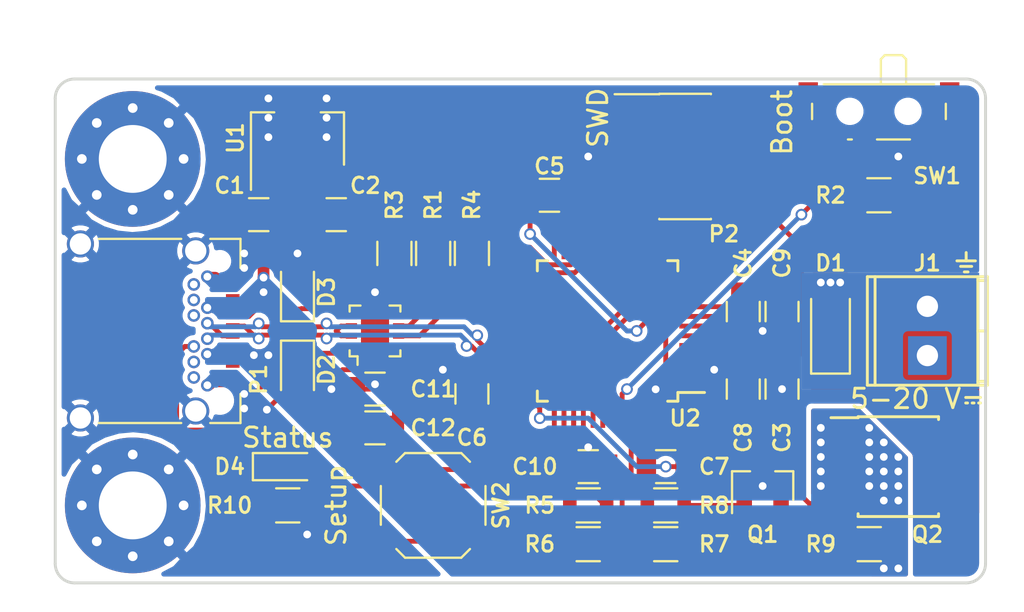
<source format=kicad_pcb>
(kicad_pcb (version 4) (host pcbnew 4.0.6)

  (general
    (links 120)
    (no_connects 0)
    (area 81.424999 56.924999 129.575001 83.075001)
    (thickness 1.6)
    (drawings 10)
    (tracks 451)
    (zones 0)
    (modules 38)
    (nets 64)
  )

  (page USLetter)
  (title_block
    (title "PD Buddy Sink")
    (rev 0.2)
  )

  (layers
    (0 F.Cu signal)
    (31 B.Cu signal)
    (32 B.Adhes user)
    (33 F.Adhes user)
    (34 B.Paste user)
    (35 F.Paste user)
    (36 B.SilkS user)
    (37 F.SilkS user)
    (38 B.Mask user)
    (39 F.Mask user)
    (40 Dwgs.User user)
    (41 Cmts.User user)
    (42 Eco1.User user)
    (43 Eco2.User user)
    (44 Edge.Cuts user)
    (45 Margin user)
    (46 B.CrtYd user)
    (47 F.CrtYd user)
    (48 B.Fab user)
    (49 F.Fab user)
  )

  (setup
    (last_trace_width 0.25)
    (trace_clearance 0.16)
    (zone_clearance 0.254)
    (zone_45_only no)
    (trace_min 0.2)
    (segment_width 0.2)
    (edge_width 0.15)
    (via_size 0.6)
    (via_drill 0.4)
    (via_min_size 0.4)
    (via_min_drill 0.3)
    (uvia_size 0.3)
    (uvia_drill 0.1)
    (uvias_allowed no)
    (uvia_min_size 0.2)
    (uvia_min_drill 0.1)
    (pcb_text_width 0.3)
    (pcb_text_size 1.5 1.5)
    (mod_edge_width 0.15)
    (mod_text_size 0.8 0.8)
    (mod_text_width 0.15)
    (pad_size 1.524 1.524)
    (pad_drill 0.762)
    (pad_to_mask_clearance 0.125)
    (aux_axis_origin 0 0)
    (visible_elements FFFFFF7F)
    (pcbplotparams
      (layerselection 0x00030_80000001)
      (usegerberextensions false)
      (excludeedgelayer true)
      (linewidth 0.100000)
      (plotframeref false)
      (viasonmask false)
      (mode 1)
      (useauxorigin false)
      (hpglpennumber 1)
      (hpglpenspeed 20)
      (hpglpendiameter 15)
      (hpglpenoverlay 2)
      (psnegative false)
      (psa4output false)
      (plotreference true)
      (plotvalue true)
      (plotinvisibletext false)
      (padsonsilk false)
      (subtractmaskfromsilk false)
      (outputformat 1)
      (mirror false)
      (drillshape 1)
      (scaleselection 1)
      (outputdirectory ""))
  )

  (net 0 "")
  (net 1 VBUS)
  (net 2 GND)
  (net 3 +3V3)
  (net 4 /Microcontroller/nRST)
  (net 5 "/PD PHY/CC2")
  (net 6 "/PD PHY/CC1")
  (net 7 "Net-(P1-PadB8)")
  (net 8 "Net-(P1-PadB3)")
  (net 9 "Net-(P1-PadB10)")
  (net 10 "Net-(P1-PadB2)")
  (net 11 "Net-(P1-PadB11)")
  (net 12 "Net-(P1-PadA2)")
  (net 13 "Net-(P1-PadA3)")
  (net 14 "Net-(P1-PadA10)")
  (net 15 "Net-(P1-PadA8)")
  (net 16 "Net-(P1-PadA11)")
  (net 17 /Microcontroller/SWDIO)
  (net 18 /Microcontroller/SWCLK)
  (net 19 "Net-(P2-Pad6)")
  (net 20 "Net-(P2-Pad7)")
  (net 21 "Net-(P2-Pad8)")
  (net 22 "Net-(Q1-Pad1)")
  (net 23 /Microcontroller/INT_N)
  (net 24 /Microcontroller/SCL)
  (net 25 /Microcontroller/SDA)
  (net 26 "Net-(R5-Pad1)")
  (net 27 /Microcontroller/OUT_CTRL)
  (net 28 "Net-(U2-Pad2)")
  (net 29 "Net-(U2-Pad3)")
  (net 30 "Net-(U2-Pad4)")
  (net 31 "Net-(U2-Pad5)")
  (net 32 "Net-(U2-Pad6)")
  (net 33 "Net-(U2-Pad10)")
  (net 34 "Net-(U2-Pad11)")
  (net 35 "Net-(U2-Pad12)")
  (net 36 "Net-(U2-Pad13)")
  (net 37 "Net-(U2-Pad14)")
  (net 38 "Net-(U2-Pad15)")
  (net 39 "Net-(U2-Pad16)")
  (net 40 "Net-(U2-Pad17)")
  (net 41 "Net-(U2-Pad18)")
  (net 42 "Net-(U2-Pad19)")
  (net 43 "Net-(U2-Pad20)")
  (net 44 "Net-(U2-Pad26)")
  (net 45 "Net-(U2-Pad27)")
  (net 46 "Net-(U2-Pad28)")
  (net 47 "Net-(U2-Pad29)")
  (net 48 "Net-(U2-Pad30)")
  (net 49 "Net-(U2-Pad40)")
  (net 50 "Net-(U2-Pad46)")
  (net 51 VCONN)
  (net 52 "Net-(D4-Pad1)")
  (net 53 /Microcontroller/D+)
  (net 54 /Microcontroller/D-)
  (net 55 /Microcontroller/SETUP)
  (net 56 /Microcontroller/NOPWR)
  (net 57 "Net-(U2-Pad31)")
  (net 58 "Net-(U2-Pad41)")
  (net 59 "Net-(U2-Pad42)")
  (net 60 "Net-(U2-Pad43)")
  (net 61 "Net-(Q1-Pad3)")
  (net 62 /Output/OUT)
  (net 63 "Net-(R2-Pad2)")

  (net_class Default "This is the default net class."
    (clearance 0.16)
    (trace_width 0.25)
    (via_dia 0.6)
    (via_drill 0.4)
    (uvia_dia 0.3)
    (uvia_drill 0.1)
    (add_net +3V3)
    (add_net /Microcontroller/D+)
    (add_net /Microcontroller/D-)
    (add_net /Microcontroller/INT_N)
    (add_net /Microcontroller/NOPWR)
    (add_net /Microcontroller/OUT_CTRL)
    (add_net /Microcontroller/SCL)
    (add_net /Microcontroller/SDA)
    (add_net /Microcontroller/SETUP)
    (add_net /Microcontroller/SWCLK)
    (add_net /Microcontroller/SWDIO)
    (add_net /Microcontroller/nRST)
    (add_net /Output/OUT)
    (add_net "/PD PHY/CC1")
    (add_net "/PD PHY/CC2")
    (add_net GND)
    (add_net "Net-(D4-Pad1)")
    (add_net "Net-(P1-PadA10)")
    (add_net "Net-(P1-PadA11)")
    (add_net "Net-(P1-PadA2)")
    (add_net "Net-(P1-PadA3)")
    (add_net "Net-(P1-PadA8)")
    (add_net "Net-(P1-PadB10)")
    (add_net "Net-(P1-PadB11)")
    (add_net "Net-(P1-PadB2)")
    (add_net "Net-(P1-PadB3)")
    (add_net "Net-(P1-PadB8)")
    (add_net "Net-(P2-Pad6)")
    (add_net "Net-(P2-Pad7)")
    (add_net "Net-(P2-Pad8)")
    (add_net "Net-(Q1-Pad1)")
    (add_net "Net-(Q1-Pad3)")
    (add_net "Net-(R2-Pad2)")
    (add_net "Net-(R5-Pad1)")
    (add_net "Net-(U2-Pad10)")
    (add_net "Net-(U2-Pad11)")
    (add_net "Net-(U2-Pad12)")
    (add_net "Net-(U2-Pad13)")
    (add_net "Net-(U2-Pad14)")
    (add_net "Net-(U2-Pad15)")
    (add_net "Net-(U2-Pad16)")
    (add_net "Net-(U2-Pad17)")
    (add_net "Net-(U2-Pad18)")
    (add_net "Net-(U2-Pad19)")
    (add_net "Net-(U2-Pad2)")
    (add_net "Net-(U2-Pad20)")
    (add_net "Net-(U2-Pad26)")
    (add_net "Net-(U2-Pad27)")
    (add_net "Net-(U2-Pad28)")
    (add_net "Net-(U2-Pad29)")
    (add_net "Net-(U2-Pad3)")
    (add_net "Net-(U2-Pad30)")
    (add_net "Net-(U2-Pad31)")
    (add_net "Net-(U2-Pad4)")
    (add_net "Net-(U2-Pad40)")
    (add_net "Net-(U2-Pad41)")
    (add_net "Net-(U2-Pad42)")
    (add_net "Net-(U2-Pad43)")
    (add_net "Net-(U2-Pad46)")
    (add_net "Net-(U2-Pad5)")
    (add_net "Net-(U2-Pad6)")
    (add_net VCONN)
  )

  (net_class Power ""
    (clearance 0.16)
    (trace_width 1.5)
    (via_dia 0.6)
    (via_drill 0.4)
    (uvia_dia 0.3)
    (uvia_drill 0.1)
  )

  (net_class Power_Small ""
    (clearance 0.16)
    (trace_width 0.6)
    (via_dia 0.6)
    (via_drill 0.4)
    (uvia_dia 0.3)
    (uvia_drill 0.1)
    (add_net VBUS)
  )

  (module Mounting_Holes:MountingHole_3.5mm_Pad_Via (layer F.Cu) (tedit 58DEFF23) (tstamp 5892A5A3)
    (at 85.5 79 90)
    (descr "Mounting Hole 3.5mm")
    (tags "mounting hole 3.5mm")
    (path /5892BB4F)
    (fp_text reference MK1 (at 0 -4.5 90) (layer F.Fab)
      (effects (font (size 0.8 0.8) (thickness 0.15)))
    )
    (fp_text value 3.5mm (at 0 4.5 90) (layer F.Fab)
      (effects (font (size 1 1) (thickness 0.15)))
    )
    (fp_circle (center 0 0) (end 3.5 0) (layer Cmts.User) (width 0.15))
    (fp_circle (center 0 0) (end 3.75 0) (layer F.CrtYd) (width 0.05))
    (pad 1 thru_hole circle (at 0 0 90) (size 7 7) (drill 3.5) (layers *.Cu *.Mask)
      (net 2 GND))
    (pad "" thru_hole circle (at 2.625 0 90) (size 0.6 0.6) (drill 0.5) (layers *.Cu *.Mask))
    (pad "" thru_hole circle (at 1.856155 1.856155 90) (size 0.6 0.6) (drill 0.5) (layers *.Cu *.Mask))
    (pad "" thru_hole circle (at 0 2.625 90) (size 0.6 0.6) (drill 0.5) (layers *.Cu *.Mask))
    (pad "" thru_hole circle (at -1.856155 1.856155 90) (size 0.6 0.6) (drill 0.5) (layers *.Cu *.Mask))
    (pad "" thru_hole circle (at -2.625 0 90) (size 0.6 0.6) (drill 0.5) (layers *.Cu *.Mask))
    (pad "" thru_hole circle (at -1.856155 -1.856155 90) (size 0.6 0.6) (drill 0.5) (layers *.Cu *.Mask))
    (pad "" thru_hole circle (at 0 -2.625 90) (size 0.6 0.6) (drill 0.5) (layers *.Cu *.Mask))
    (pad "" thru_hole circle (at 1.856155 -1.856155 90) (size 0.6 0.6) (drill 0.5) (layers *.Cu *.Mask))
  )

  (module Mounting_Holes:MountingHole_3.5mm_Pad_Via (layer F.Cu) (tedit 58DEFF1F) (tstamp 5892A5B2)
    (at 85.5 61.125 90)
    (descr "Mounting Hole 3.5mm")
    (tags "mounting hole 3.5mm")
    (path /5892BC07)
    (fp_text reference MK2 (at 0 -4.5 90) (layer F.Fab)
      (effects (font (size 0.8 0.8) (thickness 0.15)))
    )
    (fp_text value 3.5mm (at 0 4.5 90) (layer F.Fab)
      (effects (font (size 1 1) (thickness 0.15)))
    )
    (fp_circle (center 0 0) (end 3.5 0) (layer Cmts.User) (width 0.15))
    (fp_circle (center 0 0) (end 3.75 0) (layer F.CrtYd) (width 0.05))
    (pad 1 thru_hole circle (at 0 0 90) (size 7 7) (drill 3.5) (layers *.Cu *.Mask)
      (net 2 GND))
    (pad "" thru_hole circle (at 2.625 0 90) (size 0.6 0.6) (drill 0.5) (layers *.Cu *.Mask))
    (pad "" thru_hole circle (at 1.856155 1.856155 90) (size 0.6 0.6) (drill 0.5) (layers *.Cu *.Mask))
    (pad "" thru_hole circle (at 0 2.625 90) (size 0.6 0.6) (drill 0.5) (layers *.Cu *.Mask))
    (pad "" thru_hole circle (at -1.856155 1.856155 90) (size 0.6 0.6) (drill 0.5) (layers *.Cu *.Mask))
    (pad "" thru_hole circle (at -2.625 0 90) (size 0.6 0.6) (drill 0.5) (layers *.Cu *.Mask))
    (pad "" thru_hole circle (at -1.856155 -1.856155 90) (size 0.6 0.6) (drill 0.5) (layers *.Cu *.Mask))
    (pad "" thru_hole circle (at 0 -2.625 90) (size 0.6 0.6) (drill 0.5) (layers *.Cu *.Mask))
    (pad "" thru_hole circle (at 1.856155 -1.856155 90) (size 0.6 0.6) (drill 0.5) (layers *.Cu *.Mask))
  )

  (module LEDs:LED_0805 (layer F.Cu) (tedit 58DEF95B) (tstamp 5892C0EA)
    (at 93.5 77)
    (descr "LED 0805 smd package")
    (tags "LED led 0805 SMD smd SMT smt smdled SMDLED smtled SMTLED")
    (path /588FD270/58931071)
    (attr smd)
    (fp_text reference D4 (at -3 0) (layer F.SilkS)
      (effects (font (size 0.8 0.8) (thickness 0.15)))
    )
    (fp_text value Status (at 0 -1.5) (layer F.SilkS)
      (effects (font (size 1 1) (thickness 0.15)))
    )
    (fp_line (start -1.8 -0.7) (end -1.8 0.7) (layer F.SilkS) (width 0.12))
    (fp_line (start -0.4 -0.4) (end -0.4 0.4) (layer F.Fab) (width 0.1))
    (fp_line (start -0.4 0) (end 0.2 -0.4) (layer F.Fab) (width 0.1))
    (fp_line (start 0.2 0.4) (end -0.4 0) (layer F.Fab) (width 0.1))
    (fp_line (start 0.2 -0.4) (end 0.2 0.4) (layer F.Fab) (width 0.1))
    (fp_line (start 1 0.6) (end -1 0.6) (layer F.Fab) (width 0.1))
    (fp_line (start 1 -0.6) (end 1 0.6) (layer F.Fab) (width 0.1))
    (fp_line (start -1 -0.6) (end 1 -0.6) (layer F.Fab) (width 0.1))
    (fp_line (start -1 0.6) (end -1 -0.6) (layer F.Fab) (width 0.1))
    (fp_line (start -1.8 0.7) (end 1 0.7) (layer F.SilkS) (width 0.12))
    (fp_line (start -1.8 -0.7) (end 1 -0.7) (layer F.SilkS) (width 0.12))
    (fp_line (start 1.95 -0.85) (end 1.95 0.85) (layer F.CrtYd) (width 0.05))
    (fp_line (start 1.95 0.85) (end -1.95 0.85) (layer F.CrtYd) (width 0.05))
    (fp_line (start -1.95 0.85) (end -1.95 -0.85) (layer F.CrtYd) (width 0.05))
    (fp_line (start -1.95 -0.85) (end 1.95 -0.85) (layer F.CrtYd) (width 0.05))
    (pad 2 smd rect (at 1.1 0 180) (size 1.2 1.2) (layers F.Cu F.Paste F.Mask)
      (net 56 /Microcontroller/NOPWR))
    (pad 1 smd rect (at -1.1 0 180) (size 1.2 1.2) (layers F.Cu F.Paste F.Mask)
      (net 52 "Net-(D4-Pad1)"))
    (model LEDs.3dshapes/LED_0805.wrl
      (at (xyz 0 0 0))
      (scale (xyz 1 1 1))
      (rotate (xyz 0 0 0))
    )
  )

  (module Housings_QFP:LQFP-48_7x7mm_Pitch0.5mm (layer F.Cu) (tedit 54130A77) (tstamp 58926732)
    (at 110 70 180)
    (descr "48 LEAD LQFP 7x7mm (see MICREL LQFP7x7-48LD-PL-1.pdf)")
    (tags "QFP 0.5")
    (path /588FD270/588FD426)
    (attr smd)
    (fp_text reference U2 (at -4 -4.5 180) (layer F.SilkS)
      (effects (font (size 0.8 0.8) (thickness 0.15)))
    )
    (fp_text value STM32F072CBTx (at 0 6 180) (layer F.Fab)
      (effects (font (size 1 1) (thickness 0.15)))
    )
    (fp_text user %R (at 0 0 180) (layer F.Fab)
      (effects (font (size 1 1) (thickness 0.15)))
    )
    (fp_line (start -2.5 -3.5) (end 3.5 -3.5) (layer F.Fab) (width 0.15))
    (fp_line (start 3.5 -3.5) (end 3.5 3.5) (layer F.Fab) (width 0.15))
    (fp_line (start 3.5 3.5) (end -3.5 3.5) (layer F.Fab) (width 0.15))
    (fp_line (start -3.5 3.5) (end -3.5 -2.5) (layer F.Fab) (width 0.15))
    (fp_line (start -3.5 -2.5) (end -2.5 -3.5) (layer F.Fab) (width 0.15))
    (fp_line (start -5.25 -5.25) (end -5.25 5.25) (layer F.CrtYd) (width 0.05))
    (fp_line (start 5.25 -5.25) (end 5.25 5.25) (layer F.CrtYd) (width 0.05))
    (fp_line (start -5.25 -5.25) (end 5.25 -5.25) (layer F.CrtYd) (width 0.05))
    (fp_line (start -5.25 5.25) (end 5.25 5.25) (layer F.CrtYd) (width 0.05))
    (fp_line (start -3.625 -3.625) (end -3.625 -3.175) (layer F.SilkS) (width 0.15))
    (fp_line (start 3.625 -3.625) (end 3.625 -3.1) (layer F.SilkS) (width 0.15))
    (fp_line (start 3.625 3.625) (end 3.625 3.1) (layer F.SilkS) (width 0.15))
    (fp_line (start -3.625 3.625) (end -3.625 3.1) (layer F.SilkS) (width 0.15))
    (fp_line (start -3.625 -3.625) (end -3.1 -3.625) (layer F.SilkS) (width 0.15))
    (fp_line (start -3.625 3.625) (end -3.1 3.625) (layer F.SilkS) (width 0.15))
    (fp_line (start 3.625 3.625) (end 3.1 3.625) (layer F.SilkS) (width 0.15))
    (fp_line (start 3.625 -3.625) (end 3.1 -3.625) (layer F.SilkS) (width 0.15))
    (fp_line (start -3.625 -3.175) (end -5 -3.175) (layer F.SilkS) (width 0.15))
    (pad 1 smd rect (at -4.35 -2.75 180) (size 1.3 0.25) (layers F.Cu F.Paste F.Mask)
      (net 3 +3V3))
    (pad 2 smd rect (at -4.35 -2.25 180) (size 1.3 0.25) (layers F.Cu F.Paste F.Mask)
      (net 28 "Net-(U2-Pad2)"))
    (pad 3 smd rect (at -4.35 -1.75 180) (size 1.3 0.25) (layers F.Cu F.Paste F.Mask)
      (net 29 "Net-(U2-Pad3)"))
    (pad 4 smd rect (at -4.35 -1.25 180) (size 1.3 0.25) (layers F.Cu F.Paste F.Mask)
      (net 30 "Net-(U2-Pad4)"))
    (pad 5 smd rect (at -4.35 -0.75 180) (size 1.3 0.25) (layers F.Cu F.Paste F.Mask)
      (net 31 "Net-(U2-Pad5)"))
    (pad 6 smd rect (at -4.35 -0.25 180) (size 1.3 0.25) (layers F.Cu F.Paste F.Mask)
      (net 32 "Net-(U2-Pad6)"))
    (pad 7 smd rect (at -4.35 0.25 180) (size 1.3 0.25) (layers F.Cu F.Paste F.Mask)
      (net 4 /Microcontroller/nRST))
    (pad 8 smd rect (at -4.35 0.75 180) (size 1.3 0.25) (layers F.Cu F.Paste F.Mask)
      (net 2 GND))
    (pad 9 smd rect (at -4.35 1.25 180) (size 1.3 0.25) (layers F.Cu F.Paste F.Mask)
      (net 3 +3V3))
    (pad 10 smd rect (at -4.35 1.75 180) (size 1.3 0.25) (layers F.Cu F.Paste F.Mask)
      (net 33 "Net-(U2-Pad10)"))
    (pad 11 smd rect (at -4.35 2.25 180) (size 1.3 0.25) (layers F.Cu F.Paste F.Mask)
      (net 34 "Net-(U2-Pad11)"))
    (pad 12 smd rect (at -4.35 2.75 180) (size 1.3 0.25) (layers F.Cu F.Paste F.Mask)
      (net 35 "Net-(U2-Pad12)"))
    (pad 13 smd rect (at -2.75 4.35 270) (size 1.3 0.25) (layers F.Cu F.Paste F.Mask)
      (net 36 "Net-(U2-Pad13)"))
    (pad 14 smd rect (at -2.25 4.35 270) (size 1.3 0.25) (layers F.Cu F.Paste F.Mask)
      (net 37 "Net-(U2-Pad14)"))
    (pad 15 smd rect (at -1.75 4.35 270) (size 1.3 0.25) (layers F.Cu F.Paste F.Mask)
      (net 38 "Net-(U2-Pad15)"))
    (pad 16 smd rect (at -1.25 4.35 270) (size 1.3 0.25) (layers F.Cu F.Paste F.Mask)
      (net 39 "Net-(U2-Pad16)"))
    (pad 17 smd rect (at -0.75 4.35 270) (size 1.3 0.25) (layers F.Cu F.Paste F.Mask)
      (net 40 "Net-(U2-Pad17)"))
    (pad 18 smd rect (at -0.25 4.35 270) (size 1.3 0.25) (layers F.Cu F.Paste F.Mask)
      (net 41 "Net-(U2-Pad18)"))
    (pad 19 smd rect (at 0.25 4.35 270) (size 1.3 0.25) (layers F.Cu F.Paste F.Mask)
      (net 42 "Net-(U2-Pad19)"))
    (pad 20 smd rect (at 0.75 4.35 270) (size 1.3 0.25) (layers F.Cu F.Paste F.Mask)
      (net 43 "Net-(U2-Pad20)"))
    (pad 21 smd rect (at 1.25 4.35 270) (size 1.3 0.25) (layers F.Cu F.Paste F.Mask)
      (net 24 /Microcontroller/SCL))
    (pad 22 smd rect (at 1.75 4.35 270) (size 1.3 0.25) (layers F.Cu F.Paste F.Mask)
      (net 25 /Microcontroller/SDA))
    (pad 23 smd rect (at 2.25 4.35 270) (size 1.3 0.25) (layers F.Cu F.Paste F.Mask)
      (net 2 GND))
    (pad 24 smd rect (at 2.75 4.35 270) (size 1.3 0.25) (layers F.Cu F.Paste F.Mask)
      (net 3 +3V3))
    (pad 25 smd rect (at 4.35 2.75 180) (size 1.3 0.25) (layers F.Cu F.Paste F.Mask)
      (net 23 /Microcontroller/INT_N))
    (pad 26 smd rect (at 4.35 2.25 180) (size 1.3 0.25) (layers F.Cu F.Paste F.Mask)
      (net 44 "Net-(U2-Pad26)"))
    (pad 27 smd rect (at 4.35 1.75 180) (size 1.3 0.25) (layers F.Cu F.Paste F.Mask)
      (net 45 "Net-(U2-Pad27)"))
    (pad 28 smd rect (at 4.35 1.25 180) (size 1.3 0.25) (layers F.Cu F.Paste F.Mask)
      (net 46 "Net-(U2-Pad28)"))
    (pad 29 smd rect (at 4.35 0.75 180) (size 1.3 0.25) (layers F.Cu F.Paste F.Mask)
      (net 47 "Net-(U2-Pad29)"))
    (pad 30 smd rect (at 4.35 0.25 180) (size 1.3 0.25) (layers F.Cu F.Paste F.Mask)
      (net 48 "Net-(U2-Pad30)"))
    (pad 31 smd rect (at 4.35 -0.25 180) (size 1.3 0.25) (layers F.Cu F.Paste F.Mask)
      (net 57 "Net-(U2-Pad31)"))
    (pad 32 smd rect (at 4.35 -0.75 180) (size 1.3 0.25) (layers F.Cu F.Paste F.Mask)
      (net 54 /Microcontroller/D-))
    (pad 33 smd rect (at 4.35 -1.25 180) (size 1.3 0.25) (layers F.Cu F.Paste F.Mask)
      (net 53 /Microcontroller/D+))
    (pad 34 smd rect (at 4.35 -1.75 180) (size 1.3 0.25) (layers F.Cu F.Paste F.Mask)
      (net 17 /Microcontroller/SWDIO))
    (pad 35 smd rect (at 4.35 -2.25 180) (size 1.3 0.25) (layers F.Cu F.Paste F.Mask)
      (net 2 GND))
    (pad 36 smd rect (at 4.35 -2.75 180) (size 1.3 0.25) (layers F.Cu F.Paste F.Mask)
      (net 3 +3V3))
    (pad 37 smd rect (at 2.75 -4.35 270) (size 1.3 0.25) (layers F.Cu F.Paste F.Mask)
      (net 18 /Microcontroller/SWCLK))
    (pad 38 smd rect (at 2.25 -4.35 270) (size 1.3 0.25) (layers F.Cu F.Paste F.Mask)
      (net 56 /Microcontroller/NOPWR))
    (pad 39 smd rect (at 1.75 -4.35 270) (size 1.3 0.25) (layers F.Cu F.Paste F.Mask)
      (net 55 /Microcontroller/SETUP))
    (pad 40 smd rect (at 1.25 -4.35 270) (size 1.3 0.25) (layers F.Cu F.Paste F.Mask)
      (net 49 "Net-(U2-Pad40)"))
    (pad 41 smd rect (at 0.75 -4.35 270) (size 1.3 0.25) (layers F.Cu F.Paste F.Mask)
      (net 58 "Net-(U2-Pad41)"))
    (pad 42 smd rect (at 0.25 -4.35 270) (size 1.3 0.25) (layers F.Cu F.Paste F.Mask)
      (net 59 "Net-(U2-Pad42)"))
    (pad 43 smd rect (at -0.25 -4.35 270) (size 1.3 0.25) (layers F.Cu F.Paste F.Mask)
      (net 60 "Net-(U2-Pad43)"))
    (pad 44 smd rect (at -0.75 -4.35 270) (size 1.3 0.25) (layers F.Cu F.Paste F.Mask)
      (net 63 "Net-(R2-Pad2)"))
    (pad 45 smd rect (at -1.25 -4.35 270) (size 1.3 0.25) (layers F.Cu F.Paste F.Mask)
      (net 27 /Microcontroller/OUT_CTRL))
    (pad 46 smd rect (at -1.75 -4.35 270) (size 1.3 0.25) (layers F.Cu F.Paste F.Mask)
      (net 50 "Net-(U2-Pad46)"))
    (pad 47 smd rect (at -2.25 -4.35 270) (size 1.3 0.25) (layers F.Cu F.Paste F.Mask)
      (net 2 GND))
    (pad 48 smd rect (at -2.75 -4.35 270) (size 1.3 0.25) (layers F.Cu F.Paste F.Mask)
      (net 3 +3V3))
    (model Housings_QFP.3dshapes/LQFP-48_7x7mm_Pitch0.5mm.wrl
      (at (xyz 0 0 0))
      (scale (xyz 1 1 1))
      (rotate (xyz 0 0 0))
    )
  )

  (module Connectors_Terminal_Blocks:TerminalBlock_Pheonix_MPT-2.54mm_2pol (layer F.Cu) (tedit 58DEF94C) (tstamp 58926570)
    (at 126.5 71.27 90)
    (descr "2-way 2.54mm pitch terminal block, Phoenix MPT series")
    (path /588FA3A4/588FA688)
    (fp_text reference J1 (at 4.77 0 180) (layer F.SilkS)
      (effects (font (size 0.8 0.8) (thickness 0.15)))
    )
    (fp_text value "5-20 V⎓" (at -2.23 -0.5 180) (layer F.SilkS)
      (effects (font (size 1 1) (thickness 0.15)))
    )
    (fp_line (start -1.7 -3.3) (end 4.3 -3.3) (layer F.CrtYd) (width 0.05))
    (fp_line (start -1.7 3.3) (end -1.7 -3.3) (layer F.CrtYd) (width 0.05))
    (fp_line (start 4.3 3.3) (end -1.7 3.3) (layer F.CrtYd) (width 0.05))
    (fp_line (start 4.3 -3.3) (end 4.3 3.3) (layer F.CrtYd) (width 0.05))
    (fp_line (start 4.06908 2.60096) (end -1.52908 2.60096) (layer F.SilkS) (width 0.15))
    (fp_line (start -1.33096 3.0988) (end -1.33096 2.60096) (layer F.SilkS) (width 0.15))
    (fp_line (start 3.87096 2.60096) (end 3.87096 3.0988) (layer F.SilkS) (width 0.15))
    (fp_line (start 1.27 3.0988) (end 1.27 2.60096) (layer F.SilkS) (width 0.15))
    (fp_line (start -1.52908 -2.70002) (end 4.06908 -2.70002) (layer F.SilkS) (width 0.15))
    (fp_line (start -1.52908 3.0988) (end 4.06908 3.0988) (layer F.SilkS) (width 0.15))
    (fp_line (start 4.06908 3.0988) (end 4.06908 -3.0988) (layer F.SilkS) (width 0.15))
    (fp_line (start 4.06908 -3.0988) (end -1.52908 -3.0988) (layer F.SilkS) (width 0.15))
    (fp_line (start -1.52908 -3.0988) (end -1.52908 3.0988) (layer F.SilkS) (width 0.15))
    (pad 2 thru_hole oval (at 2.54 0 90) (size 1.99898 1.99898) (drill 1.09728) (layers *.Cu *.Mask)
      (net 2 GND))
    (pad 1 thru_hole rect (at 0 0 90) (size 1.99898 1.99898) (drill 1.09728) (layers *.Cu *.Mask)
      (net 62 /Output/OUT))
    (model Terminal_Blocks.3dshapes/TerminalBlock_Pheonix_MPT-2.54mm_2pol.wrl
      (at (xyz 0.05 0 0))
      (scale (xyz 1 1 1))
      (rotate (xyz 0 0 0))
    )
  )

  (module Housings_SOIC:SOIC-8_3.9x4.9mm_Pitch1.27mm (layer F.Cu) (tedit 58CD0CDA) (tstamp 5892660D)
    (at 125 77)
    (descr "8-Lead Plastic Small Outline (SN) - Narrow, 3.90 mm Body [SOIC] (see Microchip Packaging Specification 00000049BS.pdf)")
    (tags "SOIC 1.27")
    (path /588FA3A4/588FA570)
    (attr smd)
    (fp_text reference Q2 (at 1.5 3.5) (layer F.SilkS)
      (effects (font (size 0.8 0.8) (thickness 0.15)))
    )
    (fp_text value DMP4015SSS (at 0 3.5) (layer F.Fab)
      (effects (font (size 1 1) (thickness 0.15)))
    )
    (fp_text user %R (at 0 0) (layer F.Fab)
      (effects (font (size 1 1) (thickness 0.15)))
    )
    (fp_line (start -0.95 -2.45) (end 1.95 -2.45) (layer F.Fab) (width 0.1))
    (fp_line (start 1.95 -2.45) (end 1.95 2.45) (layer F.Fab) (width 0.1))
    (fp_line (start 1.95 2.45) (end -1.95 2.45) (layer F.Fab) (width 0.1))
    (fp_line (start -1.95 2.45) (end -1.95 -1.45) (layer F.Fab) (width 0.1))
    (fp_line (start -1.95 -1.45) (end -0.95 -2.45) (layer F.Fab) (width 0.1))
    (fp_line (start -3.73 -2.7) (end -3.73 2.7) (layer F.CrtYd) (width 0.05))
    (fp_line (start 3.73 -2.7) (end 3.73 2.7) (layer F.CrtYd) (width 0.05))
    (fp_line (start -3.73 -2.7) (end 3.73 -2.7) (layer F.CrtYd) (width 0.05))
    (fp_line (start -3.73 2.7) (end 3.73 2.7) (layer F.CrtYd) (width 0.05))
    (fp_line (start -2.075 -2.575) (end -2.075 -2.525) (layer F.SilkS) (width 0.15))
    (fp_line (start 2.075 -2.575) (end 2.075 -2.43) (layer F.SilkS) (width 0.15))
    (fp_line (start 2.075 2.575) (end 2.075 2.43) (layer F.SilkS) (width 0.15))
    (fp_line (start -2.075 2.575) (end -2.075 2.43) (layer F.SilkS) (width 0.15))
    (fp_line (start -2.075 -2.575) (end 2.075 -2.575) (layer F.SilkS) (width 0.15))
    (fp_line (start -2.075 2.575) (end 2.075 2.575) (layer F.SilkS) (width 0.15))
    (fp_line (start -2.075 -2.525) (end -3.475 -2.525) (layer F.SilkS) (width 0.15))
    (pad 1 smd rect (at -2.7 -1.905) (size 1.55 0.6) (layers F.Cu F.Paste F.Mask)
      (net 1 VBUS))
    (pad 2 smd rect (at -2.7 -0.635) (size 1.55 0.6) (layers F.Cu F.Paste F.Mask)
      (net 1 VBUS))
    (pad 3 smd rect (at -2.7 0.635) (size 1.55 0.6) (layers F.Cu F.Paste F.Mask)
      (net 1 VBUS))
    (pad 4 smd rect (at -2.7 1.905) (size 1.55 0.6) (layers F.Cu F.Paste F.Mask)
      (net 61 "Net-(Q1-Pad3)"))
    (pad 5 smd rect (at 2.7 1.905) (size 1.55 0.6) (layers F.Cu F.Paste F.Mask)
      (net 62 /Output/OUT))
    (pad 6 smd rect (at 2.7 0.635) (size 1.55 0.6) (layers F.Cu F.Paste F.Mask)
      (net 62 /Output/OUT))
    (pad 7 smd rect (at 2.7 -0.635) (size 1.55 0.6) (layers F.Cu F.Paste F.Mask)
      (net 62 /Output/OUT))
    (pad 8 smd rect (at 2.7 -1.905) (size 1.55 0.6) (layers F.Cu F.Paste F.Mask)
      (net 62 /Output/OUT))
    (model Housings_SOIC.3dshapes/SOIC-8_3.9x4.9mm_Pitch1.27mm.wrl
      (at (xyz 0 0 0))
      (scale (xyz 1 1 1))
      (rotate (xyz 0 0 0))
    )
  )

  (module TO_SOT_Packages_SMD:SOT-23 (layer F.Cu) (tedit 58CE4E7E) (tstamp 589265F1)
    (at 118 78 90)
    (descr "SOT-23, Standard")
    (tags SOT-23)
    (path /588FA3A4/588FA577)
    (attr smd)
    (fp_text reference Q1 (at -2.5 0 180) (layer F.SilkS)
      (effects (font (size 0.8 0.8) (thickness 0.15)))
    )
    (fp_text value MMBT2222ALT1G (at 0 2.5 90) (layer F.Fab)
      (effects (font (size 1 1) (thickness 0.15)))
    )
    (fp_text user %R (at 0 0 90) (layer F.Fab)
      (effects (font (size 0.5 0.5) (thickness 0.075)))
    )
    (fp_line (start -0.7 -0.95) (end -0.7 1.5) (layer F.Fab) (width 0.1))
    (fp_line (start -0.15 -1.52) (end 0.7 -1.52) (layer F.Fab) (width 0.1))
    (fp_line (start -0.7 -0.95) (end -0.15 -1.52) (layer F.Fab) (width 0.1))
    (fp_line (start 0.7 -1.52) (end 0.7 1.52) (layer F.Fab) (width 0.1))
    (fp_line (start -0.7 1.52) (end 0.7 1.52) (layer F.Fab) (width 0.1))
    (fp_line (start 0.76 1.58) (end 0.76 0.65) (layer F.SilkS) (width 0.12))
    (fp_line (start 0.76 -1.58) (end 0.76 -0.65) (layer F.SilkS) (width 0.12))
    (fp_line (start -1.7 -1.75) (end 1.7 -1.75) (layer F.CrtYd) (width 0.05))
    (fp_line (start 1.7 -1.75) (end 1.7 1.75) (layer F.CrtYd) (width 0.05))
    (fp_line (start 1.7 1.75) (end -1.7 1.75) (layer F.CrtYd) (width 0.05))
    (fp_line (start -1.7 1.75) (end -1.7 -1.75) (layer F.CrtYd) (width 0.05))
    (fp_line (start 0.76 -1.58) (end -1.4 -1.58) (layer F.SilkS) (width 0.12))
    (fp_line (start 0.76 1.58) (end -0.7 1.58) (layer F.SilkS) (width 0.12))
    (pad 1 smd rect (at -1 -0.95 90) (size 0.9 0.8) (layers F.Cu F.Paste F.Mask)
      (net 22 "Net-(Q1-Pad1)"))
    (pad 2 smd rect (at -1 0.95 90) (size 0.9 0.8) (layers F.Cu F.Paste F.Mask)
      (net 2 GND))
    (pad 3 smd rect (at 1 0 90) (size 0.9 0.8) (layers F.Cu F.Paste F.Mask)
      (net 61 "Net-(Q1-Pad3)"))
    (model ${KISYS3DMOD}/TO_SOT_Packages_SMD.3dshapes/SOT-23.wrl
      (at (xyz 0 0 0))
      (scale (xyz 1 1 1))
      (rotate (xyz 0 0 90))
    )
  )

  (module Diodes_SMD:D_SOD-323 (layer F.Cu) (tedit 58641739) (tstamp 58926546)
    (at 94 72 270)
    (descr SOD-323)
    (tags SOD-323)
    (path /588FB1D7/588FB3E3)
    (attr smd)
    (fp_text reference D2 (at 0 -1.5 270) (layer F.SilkS)
      (effects (font (size 0.8 0.8) (thickness 0.15)))
    )
    (fp_text value CZRF52C5V6 (at 0.1 1.9 270) (layer F.Fab)
      (effects (font (size 1 1) (thickness 0.15)))
    )
    (fp_line (start -1.5 -0.85) (end -1.5 0.85) (layer F.SilkS) (width 0.12))
    (fp_line (start 0.2 0) (end 0.45 0) (layer F.Fab) (width 0.1))
    (fp_line (start 0.2 0.35) (end -0.3 0) (layer F.Fab) (width 0.1))
    (fp_line (start 0.2 -0.35) (end 0.2 0.35) (layer F.Fab) (width 0.1))
    (fp_line (start -0.3 0) (end 0.2 -0.35) (layer F.Fab) (width 0.1))
    (fp_line (start -0.3 0) (end -0.5 0) (layer F.Fab) (width 0.1))
    (fp_line (start -0.3 -0.35) (end -0.3 0.35) (layer F.Fab) (width 0.1))
    (fp_line (start -0.9 0.7) (end -0.9 -0.7) (layer F.Fab) (width 0.1))
    (fp_line (start 0.9 0.7) (end -0.9 0.7) (layer F.Fab) (width 0.1))
    (fp_line (start 0.9 -0.7) (end 0.9 0.7) (layer F.Fab) (width 0.1))
    (fp_line (start -0.9 -0.7) (end 0.9 -0.7) (layer F.Fab) (width 0.1))
    (fp_line (start -1.6 -0.95) (end 1.6 -0.95) (layer F.CrtYd) (width 0.05))
    (fp_line (start 1.6 -0.95) (end 1.6 0.95) (layer F.CrtYd) (width 0.05))
    (fp_line (start -1.6 0.95) (end 1.6 0.95) (layer F.CrtYd) (width 0.05))
    (fp_line (start -1.6 -0.95) (end -1.6 0.95) (layer F.CrtYd) (width 0.05))
    (fp_line (start -1.5 0.85) (end 1.05 0.85) (layer F.SilkS) (width 0.12))
    (fp_line (start -1.5 -0.85) (end 1.05 -0.85) (layer F.SilkS) (width 0.12))
    (pad 1 smd rect (at -1.05 0 270) (size 0.6 0.45) (layers F.Cu F.Paste F.Mask)
      (net 5 "/PD PHY/CC2"))
    (pad 2 smd rect (at 1.05 0 270) (size 0.6 0.45) (layers F.Cu F.Paste F.Mask)
      (net 2 GND))
    (model Diodes_SMD.3dshapes/D_SOD-323.wrl
      (at (xyz 0 0 0))
      (scale (xyz 1 1 1))
      (rotate (xyz 0 0 180))
    )
  )

  (module Diodes_SMD:D_SOD-323 (layer F.Cu) (tedit 58641739) (tstamp 5892655D)
    (at 94 68 90)
    (descr SOD-323)
    (tags SOD-323)
    (path /588FB1D7/588FB500)
    (attr smd)
    (fp_text reference D3 (at 0 1.5 90) (layer F.SilkS)
      (effects (font (size 0.8 0.8) (thickness 0.15)))
    )
    (fp_text value CZRF52C5V6 (at 0.1 1.9 90) (layer F.Fab)
      (effects (font (size 1 1) (thickness 0.15)))
    )
    (fp_line (start -1.5 -0.85) (end -1.5 0.85) (layer F.SilkS) (width 0.12))
    (fp_line (start 0.2 0) (end 0.45 0) (layer F.Fab) (width 0.1))
    (fp_line (start 0.2 0.35) (end -0.3 0) (layer F.Fab) (width 0.1))
    (fp_line (start 0.2 -0.35) (end 0.2 0.35) (layer F.Fab) (width 0.1))
    (fp_line (start -0.3 0) (end 0.2 -0.35) (layer F.Fab) (width 0.1))
    (fp_line (start -0.3 0) (end -0.5 0) (layer F.Fab) (width 0.1))
    (fp_line (start -0.3 -0.35) (end -0.3 0.35) (layer F.Fab) (width 0.1))
    (fp_line (start -0.9 0.7) (end -0.9 -0.7) (layer F.Fab) (width 0.1))
    (fp_line (start 0.9 0.7) (end -0.9 0.7) (layer F.Fab) (width 0.1))
    (fp_line (start 0.9 -0.7) (end 0.9 0.7) (layer F.Fab) (width 0.1))
    (fp_line (start -0.9 -0.7) (end 0.9 -0.7) (layer F.Fab) (width 0.1))
    (fp_line (start -1.6 -0.95) (end 1.6 -0.95) (layer F.CrtYd) (width 0.05))
    (fp_line (start 1.6 -0.95) (end 1.6 0.95) (layer F.CrtYd) (width 0.05))
    (fp_line (start -1.6 0.95) (end 1.6 0.95) (layer F.CrtYd) (width 0.05))
    (fp_line (start -1.6 -0.95) (end -1.6 0.95) (layer F.CrtYd) (width 0.05))
    (fp_line (start -1.5 0.85) (end 1.05 0.85) (layer F.SilkS) (width 0.12))
    (fp_line (start -1.5 -0.85) (end 1.05 -0.85) (layer F.SilkS) (width 0.12))
    (pad 1 smd rect (at -1.05 0 90) (size 0.6 0.45) (layers F.Cu F.Paste F.Mask)
      (net 6 "/PD PHY/CC1"))
    (pad 2 smd rect (at 1.05 0 90) (size 0.6 0.45) (layers F.Cu F.Paste F.Mask)
      (net 2 GND))
    (model Diodes_SMD.3dshapes/D_SOD-323.wrl
      (at (xyz 0 0 0))
      (scale (xyz 1 1 1))
      (rotate (xyz 0 0 180))
    )
  )

  (module TO_SOT_Packages_SMD:SOT89-3_Housing (layer F.Cu) (tedit 58CE4E7F) (tstamp 589266EB)
    (at 94 60.5 90)
    (descr "SOT89-3, Housing,")
    (tags "SOT89-3 Housing ")
    (path /588F9A21/588FA408)
    (attr smd)
    (fp_text reference U1 (at 0.45 -3.2 90) (layer F.SilkS)
      (effects (font (size 0.8 0.8) (thickness 0.15)))
    )
    (fp_text value AP2204R-3.3TRG1 (at 0.45 3.25 90) (layer F.Fab)
      (effects (font (size 1 1) (thickness 0.15)))
    )
    (fp_text user %R (at 0.38 0 90) (layer F.Fab)
      (effects (font (size 0.6 0.6) (thickness 0.09)))
    )
    (fp_line (start 1.78 1.2) (end 1.78 2.4) (layer F.SilkS) (width 0.12))
    (fp_line (start 1.78 2.4) (end -0.92 2.4) (layer F.SilkS) (width 0.12))
    (fp_line (start -2.22 -2.4) (end 1.78 -2.4) (layer F.SilkS) (width 0.12))
    (fp_line (start 1.78 -2.4) (end 1.78 -1.2) (layer F.SilkS) (width 0.12))
    (fp_line (start -0.92 -1.51) (end -0.13 -2.3) (layer F.Fab) (width 0.1))
    (fp_line (start 1.68 -2.3) (end 1.68 2.3) (layer F.Fab) (width 0.1))
    (fp_line (start 1.68 2.3) (end -0.92 2.3) (layer F.Fab) (width 0.1))
    (fp_line (start -0.92 2.3) (end -0.92 -1.51) (layer F.Fab) (width 0.1))
    (fp_line (start -0.13 -2.3) (end 1.68 -2.3) (layer F.Fab) (width 0.1))
    (fp_line (start 3.23 -2.55) (end 3.23 2.55) (layer F.CrtYd) (width 0.05))
    (fp_line (start 3.23 -2.55) (end -2.48 -2.55) (layer F.CrtYd) (width 0.05))
    (fp_line (start -2.48 2.55) (end 3.23 2.55) (layer F.CrtYd) (width 0.05))
    (fp_line (start -2.48 2.55) (end -2.48 -2.55) (layer F.CrtYd) (width 0.05))
    (pad 1 smd rect (at -1.48 -1.5) (size 1 1.5) (layers F.Cu F.Paste F.Mask)
      (net 1 VBUS))
    (pad 2 smd rect (at -1.48 0) (size 1 1.5) (layers F.Cu F.Paste F.Mask)
      (net 2 GND))
    (pad 3 smd rect (at -1.48 1.5) (size 1 1.5) (layers F.Cu F.Paste F.Mask)
      (net 3 +3V3))
    (pad 2 smd rect (at 1.48 0) (size 2 3) (layers F.Cu F.Paste F.Mask)
      (net 2 GND))
    (pad 2 smd trapezoid (at -0.37 0 180) (size 1.5 0.75) (rect_delta 0 0.5 ) (layers F.Cu F.Paste F.Mask)
      (net 2 GND))
    (model ${KISYS3DMOD}/TO_SOT_Packages_SMD.3dshapes/SOT89-3_Housing.wrl
      (at (xyz 0.02 0 0))
      (scale (xyz 0.39 0.39 0.39))
      (rotate (xyz 0 0 90))
    )
  )

  (module Resistors_SMD:R_0805 (layer F.Cu) (tedit 58AADA8F) (tstamp 5892661D)
    (at 101 66 90)
    (descr "Resistor SMD 0805, reflow soldering, Vishay (see dcrcw.pdf)")
    (tags "resistor 0805")
    (path /588FD270/5892476F)
    (attr smd)
    (fp_text reference R1 (at 2.5 0 90) (layer F.SilkS)
      (effects (font (size 0.8 0.8) (thickness 0.15)))
    )
    (fp_text value 2kΩ (at 0 1.75 90) (layer F.Fab)
      (effects (font (size 1 1) (thickness 0.15)))
    )
    (fp_text user %R (at 0 -1.65 90) (layer F.Fab)
      (effects (font (size 1 1) (thickness 0.15)))
    )
    (fp_line (start -1 0.62) (end -1 -0.62) (layer F.Fab) (width 0.1))
    (fp_line (start 1 0.62) (end -1 0.62) (layer F.Fab) (width 0.1))
    (fp_line (start 1 -0.62) (end 1 0.62) (layer F.Fab) (width 0.1))
    (fp_line (start -1 -0.62) (end 1 -0.62) (layer F.Fab) (width 0.1))
    (fp_line (start 0.6 0.88) (end -0.6 0.88) (layer F.SilkS) (width 0.12))
    (fp_line (start -0.6 -0.88) (end 0.6 -0.88) (layer F.SilkS) (width 0.12))
    (fp_line (start -1.55 -0.9) (end 1.55 -0.9) (layer F.CrtYd) (width 0.05))
    (fp_line (start -1.55 -0.9) (end -1.55 0.9) (layer F.CrtYd) (width 0.05))
    (fp_line (start 1.55 0.9) (end 1.55 -0.9) (layer F.CrtYd) (width 0.05))
    (fp_line (start 1.55 0.9) (end -1.55 0.9) (layer F.CrtYd) (width 0.05))
    (pad 1 smd rect (at -0.95 0 90) (size 0.7 1.3) (layers F.Cu F.Paste F.Mask)
      (net 24 /Microcontroller/SCL))
    (pad 2 smd rect (at 0.95 0 90) (size 0.7 1.3) (layers F.Cu F.Paste F.Mask)
      (net 3 +3V3))
    (model Resistors_SMD.3dshapes/R_0805.wrl
      (at (xyz 0 0 0))
      (scale (xyz 1 1 1))
      (rotate (xyz 0 0 0))
    )
  )

  (module Resistors_SMD:R_0805 (layer F.Cu) (tedit 58AADA8F) (tstamp 5892663D)
    (at 99 66 90)
    (descr "Resistor SMD 0805, reflow soldering, Vishay (see dcrcw.pdf)")
    (tags "resistor 0805")
    (path /588FD270/58924737)
    (attr smd)
    (fp_text reference R3 (at 2.5 0 90) (layer F.SilkS)
      (effects (font (size 0.8 0.8) (thickness 0.15)))
    )
    (fp_text value 2kΩ (at 0 1.75 90) (layer F.Fab)
      (effects (font (size 1 1) (thickness 0.15)))
    )
    (fp_text user %R (at 0 -1.65 90) (layer F.Fab)
      (effects (font (size 1 1) (thickness 0.15)))
    )
    (fp_line (start -1 0.62) (end -1 -0.62) (layer F.Fab) (width 0.1))
    (fp_line (start 1 0.62) (end -1 0.62) (layer F.Fab) (width 0.1))
    (fp_line (start 1 -0.62) (end 1 0.62) (layer F.Fab) (width 0.1))
    (fp_line (start -1 -0.62) (end 1 -0.62) (layer F.Fab) (width 0.1))
    (fp_line (start 0.6 0.88) (end -0.6 0.88) (layer F.SilkS) (width 0.12))
    (fp_line (start -0.6 -0.88) (end 0.6 -0.88) (layer F.SilkS) (width 0.12))
    (fp_line (start -1.55 -0.9) (end 1.55 -0.9) (layer F.CrtYd) (width 0.05))
    (fp_line (start -1.55 -0.9) (end -1.55 0.9) (layer F.CrtYd) (width 0.05))
    (fp_line (start 1.55 0.9) (end 1.55 -0.9) (layer F.CrtYd) (width 0.05))
    (fp_line (start 1.55 0.9) (end -1.55 0.9) (layer F.CrtYd) (width 0.05))
    (pad 1 smd rect (at -0.95 0 90) (size 0.7 1.3) (layers F.Cu F.Paste F.Mask)
      (net 25 /Microcontroller/SDA))
    (pad 2 smd rect (at 0.95 0 90) (size 0.7 1.3) (layers F.Cu F.Paste F.Mask)
      (net 3 +3V3))
    (model Resistors_SMD.3dshapes/R_0805.wrl
      (at (xyz 0 0 0))
      (scale (xyz 1 1 1))
      (rotate (xyz 0 0 0))
    )
  )

  (module Resistors_SMD:R_0805 (layer F.Cu) (tedit 58AADA8F) (tstamp 5892664D)
    (at 103 66 90)
    (descr "Resistor SMD 0805, reflow soldering, Vishay (see dcrcw.pdf)")
    (tags "resistor 0805")
    (path /588FD270/589246A0)
    (attr smd)
    (fp_text reference R4 (at 2.5 0 90) (layer F.SilkS)
      (effects (font (size 0.8 0.8) (thickness 0.15)))
    )
    (fp_text value 2kΩ (at 0 1.75 90) (layer F.Fab)
      (effects (font (size 1 1) (thickness 0.15)))
    )
    (fp_text user %R (at 0 -1.65 90) (layer F.Fab)
      (effects (font (size 1 1) (thickness 0.15)))
    )
    (fp_line (start -1 0.62) (end -1 -0.62) (layer F.Fab) (width 0.1))
    (fp_line (start 1 0.62) (end -1 0.62) (layer F.Fab) (width 0.1))
    (fp_line (start 1 -0.62) (end 1 0.62) (layer F.Fab) (width 0.1))
    (fp_line (start -1 -0.62) (end 1 -0.62) (layer F.Fab) (width 0.1))
    (fp_line (start 0.6 0.88) (end -0.6 0.88) (layer F.SilkS) (width 0.12))
    (fp_line (start -0.6 -0.88) (end 0.6 -0.88) (layer F.SilkS) (width 0.12))
    (fp_line (start -1.55 -0.9) (end 1.55 -0.9) (layer F.CrtYd) (width 0.05))
    (fp_line (start -1.55 -0.9) (end -1.55 0.9) (layer F.CrtYd) (width 0.05))
    (fp_line (start 1.55 0.9) (end 1.55 -0.9) (layer F.CrtYd) (width 0.05))
    (fp_line (start 1.55 0.9) (end -1.55 0.9) (layer F.CrtYd) (width 0.05))
    (pad 1 smd rect (at -0.95 0 90) (size 0.7 1.3) (layers F.Cu F.Paste F.Mask)
      (net 23 /Microcontroller/INT_N))
    (pad 2 smd rect (at 0.95 0 90) (size 0.7 1.3) (layers F.Cu F.Paste F.Mask)
      (net 3 +3V3))
    (model Resistors_SMD.3dshapes/R_0805.wrl
      (at (xyz 0 0 0))
      (scale (xyz 1 1 1))
      (rotate (xyz 0 0 0))
    )
  )

  (module Resistors_SMD:R_0805 (layer F.Cu) (tedit 58AADA8F) (tstamp 5892665D)
    (at 109 79)
    (descr "Resistor SMD 0805, reflow soldering, Vishay (see dcrcw.pdf)")
    (tags "resistor 0805")
    (path /588FD270/5892828B)
    (attr smd)
    (fp_text reference R5 (at -2.5 0) (layer F.SilkS)
      (effects (font (size 0.8 0.8) (thickness 0.15)))
    )
    (fp_text value 10kΩ (at 0 1.75) (layer F.Fab)
      (effects (font (size 1 1) (thickness 0.15)))
    )
    (fp_text user %R (at 0 -1.65) (layer F.Fab)
      (effects (font (size 1 1) (thickness 0.15)))
    )
    (fp_line (start -1 0.62) (end -1 -0.62) (layer F.Fab) (width 0.1))
    (fp_line (start 1 0.62) (end -1 0.62) (layer F.Fab) (width 0.1))
    (fp_line (start 1 -0.62) (end 1 0.62) (layer F.Fab) (width 0.1))
    (fp_line (start -1 -0.62) (end 1 -0.62) (layer F.Fab) (width 0.1))
    (fp_line (start 0.6 0.88) (end -0.6 0.88) (layer F.SilkS) (width 0.12))
    (fp_line (start -0.6 -0.88) (end 0.6 -0.88) (layer F.SilkS) (width 0.12))
    (fp_line (start -1.55 -0.9) (end 1.55 -0.9) (layer F.CrtYd) (width 0.05))
    (fp_line (start -1.55 -0.9) (end -1.55 0.9) (layer F.CrtYd) (width 0.05))
    (fp_line (start 1.55 0.9) (end 1.55 -0.9) (layer F.CrtYd) (width 0.05))
    (fp_line (start 1.55 0.9) (end -1.55 0.9) (layer F.CrtYd) (width 0.05))
    (pad 1 smd rect (at -0.95 0) (size 0.7 1.3) (layers F.Cu F.Paste F.Mask)
      (net 26 "Net-(R5-Pad1)"))
    (pad 2 smd rect (at 0.95 0) (size 0.7 1.3) (layers F.Cu F.Paste F.Mask)
      (net 55 /Microcontroller/SETUP))
    (model Resistors_SMD.3dshapes/R_0805.wrl
      (at (xyz 0 0 0))
      (scale (xyz 1 1 1))
      (rotate (xyz 0 0 0))
    )
  )

  (module Resistors_SMD:R_0805 (layer F.Cu) (tedit 58AADA8F) (tstamp 5892666D)
    (at 109 81)
    (descr "Resistor SMD 0805, reflow soldering, Vishay (see dcrcw.pdf)")
    (tags "resistor 0805")
    (path /588FD270/589286AA)
    (attr smd)
    (fp_text reference R6 (at -2.5 0) (layer F.SilkS)
      (effects (font (size 0.8 0.8) (thickness 0.15)))
    )
    (fp_text value 10kΩ (at 0 1.75) (layer F.Fab)
      (effects (font (size 1 1) (thickness 0.15)))
    )
    (fp_text user %R (at 0 -1.65) (layer F.Fab)
      (effects (font (size 1 1) (thickness 0.15)))
    )
    (fp_line (start -1 0.62) (end -1 -0.62) (layer F.Fab) (width 0.1))
    (fp_line (start 1 0.62) (end -1 0.62) (layer F.Fab) (width 0.1))
    (fp_line (start 1 -0.62) (end 1 0.62) (layer F.Fab) (width 0.1))
    (fp_line (start -1 -0.62) (end 1 -0.62) (layer F.Fab) (width 0.1))
    (fp_line (start 0.6 0.88) (end -0.6 0.88) (layer F.SilkS) (width 0.12))
    (fp_line (start -0.6 -0.88) (end 0.6 -0.88) (layer F.SilkS) (width 0.12))
    (fp_line (start -1.55 -0.9) (end 1.55 -0.9) (layer F.CrtYd) (width 0.05))
    (fp_line (start -1.55 -0.9) (end -1.55 0.9) (layer F.CrtYd) (width 0.05))
    (fp_line (start 1.55 0.9) (end 1.55 -0.9) (layer F.CrtYd) (width 0.05))
    (fp_line (start 1.55 0.9) (end -1.55 0.9) (layer F.CrtYd) (width 0.05))
    (pad 1 smd rect (at -0.95 0) (size 0.7 1.3) (layers F.Cu F.Paste F.Mask)
      (net 26 "Net-(R5-Pad1)"))
    (pad 2 smd rect (at 0.95 0) (size 0.7 1.3) (layers F.Cu F.Paste F.Mask)
      (net 2 GND))
    (model Resistors_SMD.3dshapes/R_0805.wrl
      (at (xyz 0 0 0))
      (scale (xyz 1 1 1))
      (rotate (xyz 0 0 0))
    )
  )

  (module Resistors_SMD:R_0805 (layer F.Cu) (tedit 58AADA8F) (tstamp 5892667D)
    (at 113 81)
    (descr "Resistor SMD 0805, reflow soldering, Vishay (see dcrcw.pdf)")
    (tags "resistor 0805")
    (path /588FA3A4/58926F23)
    (attr smd)
    (fp_text reference R7 (at 2.5 0) (layer F.SilkS)
      (effects (font (size 0.8 0.8) (thickness 0.15)))
    )
    (fp_text value 10kΩ (at 0 1.75) (layer F.Fab)
      (effects (font (size 1 1) (thickness 0.15)))
    )
    (fp_text user %R (at 0 -1.65) (layer F.Fab)
      (effects (font (size 1 1) (thickness 0.15)))
    )
    (fp_line (start -1 0.62) (end -1 -0.62) (layer F.Fab) (width 0.1))
    (fp_line (start 1 0.62) (end -1 0.62) (layer F.Fab) (width 0.1))
    (fp_line (start 1 -0.62) (end 1 0.62) (layer F.Fab) (width 0.1))
    (fp_line (start -1 -0.62) (end 1 -0.62) (layer F.Fab) (width 0.1))
    (fp_line (start 0.6 0.88) (end -0.6 0.88) (layer F.SilkS) (width 0.12))
    (fp_line (start -0.6 -0.88) (end 0.6 -0.88) (layer F.SilkS) (width 0.12))
    (fp_line (start -1.55 -0.9) (end 1.55 -0.9) (layer F.CrtYd) (width 0.05))
    (fp_line (start -1.55 -0.9) (end -1.55 0.9) (layer F.CrtYd) (width 0.05))
    (fp_line (start 1.55 0.9) (end 1.55 -0.9) (layer F.CrtYd) (width 0.05))
    (fp_line (start 1.55 0.9) (end -1.55 0.9) (layer F.CrtYd) (width 0.05))
    (pad 1 smd rect (at -0.95 0) (size 0.7 1.3) (layers F.Cu F.Paste F.Mask)
      (net 27 /Microcontroller/OUT_CTRL))
    (pad 2 smd rect (at 0.95 0) (size 0.7 1.3) (layers F.Cu F.Paste F.Mask)
      (net 2 GND))
    (model Resistors_SMD.3dshapes/R_0805.wrl
      (at (xyz 0 0 0))
      (scale (xyz 1 1 1))
      (rotate (xyz 0 0 0))
    )
  )

  (module Resistors_SMD:R_0805 (layer F.Cu) (tedit 58AADA8F) (tstamp 5892668D)
    (at 113 79)
    (descr "Resistor SMD 0805, reflow soldering, Vishay (see dcrcw.pdf)")
    (tags "resistor 0805")
    (path /588FA3A4/58926842)
    (attr smd)
    (fp_text reference R8 (at 2.5 0) (layer F.SilkS)
      (effects (font (size 0.8 0.8) (thickness 0.15)))
    )
    (fp_text value 2kΩ (at 0 1.75) (layer F.Fab)
      (effects (font (size 1 1) (thickness 0.15)))
    )
    (fp_text user %R (at 0 -1.65) (layer F.Fab)
      (effects (font (size 1 1) (thickness 0.15)))
    )
    (fp_line (start -1 0.62) (end -1 -0.62) (layer F.Fab) (width 0.1))
    (fp_line (start 1 0.62) (end -1 0.62) (layer F.Fab) (width 0.1))
    (fp_line (start 1 -0.62) (end 1 0.62) (layer F.Fab) (width 0.1))
    (fp_line (start -1 -0.62) (end 1 -0.62) (layer F.Fab) (width 0.1))
    (fp_line (start 0.6 0.88) (end -0.6 0.88) (layer F.SilkS) (width 0.12))
    (fp_line (start -0.6 -0.88) (end 0.6 -0.88) (layer F.SilkS) (width 0.12))
    (fp_line (start -1.55 -0.9) (end 1.55 -0.9) (layer F.CrtYd) (width 0.05))
    (fp_line (start -1.55 -0.9) (end -1.55 0.9) (layer F.CrtYd) (width 0.05))
    (fp_line (start 1.55 0.9) (end 1.55 -0.9) (layer F.CrtYd) (width 0.05))
    (fp_line (start 1.55 0.9) (end -1.55 0.9) (layer F.CrtYd) (width 0.05))
    (pad 1 smd rect (at -0.95 0) (size 0.7 1.3) (layers F.Cu F.Paste F.Mask)
      (net 27 /Microcontroller/OUT_CTRL))
    (pad 2 smd rect (at 0.95 0) (size 0.7 1.3) (layers F.Cu F.Paste F.Mask)
      (net 22 "Net-(Q1-Pad1)"))
    (model Resistors_SMD.3dshapes/R_0805.wrl
      (at (xyz 0 0 0))
      (scale (xyz 1 1 1))
      (rotate (xyz 0 0 0))
    )
  )

  (module Resistors_SMD:R_0805 (layer F.Cu) (tedit 58AADA8F) (tstamp 5892669D)
    (at 123.5 81 180)
    (descr "Resistor SMD 0805, reflow soldering, Vishay (see dcrcw.pdf)")
    (tags "resistor 0805")
    (path /588FA3A4/5892602E)
    (attr smd)
    (fp_text reference R9 (at 2.5 0 180) (layer F.SilkS)
      (effects (font (size 0.8 0.8) (thickness 0.15)))
    )
    (fp_text value 4.7kΩ (at 0 1.75 180) (layer F.Fab)
      (effects (font (size 1 1) (thickness 0.15)))
    )
    (fp_text user %R (at 0 -1.65 180) (layer F.Fab)
      (effects (font (size 1 1) (thickness 0.15)))
    )
    (fp_line (start -1 0.62) (end -1 -0.62) (layer F.Fab) (width 0.1))
    (fp_line (start 1 0.62) (end -1 0.62) (layer F.Fab) (width 0.1))
    (fp_line (start 1 -0.62) (end 1 0.62) (layer F.Fab) (width 0.1))
    (fp_line (start -1 -0.62) (end 1 -0.62) (layer F.Fab) (width 0.1))
    (fp_line (start 0.6 0.88) (end -0.6 0.88) (layer F.SilkS) (width 0.12))
    (fp_line (start -0.6 -0.88) (end 0.6 -0.88) (layer F.SilkS) (width 0.12))
    (fp_line (start -1.55 -0.9) (end 1.55 -0.9) (layer F.CrtYd) (width 0.05))
    (fp_line (start -1.55 -0.9) (end -1.55 0.9) (layer F.CrtYd) (width 0.05))
    (fp_line (start 1.55 0.9) (end 1.55 -0.9) (layer F.CrtYd) (width 0.05))
    (fp_line (start 1.55 0.9) (end -1.55 0.9) (layer F.CrtYd) (width 0.05))
    (pad 1 smd rect (at -0.95 0 180) (size 0.7 1.3) (layers F.Cu F.Paste F.Mask)
      (net 1 VBUS))
    (pad 2 smd rect (at 0.95 0 180) (size 0.7 1.3) (layers F.Cu F.Paste F.Mask)
      (net 61 "Net-(Q1-Pad3)"))
    (model Resistors_SMD.3dshapes/R_0805.wrl
      (at (xyz 0 0 0))
      (scale (xyz 1 1 1))
      (rotate (xyz 0 0 0))
    )
  )

  (module Resistors_SMD:R_0805 (layer F.Cu) (tedit 58AADA8F) (tstamp 5892BF24)
    (at 93.5 79)
    (descr "Resistor SMD 0805, reflow soldering, Vishay (see dcrcw.pdf)")
    (tags "resistor 0805")
    (path /588FD270/5893124B)
    (attr smd)
    (fp_text reference R10 (at -3 0) (layer F.SilkS)
      (effects (font (size 0.8 0.8) (thickness 0.15)))
    )
    (fp_text value 300Ω (at 0 1.75) (layer F.Fab)
      (effects (font (size 1 1) (thickness 0.15)))
    )
    (fp_text user %R (at 0 -1.65) (layer F.Fab)
      (effects (font (size 1 1) (thickness 0.15)))
    )
    (fp_line (start -1 0.62) (end -1 -0.62) (layer F.Fab) (width 0.1))
    (fp_line (start 1 0.62) (end -1 0.62) (layer F.Fab) (width 0.1))
    (fp_line (start 1 -0.62) (end 1 0.62) (layer F.Fab) (width 0.1))
    (fp_line (start -1 -0.62) (end 1 -0.62) (layer F.Fab) (width 0.1))
    (fp_line (start 0.6 0.88) (end -0.6 0.88) (layer F.SilkS) (width 0.12))
    (fp_line (start -0.6 -0.88) (end 0.6 -0.88) (layer F.SilkS) (width 0.12))
    (fp_line (start -1.55 -0.9) (end 1.55 -0.9) (layer F.CrtYd) (width 0.05))
    (fp_line (start -1.55 -0.9) (end -1.55 0.9) (layer F.CrtYd) (width 0.05))
    (fp_line (start 1.55 0.9) (end 1.55 -0.9) (layer F.CrtYd) (width 0.05))
    (fp_line (start 1.55 0.9) (end -1.55 0.9) (layer F.CrtYd) (width 0.05))
    (pad 1 smd rect (at -0.95 0) (size 0.7 1.3) (layers F.Cu F.Paste F.Mask)
      (net 52 "Net-(D4-Pad1)"))
    (pad 2 smd rect (at 0.95 0) (size 0.7 1.3) (layers F.Cu F.Paste F.Mask)
      (net 2 GND))
    (model Resistors_SMD.3dshapes/R_0805.wrl
      (at (xyz 0 0 0))
      (scale (xyz 1 1 1))
      (rotate (xyz 0 0 0))
    )
  )

  (module Resistors_SMD:R_0805 (layer F.Cu) (tedit 58AADA8F) (tstamp 5892662D)
    (at 124 63 180)
    (descr "Resistor SMD 0805, reflow soldering, Vishay (see dcrcw.pdf)")
    (tags "resistor 0805")
    (path /588FD270/5890164A)
    (attr smd)
    (fp_text reference R2 (at 2.5 0 180) (layer F.SilkS)
      (effects (font (size 0.8 0.8) (thickness 0.15)))
    )
    (fp_text value 10kΩ (at 0 1.75 180) (layer F.Fab)
      (effects (font (size 1 1) (thickness 0.15)))
    )
    (fp_text user %R (at 0 -1.65 180) (layer F.Fab)
      (effects (font (size 1 1) (thickness 0.15)))
    )
    (fp_line (start -1 0.62) (end -1 -0.62) (layer F.Fab) (width 0.1))
    (fp_line (start 1 0.62) (end -1 0.62) (layer F.Fab) (width 0.1))
    (fp_line (start 1 -0.62) (end 1 0.62) (layer F.Fab) (width 0.1))
    (fp_line (start -1 -0.62) (end 1 -0.62) (layer F.Fab) (width 0.1))
    (fp_line (start 0.6 0.88) (end -0.6 0.88) (layer F.SilkS) (width 0.12))
    (fp_line (start -0.6 -0.88) (end 0.6 -0.88) (layer F.SilkS) (width 0.12))
    (fp_line (start -1.55 -0.9) (end 1.55 -0.9) (layer F.CrtYd) (width 0.05))
    (fp_line (start -1.55 -0.9) (end -1.55 0.9) (layer F.CrtYd) (width 0.05))
    (fp_line (start 1.55 0.9) (end 1.55 -0.9) (layer F.CrtYd) (width 0.05))
    (fp_line (start 1.55 0.9) (end -1.55 0.9) (layer F.CrtYd) (width 0.05))
    (pad 1 smd rect (at -0.95 0 180) (size 0.7 1.3) (layers F.Cu F.Paste F.Mask)
      (net 2 GND))
    (pad 2 smd rect (at 0.95 0 180) (size 0.7 1.3) (layers F.Cu F.Paste F.Mask)
      (net 63 "Net-(R2-Pad2)"))
    (model Resistors_SMD.3dshapes/R_0805.wrl
      (at (xyz 0 0 0))
      (scale (xyz 1 1 1))
      (rotate (xyz 0 0 0))
    )
  )

  (module Capacitors_SMD:C_0805 (layer F.Cu) (tedit 58AA8463) (tstamp 5892651D)
    (at 98 75 180)
    (descr "Capacitor SMD 0805, reflow soldering, AVX (see smccp.pdf)")
    (tags "capacitor 0805")
    (path /588FB1D7/5892A19A)
    (attr smd)
    (fp_text reference C12 (at -3 0 180) (layer F.SilkS)
      (effects (font (size 0.8 0.8) (thickness 0.15)))
    )
    (fp_text value 1μF (at 0 1.75 180) (layer F.Fab)
      (effects (font (size 1 1) (thickness 0.15)))
    )
    (fp_text user %R (at 0 -1.5 180) (layer F.Fab)
      (effects (font (size 1 1) (thickness 0.15)))
    )
    (fp_line (start -1 0.62) (end -1 -0.62) (layer F.Fab) (width 0.1))
    (fp_line (start 1 0.62) (end -1 0.62) (layer F.Fab) (width 0.1))
    (fp_line (start 1 -0.62) (end 1 0.62) (layer F.Fab) (width 0.1))
    (fp_line (start -1 -0.62) (end 1 -0.62) (layer F.Fab) (width 0.1))
    (fp_line (start 0.5 -0.85) (end -0.5 -0.85) (layer F.SilkS) (width 0.12))
    (fp_line (start -0.5 0.85) (end 0.5 0.85) (layer F.SilkS) (width 0.12))
    (fp_line (start -1.75 -0.88) (end 1.75 -0.88) (layer F.CrtYd) (width 0.05))
    (fp_line (start -1.75 -0.88) (end -1.75 0.87) (layer F.CrtYd) (width 0.05))
    (fp_line (start 1.75 0.87) (end 1.75 -0.88) (layer F.CrtYd) (width 0.05))
    (fp_line (start 1.75 0.87) (end -1.75 0.87) (layer F.CrtYd) (width 0.05))
    (pad 1 smd rect (at -1 0 180) (size 1 1.25) (layers F.Cu F.Paste F.Mask)
      (net 3 +3V3))
    (pad 2 smd rect (at 1 0 180) (size 1 1.25) (layers F.Cu F.Paste F.Mask)
      (net 2 GND))
    (model Capacitors_SMD.3dshapes/C_0805.wrl
      (at (xyz 0 0 0))
      (scale (xyz 1 1 1))
      (rotate (xyz 0 0 0))
    )
  )

  (module Capacitors_SMD:C_0805 (layer F.Cu) (tedit 58AA8463) (tstamp 5892650D)
    (at 98 73 180)
    (descr "Capacitor SMD 0805, reflow soldering, AVX (see smccp.pdf)")
    (tags "capacitor 0805")
    (path /588FB1D7/5892A168)
    (attr smd)
    (fp_text reference C11 (at -3 0 180) (layer F.SilkS)
      (effects (font (size 0.8 0.8) (thickness 0.15)))
    )
    (fp_text value 0.1μF (at 0 1.75 180) (layer F.Fab)
      (effects (font (size 1 1) (thickness 0.15)))
    )
    (fp_text user %R (at 0 -1.5 180) (layer F.Fab)
      (effects (font (size 1 1) (thickness 0.15)))
    )
    (fp_line (start -1 0.62) (end -1 -0.62) (layer F.Fab) (width 0.1))
    (fp_line (start 1 0.62) (end -1 0.62) (layer F.Fab) (width 0.1))
    (fp_line (start 1 -0.62) (end 1 0.62) (layer F.Fab) (width 0.1))
    (fp_line (start -1 -0.62) (end 1 -0.62) (layer F.Fab) (width 0.1))
    (fp_line (start 0.5 -0.85) (end -0.5 -0.85) (layer F.SilkS) (width 0.12))
    (fp_line (start -0.5 0.85) (end 0.5 0.85) (layer F.SilkS) (width 0.12))
    (fp_line (start -1.75 -0.88) (end 1.75 -0.88) (layer F.CrtYd) (width 0.05))
    (fp_line (start -1.75 -0.88) (end -1.75 0.87) (layer F.CrtYd) (width 0.05))
    (fp_line (start 1.75 0.87) (end 1.75 -0.88) (layer F.CrtYd) (width 0.05))
    (fp_line (start 1.75 0.87) (end -1.75 0.87) (layer F.CrtYd) (width 0.05))
    (pad 1 smd rect (at -1 0 180) (size 1 1.25) (layers F.Cu F.Paste F.Mask)
      (net 3 +3V3))
    (pad 2 smd rect (at 1 0 180) (size 1 1.25) (layers F.Cu F.Paste F.Mask)
      (net 2 GND))
    (model Capacitors_SMD.3dshapes/C_0805.wrl
      (at (xyz 0 0 0))
      (scale (xyz 1 1 1))
      (rotate (xyz 0 0 0))
    )
  )

  (module Capacitors_SMD:C_0805 (layer F.Cu) (tedit 58AA8463) (tstamp 589264FD)
    (at 109 77)
    (descr "Capacitor SMD 0805, reflow soldering, AVX (see smccp.pdf)")
    (tags "capacitor 0805")
    (path /588FD270/589288E4)
    (attr smd)
    (fp_text reference C10 (at -2.75 0) (layer F.SilkS)
      (effects (font (size 0.8 0.8) (thickness 0.15)))
    )
    (fp_text value 0.1μF (at 0 1.75) (layer F.Fab)
      (effects (font (size 1 1) (thickness 0.15)))
    )
    (fp_text user %R (at 0 -1.5) (layer F.Fab)
      (effects (font (size 1 1) (thickness 0.15)))
    )
    (fp_line (start -1 0.62) (end -1 -0.62) (layer F.Fab) (width 0.1))
    (fp_line (start 1 0.62) (end -1 0.62) (layer F.Fab) (width 0.1))
    (fp_line (start 1 -0.62) (end 1 0.62) (layer F.Fab) (width 0.1))
    (fp_line (start -1 -0.62) (end 1 -0.62) (layer F.Fab) (width 0.1))
    (fp_line (start 0.5 -0.85) (end -0.5 -0.85) (layer F.SilkS) (width 0.12))
    (fp_line (start -0.5 0.85) (end 0.5 0.85) (layer F.SilkS) (width 0.12))
    (fp_line (start -1.75 -0.88) (end 1.75 -0.88) (layer F.CrtYd) (width 0.05))
    (fp_line (start -1.75 -0.88) (end -1.75 0.87) (layer F.CrtYd) (width 0.05))
    (fp_line (start 1.75 0.87) (end 1.75 -0.88) (layer F.CrtYd) (width 0.05))
    (fp_line (start 1.75 0.87) (end -1.75 0.87) (layer F.CrtYd) (width 0.05))
    (pad 1 smd rect (at -1 0) (size 1 1.25) (layers F.Cu F.Paste F.Mask)
      (net 55 /Microcontroller/SETUP))
    (pad 2 smd rect (at 1 0) (size 1 1.25) (layers F.Cu F.Paste F.Mask)
      (net 2 GND))
    (model Capacitors_SMD.3dshapes/C_0805.wrl
      (at (xyz 0 0 0))
      (scale (xyz 1 1 1))
      (rotate (xyz 0 0 0))
    )
  )

  (module Capacitors_SMD:C_0805 (layer F.Cu) (tedit 58AA8463) (tstamp 589264ED)
    (at 119 69 270)
    (descr "Capacitor SMD 0805, reflow soldering, AVX (see smccp.pdf)")
    (tags "capacitor 0805")
    (path /588FD270/58917041)
    (attr smd)
    (fp_text reference C9 (at -2.5 0 270) (layer F.SilkS)
      (effects (font (size 0.8 0.8) (thickness 0.15)))
    )
    (fp_text value 1μF (at 0 1.75 270) (layer F.Fab)
      (effects (font (size 1 1) (thickness 0.15)))
    )
    (fp_text user %R (at 0 -1.5 270) (layer F.Fab)
      (effects (font (size 1 1) (thickness 0.15)))
    )
    (fp_line (start -1 0.62) (end -1 -0.62) (layer F.Fab) (width 0.1))
    (fp_line (start 1 0.62) (end -1 0.62) (layer F.Fab) (width 0.1))
    (fp_line (start 1 -0.62) (end 1 0.62) (layer F.Fab) (width 0.1))
    (fp_line (start -1 -0.62) (end 1 -0.62) (layer F.Fab) (width 0.1))
    (fp_line (start 0.5 -0.85) (end -0.5 -0.85) (layer F.SilkS) (width 0.12))
    (fp_line (start -0.5 0.85) (end 0.5 0.85) (layer F.SilkS) (width 0.12))
    (fp_line (start -1.75 -0.88) (end 1.75 -0.88) (layer F.CrtYd) (width 0.05))
    (fp_line (start -1.75 -0.88) (end -1.75 0.87) (layer F.CrtYd) (width 0.05))
    (fp_line (start 1.75 0.87) (end 1.75 -0.88) (layer F.CrtYd) (width 0.05))
    (fp_line (start 1.75 0.87) (end -1.75 0.87) (layer F.CrtYd) (width 0.05))
    (pad 1 smd rect (at -1 0 270) (size 1 1.25) (layers F.Cu F.Paste F.Mask)
      (net 3 +3V3))
    (pad 2 smd rect (at 1 0 270) (size 1 1.25) (layers F.Cu F.Paste F.Mask)
      (net 2 GND))
    (model Capacitors_SMD.3dshapes/C_0805.wrl
      (at (xyz 0 0 0))
      (scale (xyz 1 1 1))
      (rotate (xyz 0 0 0))
    )
  )

  (module Capacitors_SMD:C_0805 (layer F.Cu) (tedit 58AA8463) (tstamp 589264CD)
    (at 113 77 180)
    (descr "Capacitor SMD 0805, reflow soldering, AVX (see smccp.pdf)")
    (tags "capacitor 0805")
    (path /588FD270/58916F18)
    (attr smd)
    (fp_text reference C7 (at -2.5 0 180) (layer F.SilkS)
      (effects (font (size 0.8 0.8) (thickness 0.15)))
    )
    (fp_text value 0.1μF (at 0 1.75 180) (layer F.Fab)
      (effects (font (size 1 1) (thickness 0.15)))
    )
    (fp_text user %R (at 0 -1.5 180) (layer F.Fab)
      (effects (font (size 1 1) (thickness 0.15)))
    )
    (fp_line (start -1 0.62) (end -1 -0.62) (layer F.Fab) (width 0.1))
    (fp_line (start 1 0.62) (end -1 0.62) (layer F.Fab) (width 0.1))
    (fp_line (start 1 -0.62) (end 1 0.62) (layer F.Fab) (width 0.1))
    (fp_line (start -1 -0.62) (end 1 -0.62) (layer F.Fab) (width 0.1))
    (fp_line (start 0.5 -0.85) (end -0.5 -0.85) (layer F.SilkS) (width 0.12))
    (fp_line (start -0.5 0.85) (end 0.5 0.85) (layer F.SilkS) (width 0.12))
    (fp_line (start -1.75 -0.88) (end 1.75 -0.88) (layer F.CrtYd) (width 0.05))
    (fp_line (start -1.75 -0.88) (end -1.75 0.87) (layer F.CrtYd) (width 0.05))
    (fp_line (start 1.75 0.87) (end 1.75 -0.88) (layer F.CrtYd) (width 0.05))
    (fp_line (start 1.75 0.87) (end -1.75 0.87) (layer F.CrtYd) (width 0.05))
    (pad 1 smd rect (at -1 0 180) (size 1 1.25) (layers F.Cu F.Paste F.Mask)
      (net 3 +3V3))
    (pad 2 smd rect (at 1 0 180) (size 1 1.25) (layers F.Cu F.Paste F.Mask)
      (net 2 GND))
    (model Capacitors_SMD.3dshapes/C_0805.wrl
      (at (xyz 0 0 0))
      (scale (xyz 1 1 1))
      (rotate (xyz 0 0 0))
    )
  )

  (module Capacitors_SMD:C_0805 (layer F.Cu) (tedit 58AA8463) (tstamp 589264BD)
    (at 103 73.25 90)
    (descr "Capacitor SMD 0805, reflow soldering, AVX (see smccp.pdf)")
    (tags "capacitor 0805")
    (path /588FD270/58916D15)
    (attr smd)
    (fp_text reference C6 (at -2.25 0 180) (layer F.SilkS)
      (effects (font (size 0.8 0.8) (thickness 0.15)))
    )
    (fp_text value 0.1μF (at 0 1.75 90) (layer F.Fab)
      (effects (font (size 1 1) (thickness 0.15)))
    )
    (fp_text user %R (at 0 -1.5 90) (layer F.Fab)
      (effects (font (size 1 1) (thickness 0.15)))
    )
    (fp_line (start -1 0.62) (end -1 -0.62) (layer F.Fab) (width 0.1))
    (fp_line (start 1 0.62) (end -1 0.62) (layer F.Fab) (width 0.1))
    (fp_line (start 1 -0.62) (end 1 0.62) (layer F.Fab) (width 0.1))
    (fp_line (start -1 -0.62) (end 1 -0.62) (layer F.Fab) (width 0.1))
    (fp_line (start 0.5 -0.85) (end -0.5 -0.85) (layer F.SilkS) (width 0.12))
    (fp_line (start -0.5 0.85) (end 0.5 0.85) (layer F.SilkS) (width 0.12))
    (fp_line (start -1.75 -0.88) (end 1.75 -0.88) (layer F.CrtYd) (width 0.05))
    (fp_line (start -1.75 -0.88) (end -1.75 0.87) (layer F.CrtYd) (width 0.05))
    (fp_line (start 1.75 0.87) (end 1.75 -0.88) (layer F.CrtYd) (width 0.05))
    (fp_line (start 1.75 0.87) (end -1.75 0.87) (layer F.CrtYd) (width 0.05))
    (pad 1 smd rect (at -1 0 90) (size 1 1.25) (layers F.Cu F.Paste F.Mask)
      (net 3 +3V3))
    (pad 2 smd rect (at 1 0 90) (size 1 1.25) (layers F.Cu F.Paste F.Mask)
      (net 2 GND))
    (model Capacitors_SMD.3dshapes/C_0805.wrl
      (at (xyz 0 0 0))
      (scale (xyz 1 1 1))
      (rotate (xyz 0 0 0))
    )
  )

  (module Capacitors_SMD:C_0805 (layer F.Cu) (tedit 58AA8463) (tstamp 589264AD)
    (at 107 63)
    (descr "Capacitor SMD 0805, reflow soldering, AVX (see smccp.pdf)")
    (tags "capacitor 0805")
    (path /588FD270/58916CE3)
    (attr smd)
    (fp_text reference C5 (at 0 -1.5) (layer F.SilkS)
      (effects (font (size 0.8 0.8) (thickness 0.15)))
    )
    (fp_text value 0.1μF (at 0 1.75) (layer F.Fab)
      (effects (font (size 1 1) (thickness 0.15)))
    )
    (fp_text user %R (at 0 -1.5) (layer F.Fab)
      (effects (font (size 1 1) (thickness 0.15)))
    )
    (fp_line (start -1 0.62) (end -1 -0.62) (layer F.Fab) (width 0.1))
    (fp_line (start 1 0.62) (end -1 0.62) (layer F.Fab) (width 0.1))
    (fp_line (start 1 -0.62) (end 1 0.62) (layer F.Fab) (width 0.1))
    (fp_line (start -1 -0.62) (end 1 -0.62) (layer F.Fab) (width 0.1))
    (fp_line (start 0.5 -0.85) (end -0.5 -0.85) (layer F.SilkS) (width 0.12))
    (fp_line (start -0.5 0.85) (end 0.5 0.85) (layer F.SilkS) (width 0.12))
    (fp_line (start -1.75 -0.88) (end 1.75 -0.88) (layer F.CrtYd) (width 0.05))
    (fp_line (start -1.75 -0.88) (end -1.75 0.87) (layer F.CrtYd) (width 0.05))
    (fp_line (start 1.75 0.87) (end 1.75 -0.88) (layer F.CrtYd) (width 0.05))
    (fp_line (start 1.75 0.87) (end -1.75 0.87) (layer F.CrtYd) (width 0.05))
    (pad 1 smd rect (at -1 0) (size 1 1.25) (layers F.Cu F.Paste F.Mask)
      (net 3 +3V3))
    (pad 2 smd rect (at 1 0) (size 1 1.25) (layers F.Cu F.Paste F.Mask)
      (net 2 GND))
    (model Capacitors_SMD.3dshapes/C_0805.wrl
      (at (xyz 0 0 0))
      (scale (xyz 1 1 1))
      (rotate (xyz 0 0 0))
    )
  )

  (module Capacitors_SMD:C_0805 (layer F.Cu) (tedit 58AA8463) (tstamp 5892649D)
    (at 117 69 270)
    (descr "Capacitor SMD 0805, reflow soldering, AVX (see smccp.pdf)")
    (tags "capacitor 0805")
    (path /588FD270/58916B45)
    (attr smd)
    (fp_text reference C4 (at -2.5 0 270) (layer F.SilkS)
      (effects (font (size 0.8 0.8) (thickness 0.15)))
    )
    (fp_text value 0.1μF (at 0 1.75 270) (layer F.Fab)
      (effects (font (size 1 1) (thickness 0.15)))
    )
    (fp_text user %R (at 0 -1.5 270) (layer F.Fab)
      (effects (font (size 1 1) (thickness 0.15)))
    )
    (fp_line (start -1 0.62) (end -1 -0.62) (layer F.Fab) (width 0.1))
    (fp_line (start 1 0.62) (end -1 0.62) (layer F.Fab) (width 0.1))
    (fp_line (start 1 -0.62) (end 1 0.62) (layer F.Fab) (width 0.1))
    (fp_line (start -1 -0.62) (end 1 -0.62) (layer F.Fab) (width 0.1))
    (fp_line (start 0.5 -0.85) (end -0.5 -0.85) (layer F.SilkS) (width 0.12))
    (fp_line (start -0.5 0.85) (end 0.5 0.85) (layer F.SilkS) (width 0.12))
    (fp_line (start -1.75 -0.88) (end 1.75 -0.88) (layer F.CrtYd) (width 0.05))
    (fp_line (start -1.75 -0.88) (end -1.75 0.87) (layer F.CrtYd) (width 0.05))
    (fp_line (start 1.75 0.87) (end 1.75 -0.88) (layer F.CrtYd) (width 0.05))
    (fp_line (start 1.75 0.87) (end -1.75 0.87) (layer F.CrtYd) (width 0.05))
    (pad 1 smd rect (at -1 0 270) (size 1 1.25) (layers F.Cu F.Paste F.Mask)
      (net 3 +3V3))
    (pad 2 smd rect (at 1 0 270) (size 1 1.25) (layers F.Cu F.Paste F.Mask)
      (net 2 GND))
    (model Capacitors_SMD.3dshapes/C_0805.wrl
      (at (xyz 0 0 0))
      (scale (xyz 1 1 1))
      (rotate (xyz 0 0 0))
    )
  )

  (module Capacitors_SMD:C_0805 (layer F.Cu) (tedit 58AA8463) (tstamp 5892648D)
    (at 119 73 90)
    (descr "Capacitor SMD 0805, reflow soldering, AVX (see smccp.pdf)")
    (tags "capacitor 0805")
    (path /588FD270/58915349)
    (attr smd)
    (fp_text reference C3 (at -2.5 0 90) (layer F.SilkS)
      (effects (font (size 0.8 0.8) (thickness 0.15)))
    )
    (fp_text value 0.1μF (at 0 1.75 90) (layer F.Fab)
      (effects (font (size 1 1) (thickness 0.15)))
    )
    (fp_text user %R (at 0 -1.5 90) (layer F.Fab)
      (effects (font (size 1 1) (thickness 0.15)))
    )
    (fp_line (start -1 0.62) (end -1 -0.62) (layer F.Fab) (width 0.1))
    (fp_line (start 1 0.62) (end -1 0.62) (layer F.Fab) (width 0.1))
    (fp_line (start 1 -0.62) (end 1 0.62) (layer F.Fab) (width 0.1))
    (fp_line (start -1 -0.62) (end 1 -0.62) (layer F.Fab) (width 0.1))
    (fp_line (start 0.5 -0.85) (end -0.5 -0.85) (layer F.SilkS) (width 0.12))
    (fp_line (start -0.5 0.85) (end 0.5 0.85) (layer F.SilkS) (width 0.12))
    (fp_line (start -1.75 -0.88) (end 1.75 -0.88) (layer F.CrtYd) (width 0.05))
    (fp_line (start -1.75 -0.88) (end -1.75 0.87) (layer F.CrtYd) (width 0.05))
    (fp_line (start 1.75 0.87) (end 1.75 -0.88) (layer F.CrtYd) (width 0.05))
    (fp_line (start 1.75 0.87) (end -1.75 0.87) (layer F.CrtYd) (width 0.05))
    (pad 1 smd rect (at -1 0 90) (size 1 1.25) (layers F.Cu F.Paste F.Mask)
      (net 2 GND))
    (pad 2 smd rect (at 1 0 90) (size 1 1.25) (layers F.Cu F.Paste F.Mask)
      (net 4 /Microcontroller/nRST))
    (model Capacitors_SMD.3dshapes/C_0805.wrl
      (at (xyz 0 0 0))
      (scale (xyz 1 1 1))
      (rotate (xyz 0 0 0))
    )
  )

  (module Capacitors_SMD:C_0805 (layer F.Cu) (tedit 58AA8463) (tstamp 5892647D)
    (at 96 64 180)
    (descr "Capacitor SMD 0805, reflow soldering, AVX (see smccp.pdf)")
    (tags "capacitor 0805")
    (path /588F9A21/588FA3E5)
    (attr smd)
    (fp_text reference C2 (at -1.5 1.5 180) (layer F.SilkS)
      (effects (font (size 0.8 0.8) (thickness 0.15)))
    )
    (fp_text value 2.2μF (at 0 1.75 180) (layer F.Fab)
      (effects (font (size 1 1) (thickness 0.15)))
    )
    (fp_text user %R (at 0 -1.5 180) (layer F.Fab)
      (effects (font (size 1 1) (thickness 0.15)))
    )
    (fp_line (start -1 0.62) (end -1 -0.62) (layer F.Fab) (width 0.1))
    (fp_line (start 1 0.62) (end -1 0.62) (layer F.Fab) (width 0.1))
    (fp_line (start 1 -0.62) (end 1 0.62) (layer F.Fab) (width 0.1))
    (fp_line (start -1 -0.62) (end 1 -0.62) (layer F.Fab) (width 0.1))
    (fp_line (start 0.5 -0.85) (end -0.5 -0.85) (layer F.SilkS) (width 0.12))
    (fp_line (start -0.5 0.85) (end 0.5 0.85) (layer F.SilkS) (width 0.12))
    (fp_line (start -1.75 -0.88) (end 1.75 -0.88) (layer F.CrtYd) (width 0.05))
    (fp_line (start -1.75 -0.88) (end -1.75 0.87) (layer F.CrtYd) (width 0.05))
    (fp_line (start 1.75 0.87) (end 1.75 -0.88) (layer F.CrtYd) (width 0.05))
    (fp_line (start 1.75 0.87) (end -1.75 0.87) (layer F.CrtYd) (width 0.05))
    (pad 1 smd rect (at -1 0 180) (size 1 1.25) (layers F.Cu F.Paste F.Mask)
      (net 3 +3V3))
    (pad 2 smd rect (at 1 0 180) (size 1 1.25) (layers F.Cu F.Paste F.Mask)
      (net 2 GND))
    (model Capacitors_SMD.3dshapes/C_0805.wrl
      (at (xyz 0 0 0))
      (scale (xyz 1 1 1))
      (rotate (xyz 0 0 0))
    )
  )

  (module Capacitors_SMD:C_0805 (layer F.Cu) (tedit 58AA8463) (tstamp 5892646D)
    (at 92 64)
    (descr "Capacitor SMD 0805, reflow soldering, AVX (see smccp.pdf)")
    (tags "capacitor 0805")
    (path /588F9A21/588FA3EC)
    (attr smd)
    (fp_text reference C1 (at -1.5 -1.5 180) (layer F.SilkS)
      (effects (font (size 0.8 0.8) (thickness 0.15)))
    )
    (fp_text value 1.0μF (at 0 1.75) (layer F.Fab)
      (effects (font (size 1 1) (thickness 0.15)))
    )
    (fp_text user %R (at 0 -1.5) (layer F.Fab)
      (effects (font (size 1 1) (thickness 0.15)))
    )
    (fp_line (start -1 0.62) (end -1 -0.62) (layer F.Fab) (width 0.1))
    (fp_line (start 1 0.62) (end -1 0.62) (layer F.Fab) (width 0.1))
    (fp_line (start 1 -0.62) (end 1 0.62) (layer F.Fab) (width 0.1))
    (fp_line (start -1 -0.62) (end 1 -0.62) (layer F.Fab) (width 0.1))
    (fp_line (start 0.5 -0.85) (end -0.5 -0.85) (layer F.SilkS) (width 0.12))
    (fp_line (start -0.5 0.85) (end 0.5 0.85) (layer F.SilkS) (width 0.12))
    (fp_line (start -1.75 -0.88) (end 1.75 -0.88) (layer F.CrtYd) (width 0.05))
    (fp_line (start -1.75 -0.88) (end -1.75 0.87) (layer F.CrtYd) (width 0.05))
    (fp_line (start 1.75 0.87) (end 1.75 -0.88) (layer F.CrtYd) (width 0.05))
    (fp_line (start 1.75 0.87) (end -1.75 0.87) (layer F.CrtYd) (width 0.05))
    (pad 1 smd rect (at -1 0) (size 1 1.25) (layers F.Cu F.Paste F.Mask)
      (net 1 VBUS))
    (pad 2 smd rect (at 1 0) (size 1 1.25) (layers F.Cu F.Paste F.Mask)
      (net 2 GND))
    (model Capacitors_SMD.3dshapes/C_0805.wrl
      (at (xyz 0 0 0))
      (scale (xyz 1 1 1))
      (rotate (xyz 0 0 0))
    )
  )

  (module Capacitors_SMD:C_0805 (layer F.Cu) (tedit 58AA8463) (tstamp 589264DD)
    (at 117 73 90)
    (descr "Capacitor SMD 0805, reflow soldering, AVX (see smccp.pdf)")
    (tags "capacitor 0805")
    (path /588FD270/5891738A)
    (attr smd)
    (fp_text reference C8 (at -2.5 0 90) (layer F.SilkS)
      (effects (font (size 0.8 0.8) (thickness 0.15)))
    )
    (fp_text value 0.1μF (at 0 1.75 90) (layer F.Fab)
      (effects (font (size 1 1) (thickness 0.15)))
    )
    (fp_text user %R (at 0 -1.5 90) (layer F.Fab)
      (effects (font (size 1 1) (thickness 0.15)))
    )
    (fp_line (start -1 0.62) (end -1 -0.62) (layer F.Fab) (width 0.1))
    (fp_line (start 1 0.62) (end -1 0.62) (layer F.Fab) (width 0.1))
    (fp_line (start 1 -0.62) (end 1 0.62) (layer F.Fab) (width 0.1))
    (fp_line (start -1 -0.62) (end 1 -0.62) (layer F.Fab) (width 0.1))
    (fp_line (start 0.5 -0.85) (end -0.5 -0.85) (layer F.SilkS) (width 0.12))
    (fp_line (start -0.5 0.85) (end 0.5 0.85) (layer F.SilkS) (width 0.12))
    (fp_line (start -1.75 -0.88) (end 1.75 -0.88) (layer F.CrtYd) (width 0.05))
    (fp_line (start -1.75 -0.88) (end -1.75 0.87) (layer F.CrtYd) (width 0.05))
    (fp_line (start 1.75 0.87) (end 1.75 -0.88) (layer F.CrtYd) (width 0.05))
    (fp_line (start 1.75 0.87) (end -1.75 0.87) (layer F.CrtYd) (width 0.05))
    (pad 1 smd rect (at -1 0 90) (size 1 1.25) (layers F.Cu F.Paste F.Mask)
      (net 3 +3V3))
    (pad 2 smd rect (at 1 0 90) (size 1 1.25) (layers F.Cu F.Paste F.Mask)
      (net 2 GND))
    (model Capacitors_SMD.3dshapes/C_0805.wrl
      (at (xyz 0 0 0))
      (scale (xyz 1 1 1))
      (rotate (xyz 0 0 0))
    )
  )

  (module Buttons_Switches_SMD:SW_SPST_SKQG (layer F.Cu) (tedit 58DFF232) (tstamp 589266DB)
    (at 101 79)
    (descr "ALPS 5.2mm Square Low-profile TACT Switch (SMD), http://www.alps.com/prod/info/E/PDF/Tact/SurfaceMount/SKQG/SKQG.PDF")
    (tags "SPST Button Switch")
    (path /588FD270/589273B4)
    (attr smd)
    (fp_text reference SW2 (at 3.5 0 90) (layer F.SilkS)
      (effects (font (size 0.8 0.8) (thickness 0.15)))
    )
    (fp_text value Setup (at -5 0 90) (layer F.SilkS)
      (effects (font (size 1 1) (thickness 0.15)))
    )
    (fp_line (start 1.45 -2.6) (end 2.55 -1.5) (layer F.Fab) (width 0.1))
    (fp_line (start 2.55 -1.5) (end 2.55 1.45) (layer F.Fab) (width 0.1))
    (fp_line (start 2.55 1.45) (end 1.4 2.6) (layer F.Fab) (width 0.1))
    (fp_line (start 1.4 2.6) (end -1.45 2.6) (layer F.Fab) (width 0.1))
    (fp_line (start -1.45 2.6) (end -2.6 1.45) (layer F.Fab) (width 0.1))
    (fp_line (start -2.6 1.45) (end -2.6 -1.45) (layer F.Fab) (width 0.1))
    (fp_line (start -2.6 -1.45) (end -1.45 -2.6) (layer F.Fab) (width 0.1))
    (fp_line (start -1.45 -2.6) (end 1.45 -2.6) (layer F.Fab) (width 0.1))
    (fp_text user %R (at 0 -3.6) (layer F.Fab)
      (effects (font (size 1 1) (thickness 0.15)))
    )
    (fp_line (start -4.25 -2.95) (end -4.25 2.95) (layer F.CrtYd) (width 0.05))
    (fp_line (start 4.25 -2.95) (end -4.25 -2.95) (layer F.CrtYd) (width 0.05))
    (fp_line (start 4.25 2.95) (end 4.25 -2.95) (layer F.CrtYd) (width 0.05))
    (fp_line (start -4.25 2.95) (end 4.25 2.95) (layer F.CrtYd) (width 0.05))
    (fp_line (start -1.2 -1.8) (end 1.2 -1.8) (layer F.Fab) (width 0.1))
    (fp_line (start -1.8 -1.2) (end -1.2 -1.8) (layer F.Fab) (width 0.1))
    (fp_line (start -1.8 1.2) (end -1.8 -1.2) (layer F.Fab) (width 0.1))
    (fp_line (start -1.2 1.8) (end -1.8 1.2) (layer F.Fab) (width 0.1))
    (fp_line (start 1.2 1.8) (end -1.2 1.8) (layer F.Fab) (width 0.1))
    (fp_line (start 1.8 1.2) (end 1.2 1.8) (layer F.Fab) (width 0.1))
    (fp_line (start 1.8 -1.2) (end 1.8 1.2) (layer F.Fab) (width 0.1))
    (fp_line (start 1.2 -1.8) (end 1.8 -1.2) (layer F.Fab) (width 0.1))
    (fp_line (start -1.45 -2.7) (end 1.45 -2.7) (layer F.SilkS) (width 0.12))
    (fp_line (start -1.9 -2.25) (end -1.45 -2.7) (layer F.SilkS) (width 0.12))
    (fp_line (start -2.7 1) (end -2.7 -1) (layer F.SilkS) (width 0.12))
    (fp_line (start -1.45 2.7) (end -1.9 2.25) (layer F.SilkS) (width 0.12))
    (fp_line (start 1.45 2.7) (end -1.45 2.7) (layer F.SilkS) (width 0.12))
    (fp_line (start 1.9 2.25) (end 1.45 2.7) (layer F.SilkS) (width 0.12))
    (fp_line (start 2.7 -1) (end 2.7 1) (layer F.SilkS) (width 0.12))
    (fp_line (start 1.45 -2.7) (end 1.9 -2.25) (layer F.SilkS) (width 0.12))
    (fp_circle (center 0 0) (end 1 0) (layer F.Fab) (width 0.1))
    (pad 1 smd rect (at -3.1 -1.85) (size 1.8 1.1) (layers F.Cu F.Paste F.Mask)
      (net 3 +3V3))
    (pad 1 smd rect (at 3.1 -1.85) (size 1.8 1.1) (layers F.Cu F.Paste F.Mask)
      (net 3 +3V3))
    (pad 2 smd rect (at -3.1 1.85) (size 1.8 1.1) (layers F.Cu F.Paste F.Mask)
      (net 26 "Net-(R5-Pad1)"))
    (pad 2 smd rect (at 3.1 1.85) (size 1.8 1.1) (layers F.Cu F.Paste F.Mask)
      (net 26 "Net-(R5-Pad1)"))
  )

  (module pd-buddy:Amphenol-12401548E4#2A (layer F.Cu) (tedit 58E0101E) (tstamp 58926598)
    (at 90 70 270)
    (path /588FA5F7/588FA6A2)
    (fp_text reference P1 (at 2.5 -2 270) (layer F.SilkS)
      (effects (font (size 0.8 0.8) (thickness 0.15)))
    )
    (fp_text value 12401548E4#2A (at 0 10.5 270) (layer F.Fab)
      (effects (font (size 1 1) (thickness 0.15)))
    )
    (fp_text user REF** (at 0 -2 270) (layer F.Fab)
      (effects (font (size 1 1) (thickness 0.15)))
    )
    (fp_line (start 4.59 9.59) (end 4.59 -0.91) (layer F.Fab) (width 0.12))
    (fp_line (start -4.59 9.59) (end 4.59 9.59) (layer F.Fab) (width 0.12))
    (fp_line (start 3.25 -1.06) (end 4.75 -1.06) (layer F.SilkS) (width 0.12))
    (fp_line (start 4.75 -1.06) (end 4.75 0.5) (layer F.SilkS) (width 0.12))
    (fp_line (start -4.75 -1.06) (end -4.75 0.5) (layer F.SilkS) (width 0.12))
    (fp_line (start -4.75 -1.06) (end -3.25 -1.06) (layer F.SilkS) (width 0.12))
    (fp_line (start 4.75 2) (end 4.75 6.25) (layer F.SilkS) (width 0.12))
    (fp_line (start -4.75 2) (end -4.75 6.25) (layer F.SilkS) (width 0.12))
    (fp_line (start -4.59 -0.91) (end 4.59 -0.91) (layer F.Fab) (width 0.12))
    (fp_line (start -4.59 9.59) (end -4.59 -0.91) (layer F.Fab) (width 0.12))
    (pad B6 thru_hole circle (at 0.4 0.65 270) (size 0.65 0.65) (drill 0.4) (layers *.Cu *.Mask)
      (net 53 /Microcontroller/D+))
    (pad B7 thru_hole circle (at -0.4 0.65 270) (size 0.65 0.65) (drill 0.4) (layers *.Cu *.Mask)
      (net 54 /Microcontroller/D-))
    (pad SH thru_hole circle (at -4.13 1.25 270) (size 1.4 1.4) (drill 1.1) (layers *.Cu *.Mask)
      (net 2 GND))
    (pad B9 thru_hole circle (at -1.2 0.65 270) (size 0.65 0.65) (drill 0.4) (layers *.Cu *.Mask)
      (net 1 VBUS))
    (pad B4 thru_hole circle (at 1.2 0.65 270) (size 0.65 0.65) (drill 0.4) (layers *.Cu *.Mask)
      (net 1 VBUS))
    (pad B12 thru_hole circle (at -2.8 0.65 270) (size 0.65 0.65) (drill 0.4) (layers *.Cu *.Mask)
      (net 2 GND))
    (pad B5 thru_hole circle (at 0.8 1.35 270) (size 0.65 0.65) (drill 0.4) (layers *.Cu *.Mask)
      (net 5 "/PD PHY/CC2"))
    (pad B8 thru_hole circle (at -0.8 1.35 270) (size 0.65 0.65) (drill 0.4) (layers *.Cu *.Mask)
      (net 7 "Net-(P1-PadB8)"))
    (pad B3 thru_hole circle (at 1.6 1.35 270) (size 0.65 0.65) (drill 0.4) (layers *.Cu *.Mask)
      (net 8 "Net-(P1-PadB3)"))
    (pad B10 thru_hole circle (at -1.6 1.35 270) (size 0.65 0.65) (drill 0.4) (layers *.Cu *.Mask)
      (net 9 "Net-(P1-PadB10)"))
    (pad B2 thru_hole circle (at 2.4 1.35 270) (size 0.65 0.65) (drill 0.4) (layers *.Cu *.Mask)
      (net 10 "Net-(P1-PadB2)"))
    (pad B11 thru_hole circle (at -2.4 1.35 270) (size 0.65 0.65) (drill 0.4) (layers *.Cu *.Mask)
      (net 11 "Net-(P1-PadB11)"))
    (pad A1 smd rect (at -2.75 -0.66 270) (size 0.3 0.7) (layers F.Cu F.Paste F.Mask)
      (net 2 GND))
    (pad A2 smd rect (at -2.25 -0.66 270) (size 0.3 0.7) (layers F.Cu F.Paste F.Mask)
      (net 12 "Net-(P1-PadA2)"))
    (pad A3 smd rect (at -1.75 -0.66 270) (size 0.3 0.7) (layers F.Cu F.Paste F.Mask)
      (net 13 "Net-(P1-PadA3)"))
    (pad A4 smd rect (at -1.25 -0.66 270) (size 0.3 0.7) (layers F.Cu F.Paste F.Mask)
      (net 1 VBUS))
    (pad A5 smd rect (at -0.75 -0.66 270) (size 0.3 0.7) (layers F.Cu F.Paste F.Mask)
      (net 6 "/PD PHY/CC1"))
    (pad A6 smd rect (at -0.25 -0.66 270) (size 0.3 0.7) (layers F.Cu F.Paste F.Mask)
      (net 53 /Microcontroller/D+))
    (pad A7 smd rect (at 0.25 -0.66 270) (size 0.3 0.7) (layers F.Cu F.Paste F.Mask)
      (net 54 /Microcontroller/D-))
    (pad A12 smd rect (at 2.75 -0.66 270) (size 0.3 0.7) (layers F.Cu F.Paste F.Mask)
      (net 2 GND))
    (pad A10 smd rect (at 1.75 -0.66 270) (size 0.3 0.7) (layers F.Cu F.Paste F.Mask)
      (net 14 "Net-(P1-PadA10)"))
    (pad A9 smd rect (at 1.25 -0.66 270) (size 0.3 0.7) (layers F.Cu F.Paste F.Mask)
      (net 1 VBUS))
    (pad A8 smd rect (at 0.75 -0.66 270) (size 0.3 0.7) (layers F.Cu F.Paste F.Mask)
      (net 15 "Net-(P1-PadA8)"))
    (pad A11 smd rect (at 2.25 -0.66 270) (size 0.3 0.7) (layers F.Cu F.Paste F.Mask)
      (net 16 "Net-(P1-PadA11)"))
    (pad B1 thru_hole circle (at 2.8 0.65 270) (size 0.65 0.65) (drill 0.4) (layers *.Cu *.Mask)
      (net 2 GND))
    (pad SH thru_hole circle (at 4.13 1.25 270) (size 1.4 1.4) (drill 1.1) (layers *.Cu *.Mask)
      (net 2 GND))
    (pad SH thru_hole circle (at 4.49 7.2 270) (size 1.4 1.4) (drill 1.1) (layers *.Cu *.Mask)
      (net 2 GND))
    (pad SH thru_hole circle (at -4.49 7.2 270) (size 1.4 1.4) (drill 1.1) (layers *.Cu *.Mask)
      (net 2 GND))
    (pad "" np_thru_hole circle (at 3.6 0 270) (size 0.95 0.95) (drill 0.95) (layers *.Cu *.Mask))
    (pad "" np_thru_hole circle (at -3.6 0 270) (size 0.65 0.65) (drill 0.65) (layers *.Cu *.Mask))
  )

  (module Diodes_SMD:D_SOD-123F (layer F.Cu) (tedit 587F7769) (tstamp 58E2992D)
    (at 121.5 70 90)
    (descr D_SOD-123F)
    (tags D_SOD-123F)
    (path /588FA3A4/58925D4E)
    (attr smd)
    (fp_text reference D1 (at 3.5 0 180) (layer F.SilkS)
      (effects (font (size 0.8 0.8) (thickness 0.15)))
    )
    (fp_text value SS14FL (at 0 2.1 90) (layer F.Fab)
      (effects (font (size 1 1) (thickness 0.15)))
    )
    (fp_line (start -2.2 -1) (end -2.2 1) (layer F.SilkS) (width 0.12))
    (fp_line (start 0.25 0) (end 0.75 0) (layer F.Fab) (width 0.1))
    (fp_line (start 0.25 0.4) (end -0.35 0) (layer F.Fab) (width 0.1))
    (fp_line (start 0.25 -0.4) (end 0.25 0.4) (layer F.Fab) (width 0.1))
    (fp_line (start -0.35 0) (end 0.25 -0.4) (layer F.Fab) (width 0.1))
    (fp_line (start -0.35 0) (end -0.35 0.55) (layer F.Fab) (width 0.1))
    (fp_line (start -0.35 0) (end -0.35 -0.55) (layer F.Fab) (width 0.1))
    (fp_line (start -0.75 0) (end -0.35 0) (layer F.Fab) (width 0.1))
    (fp_line (start -1.4 0.9) (end -1.4 -0.9) (layer F.Fab) (width 0.1))
    (fp_line (start 1.4 0.9) (end -1.4 0.9) (layer F.Fab) (width 0.1))
    (fp_line (start 1.4 -0.9) (end 1.4 0.9) (layer F.Fab) (width 0.1))
    (fp_line (start -1.4 -0.9) (end 1.4 -0.9) (layer F.Fab) (width 0.1))
    (fp_line (start -2.2 -1.15) (end 2.2 -1.15) (layer F.CrtYd) (width 0.05))
    (fp_line (start 2.2 -1.15) (end 2.2 1.15) (layer F.CrtYd) (width 0.05))
    (fp_line (start 2.2 1.15) (end -2.2 1.15) (layer F.CrtYd) (width 0.05))
    (fp_line (start -2.2 -1.15) (end -2.2 1.15) (layer F.CrtYd) (width 0.05))
    (fp_line (start -2.2 1) (end 1.65 1) (layer F.SilkS) (width 0.12))
    (fp_line (start -2.2 -1) (end 1.65 -1) (layer F.SilkS) (width 0.12))
    (pad 1 smd rect (at -1.4 0 90) (size 1.1 1.1) (layers F.Cu F.Paste F.Mask)
      (net 62 /Output/OUT))
    (pad 2 smd rect (at 1.4 0 90) (size 1.1 1.1) (layers F.Cu F.Paste F.Mask)
      (net 2 GND))
  )

  (module pd-buddy:MLP-14 (layer F.Cu) (tedit 58E29E10) (tstamp 58926751)
    (at 98 70 90)
    (path /588FB1D7/588FB390)
    (fp_text reference U3 (at 0 2.5 90) (layer F.Fab)
      (effects (font (size 0.8 0.8) (thickness 0.15)))
    )
    (fp_text value FUSB302B (at 0 -2.5 90) (layer F.Fab)
      (effects (font (size 1 1) (thickness 0.15)))
    )
    (fp_line (start 1.31 -1.31) (end 1.31 -0.75) (layer F.SilkS) (width 0.12))
    (fp_line (start 1 -1.31) (end 1.31 -1.31) (layer F.SilkS) (width 0.12))
    (fp_line (start -1 1.31) (end -1.31 1.31) (layer F.SilkS) (width 0.12))
    (fp_line (start -1.31 1.31) (end -1.31 0.75) (layer F.SilkS) (width 0.12))
    (fp_line (start -1.31 -1.31) (end -1.31 -0.9) (layer F.SilkS) (width 0.12))
    (fp_line (start 1.31 1.31) (end 1.31 0.75) (layer F.SilkS) (width 0.12))
    (fp_line (start 1 1.31) (end 1.31 1.31) (layer F.SilkS) (width 0.12))
    (fp_line (start -1 -1.31) (end -1.31 -1.31) (layer F.SilkS) (width 0.12))
    (fp_line (start -1.75 -0.9) (end -1.31 -0.9) (layer F.SilkS) (width 0.12))
    (pad 2 smd rect (at -1.215 0 90) (size 0.58 0.3) (layers F.Cu F.Paste F.Mask)
      (net 1 VBUS))
    (pad 1 smd rect (at -1.215 -0.5 90) (size 0.58 0.3) (layers F.Cu F.Paste F.Mask)
      (net 5 "/PD PHY/CC2"))
    (pad 3 smd rect (at -1.215 0.5 90) (size 0.58 0.3) (layers F.Cu F.Paste F.Mask)
      (net 3 +3V3))
    (pad 8 smd rect (at 1.215 0.5 90) (size 0.58 0.3) (layers F.Cu F.Paste F.Mask)
      (net 2 GND))
    (pad 10 smd rect (at 1.215 -0.5 90) (size 0.58 0.3) (layers F.Cu F.Paste F.Mask)
      (net 6 "/PD PHY/CC1"))
    (pad 9 smd rect (at 1.215 0 90) (size 0.58 0.3) (layers F.Cu F.Paste F.Mask)
      (net 2 GND))
    (pad 4 smd rect (at -0.75 1.215 90) (size 0.3 0.58) (layers F.Cu F.Paste F.Mask)
      (net 3 +3V3))
    (pad 5 smd rect (at -0.25 1.215 90) (size 0.3 0.58) (layers F.Cu F.Paste F.Mask)
      (net 23 /Microcontroller/INT_N))
    (pad 6 smd rect (at 0.25 1.215 90) (size 0.3 0.58) (layers F.Cu F.Paste F.Mask)
      (net 24 /Microcontroller/SCL))
    (pad 7 smd rect (at 0.75 1.215 90) (size 0.3 0.58) (layers F.Cu F.Paste F.Mask)
      (net 25 /Microcontroller/SDA))
    (pad 11 smd rect (at 0.75 -1.215 90) (size 0.3 0.58) (layers F.Cu F.Paste F.Mask)
      (net 6 "/PD PHY/CC1"))
    (pad 12 smd rect (at 0.25 -1.215 90) (size 0.3 0.58) (layers F.Cu F.Paste F.Mask)
      (net 51 VCONN))
    (pad 13 smd rect (at -0.25 -1.215 90) (size 0.3 0.58) (layers F.Cu F.Paste F.Mask)
      (net 51 VCONN))
    (pad 14 smd rect (at -0.75 -1.215 90) (size 0.3 0.58) (layers F.Cu F.Paste F.Mask)
      (net 5 "/PD PHY/CC2"))
    (pad 15 smd rect (at -0.3625 0.3625 90) (size 0.725 0.725) (layers F.Cu F.Paste F.Mask)
      (net 2 GND) (solder_paste_margin_ratio -0.2))
    (pad 15 smd rect (at 0.3625 0.3625 90) (size 0.725 0.725) (layers F.Cu F.Paste F.Mask)
      (net 2 GND) (solder_paste_margin_ratio -0.2))
    (pad 15 smd rect (at -0.3625 -0.3625 90) (size 0.725 0.725) (layers F.Cu F.Paste F.Mask)
      (net 2 GND) (solder_paste_margin_ratio -0.2))
    (pad 15 smd rect (at 0.3625 -0.3625 90) (size 0.725 0.725) (layers F.Cu F.Paste F.Mask)
      (net 2 GND) (solder_paste_margin_ratio -0.2))
  )

  (module pd-buddy:Pin_Header_Straight_2x05_Pitch1.27mm_SMD_NOPASTE (layer F.Cu) (tedit 58E6C0A9) (tstamp 58E6D0AC)
    (at 114 61)
    (descr "surface-mounted straight pin header, 2x05, 1.27mm pitch, double rows")
    (tags "Surface mounted pin header SMD 2x05 1.27mm double row")
    (path /588FD270/5892D0FE)
    (attr smd)
    (fp_text reference P2 (at 2 4) (layer F.SilkS)
      (effects (font (size 0.8 0.8) (thickness 0.15)))
    )
    (fp_text value SWD (at -4.5 -2 90) (layer F.SilkS)
      (effects (font (size 1 1) (thickness 0.15)))
    )
    (fp_line (start -1.27 -3.175) (end -1.27 3.175) (layer F.Fab) (width 0.1))
    (fp_line (start -1.27 3.175) (end 1.27 3.175) (layer F.Fab) (width 0.1))
    (fp_line (start 1.27 3.175) (end 1.27 -3.175) (layer F.Fab) (width 0.1))
    (fp_line (start 1.27 -3.175) (end -1.27 -3.175) (layer F.Fab) (width 0.1))
    (fp_line (start -1.27 -2.74) (end -1.27 -2.34) (layer F.Fab) (width 0.1))
    (fp_line (start -1.27 -2.34) (end -2.555 -2.34) (layer F.Fab) (width 0.1))
    (fp_line (start -2.555 -2.34) (end -2.555 -2.74) (layer F.Fab) (width 0.1))
    (fp_line (start -2.555 -2.74) (end -1.27 -2.74) (layer F.Fab) (width 0.1))
    (fp_line (start 1.27 -2.74) (end 1.27 -2.34) (layer F.Fab) (width 0.1))
    (fp_line (start 1.27 -2.34) (end 2.555 -2.34) (layer F.Fab) (width 0.1))
    (fp_line (start 2.555 -2.34) (end 2.555 -2.74) (layer F.Fab) (width 0.1))
    (fp_line (start 2.555 -2.74) (end 1.27 -2.74) (layer F.Fab) (width 0.1))
    (fp_line (start -1.27 -1.47) (end -1.27 -1.07) (layer F.Fab) (width 0.1))
    (fp_line (start -1.27 -1.07) (end -2.555 -1.07) (layer F.Fab) (width 0.1))
    (fp_line (start -2.555 -1.07) (end -2.555 -1.47) (layer F.Fab) (width 0.1))
    (fp_line (start -2.555 -1.47) (end -1.27 -1.47) (layer F.Fab) (width 0.1))
    (fp_line (start 1.27 -1.47) (end 1.27 -1.07) (layer F.Fab) (width 0.1))
    (fp_line (start 1.27 -1.07) (end 2.555 -1.07) (layer F.Fab) (width 0.1))
    (fp_line (start 2.555 -1.07) (end 2.555 -1.47) (layer F.Fab) (width 0.1))
    (fp_line (start 2.555 -1.47) (end 1.27 -1.47) (layer F.Fab) (width 0.1))
    (fp_line (start -1.27 -0.2) (end -1.27 0.2) (layer F.Fab) (width 0.1))
    (fp_line (start -1.27 0.2) (end -2.555 0.2) (layer F.Fab) (width 0.1))
    (fp_line (start -2.555 0.2) (end -2.555 -0.2) (layer F.Fab) (width 0.1))
    (fp_line (start -2.555 -0.2) (end -1.27 -0.2) (layer F.Fab) (width 0.1))
    (fp_line (start 1.27 -0.2) (end 1.27 0.2) (layer F.Fab) (width 0.1))
    (fp_line (start 1.27 0.2) (end 2.555 0.2) (layer F.Fab) (width 0.1))
    (fp_line (start 2.555 0.2) (end 2.555 -0.2) (layer F.Fab) (width 0.1))
    (fp_line (start 2.555 -0.2) (end 1.27 -0.2) (layer F.Fab) (width 0.1))
    (fp_line (start -1.27 1.07) (end -1.27 1.47) (layer F.Fab) (width 0.1))
    (fp_line (start -1.27 1.47) (end -2.555 1.47) (layer F.Fab) (width 0.1))
    (fp_line (start -2.555 1.47) (end -2.555 1.07) (layer F.Fab) (width 0.1))
    (fp_line (start -2.555 1.07) (end -1.27 1.07) (layer F.Fab) (width 0.1))
    (fp_line (start 1.27 1.07) (end 1.27 1.47) (layer F.Fab) (width 0.1))
    (fp_line (start 1.27 1.47) (end 2.555 1.47) (layer F.Fab) (width 0.1))
    (fp_line (start 2.555 1.47) (end 2.555 1.07) (layer F.Fab) (width 0.1))
    (fp_line (start 2.555 1.07) (end 1.27 1.07) (layer F.Fab) (width 0.1))
    (fp_line (start -1.27 2.34) (end -1.27 2.74) (layer F.Fab) (width 0.1))
    (fp_line (start -1.27 2.74) (end -2.555 2.74) (layer F.Fab) (width 0.1))
    (fp_line (start -2.555 2.74) (end -2.555 2.34) (layer F.Fab) (width 0.1))
    (fp_line (start -2.555 2.34) (end -1.27 2.34) (layer F.Fab) (width 0.1))
    (fp_line (start 1.27 2.34) (end 1.27 2.74) (layer F.Fab) (width 0.1))
    (fp_line (start 1.27 2.74) (end 2.555 2.74) (layer F.Fab) (width 0.1))
    (fp_line (start 2.555 2.74) (end 2.555 2.34) (layer F.Fab) (width 0.1))
    (fp_line (start 2.555 2.34) (end 1.27 2.34) (layer F.Fab) (width 0.1))
    (fp_line (start -1.33 -3.215) (end -1.33 -3.235) (layer F.SilkS) (width 0.12))
    (fp_line (start -1.33 -3.235) (end 1.33 -3.235) (layer F.SilkS) (width 0.12))
    (fp_line (start 1.33 -3.235) (end 1.33 -3.215) (layer F.SilkS) (width 0.12))
    (fp_line (start -1.33 3.215) (end -1.33 3.235) (layer F.SilkS) (width 0.12))
    (fp_line (start -1.33 3.235) (end 1.33 3.235) (layer F.SilkS) (width 0.12))
    (fp_line (start 1.33 3.235) (end 1.33 3.215) (layer F.SilkS) (width 0.12))
    (fp_line (start -3.635 -3.215) (end -1.33 -3.215) (layer F.SilkS) (width 0.12))
    (fp_line (start -4.15 -3.7) (end -4.15 3.7) (layer F.CrtYd) (width 0.05))
    (fp_line (start -4.15 3.7) (end 4.15 3.7) (layer F.CrtYd) (width 0.05))
    (fp_line (start 4.15 3.7) (end 4.15 -3.7) (layer F.CrtYd) (width 0.05))
    (fp_line (start 4.15 -3.7) (end -4.15 -3.7) (layer F.CrtYd) (width 0.05))
    (fp_text user %R (at 0 -4.235) (layer F.Fab)
      (effects (font (size 1 1) (thickness 0.15)))
    )
    (pad 1 smd rect (at -1.95 -2.54) (size 2.4 0.75) (layers F.Cu F.Mask)
      (net 3 +3V3))
    (pad 2 smd rect (at 1.95 -2.54) (size 2.4 0.75) (layers F.Cu F.Mask)
      (net 17 /Microcontroller/SWDIO))
    (pad 3 smd rect (at -1.95 -1.27) (size 2.4 0.75) (layers F.Cu F.Mask)
      (net 2 GND))
    (pad 4 smd rect (at 1.95 -1.27) (size 2.4 0.75) (layers F.Cu F.Mask)
      (net 18 /Microcontroller/SWCLK))
    (pad 5 smd rect (at -1.95 0) (size 2.4 0.75) (layers F.Cu F.Mask)
      (net 2 GND))
    (pad 6 smd rect (at 1.95 0) (size 2.4 0.75) (layers F.Cu F.Mask)
      (net 19 "Net-(P2-Pad6)"))
    (pad 7 smd rect (at -1.95 1.27) (size 2.4 0.75) (layers F.Cu F.Mask)
      (net 20 "Net-(P2-Pad7)"))
    (pad 8 smd rect (at 1.95 1.27) (size 2.4 0.75) (layers F.Cu F.Mask)
      (net 21 "Net-(P2-Pad8)"))
    (pad 9 smd rect (at -1.95 2.54) (size 2.4 0.75) (layers F.Cu F.Mask)
      (net 2 GND))
    (pad 10 smd rect (at 1.95 2.54) (size 2.4 0.75) (layers F.Cu F.Mask)
      (net 4 /Microcontroller/nRST))
    (model ${KISYS3DMOD}/Pin_Headers.3dshapes/Pin_Header_Straight_2x05_Pitch1.27mm_SMD.wrl
      (at (xyz 0 0 0))
      (scale (xyz 1 1 1))
      (rotate (xyz 0 0 0))
    )
  )

  (module pd-buddy:SW_SPDT_PCM12_NOPASTE (layer F.Cu) (tedit 58E6C0AC) (tstamp 58E6D0F1)
    (at 124 59 180)
    (descr "Ultraminiature Surface Mount Slide Switch")
    (path /588FD270/589013E6)
    (attr smd)
    (fp_text reference SW1 (at -3 -3 180) (layer F.SilkS)
      (effects (font (size 0.8 0.8) (thickness 0.15)))
    )
    (fp_text value Boot (at 5 -0.25 270) (layer F.SilkS)
      (effects (font (size 1 1) (thickness 0.15)))
    )
    (fp_text user %R (at 0 -3.2 180) (layer F.Fab)
      (effects (font (size 1 1) (thickness 0.15)))
    )
    (fp_line (start -1.4 1.65) (end -1.4 2.95) (layer F.Fab) (width 0.1))
    (fp_line (start -1.4 2.95) (end -1.2 3.15) (layer F.Fab) (width 0.1))
    (fp_line (start -1.2 3.15) (end -0.35 3.15) (layer F.Fab) (width 0.1))
    (fp_line (start -0.35 3.15) (end -0.15 2.95) (layer F.Fab) (width 0.1))
    (fp_line (start -0.15 2.95) (end -0.1 2.9) (layer F.Fab) (width 0.1))
    (fp_line (start -0.1 2.9) (end -0.1 1.6) (layer F.Fab) (width 0.1))
    (fp_line (start -3.35 -1) (end -3.35 1.6) (layer F.Fab) (width 0.1))
    (fp_line (start -3.35 1.6) (end 3.35 1.6) (layer F.Fab) (width 0.1))
    (fp_line (start 3.35 1.6) (end 3.35 -1) (layer F.Fab) (width 0.1))
    (fp_line (start 3.35 -1) (end -3.35 -1) (layer F.Fab) (width 0.1))
    (fp_line (start 1.4 -1.12) (end 1.6 -1.12) (layer F.SilkS) (width 0.12))
    (fp_line (start -4.4 -2.45) (end 4.4 -2.45) (layer F.CrtYd) (width 0.05))
    (fp_line (start 4.4 -2.45) (end 4.4 2.1) (layer F.CrtYd) (width 0.05))
    (fp_line (start 4.4 2.1) (end 1.65 2.1) (layer F.CrtYd) (width 0.05))
    (fp_line (start 1.65 2.1) (end 1.65 3.4) (layer F.CrtYd) (width 0.05))
    (fp_line (start 1.65 3.4) (end -1.65 3.4) (layer F.CrtYd) (width 0.05))
    (fp_line (start -1.65 3.4) (end -1.65 2.1) (layer F.CrtYd) (width 0.05))
    (fp_line (start -1.65 2.1) (end -4.4 2.1) (layer F.CrtYd) (width 0.05))
    (fp_line (start -4.4 2.1) (end -4.4 -2.45) (layer F.CrtYd) (width 0.05))
    (fp_line (start -1.4 3.02) (end -1.2 3.23) (layer F.SilkS) (width 0.12))
    (fp_line (start -0.1 3.02) (end -0.3 3.23) (layer F.SilkS) (width 0.12))
    (fp_line (start -1.4 1.73) (end -1.4 3.02) (layer F.SilkS) (width 0.12))
    (fp_line (start -1.2 3.23) (end -0.3 3.23) (layer F.SilkS) (width 0.12))
    (fp_line (start -0.1 3.02) (end -0.1 1.73) (layer F.SilkS) (width 0.12))
    (fp_line (start -2.85 1.73) (end 2.85 1.73) (layer F.SilkS) (width 0.12))
    (fp_line (start -1.6 -1.12) (end 0.1 -1.12) (layer F.SilkS) (width 0.12))
    (fp_line (start -3.45 -0.07) (end -3.45 0.72) (layer F.SilkS) (width 0.12))
    (fp_line (start 3.45 0.72) (end 3.45 -0.07) (layer F.SilkS) (width 0.12))
    (pad "" np_thru_hole circle (at -1.5 0.33 180) (size 0.9 0.9) (drill 0.9) (layers *.Cu *.Mask))
    (pad "" np_thru_hole circle (at 1.5 0.33 180) (size 0.9 0.9) (drill 0.9) (layers *.Cu *.Mask))
    (pad 1 smd rect (at -2.25 -1.43 180) (size 0.7 1.5) (layers F.Cu F.Mask)
      (net 2 GND))
    (pad 2 smd rect (at 0.75 -1.43 180) (size 0.7 1.5) (layers F.Cu F.Mask)
      (net 63 "Net-(R2-Pad2)"))
    (pad 3 smd rect (at 2.25 -1.43 180) (size 0.7 1.5) (layers F.Cu F.Mask)
      (net 3 +3V3))
    (pad "" smd rect (at -3.65 1.43 180) (size 1 0.8) (layers F.Cu F.Mask))
    (pad "" smd rect (at 3.65 1.43 180) (size 1 0.8) (layers F.Cu F.Mask))
    (pad "" smd rect (at 3.65 -0.78 180) (size 1 0.8) (layers F.Cu F.Mask))
    (pad "" smd rect (at -3.65 -0.78 180) (size 1 0.8) (layers F.Cu F.Mask))
  )

  (gr_text "PD Buddy Sink\nv0.2" (at 107 61) (layer B.Mask)
    (effects (font (size 2 2) (thickness 0.4)) (justify mirror))
  )
  (gr_text ⏚ (at 128.5 66.5) (layer F.SilkS)
    (effects (font (size 1 1) (thickness 0.15)))
  )
  (gr_arc (start 128.5 82) (end 129.5 82) (angle 90) (layer Edge.Cuts) (width 0.15) (tstamp 58936917))
  (gr_arc (start 128.5 58) (end 128.5 57) (angle 90) (layer Edge.Cuts) (width 0.15) (tstamp 58936916))
  (gr_arc (start 82.5 82) (end 82.5 83) (angle 90) (layer Edge.Cuts) (width 0.15))
  (gr_arc (start 82.5 58) (end 81.5 58) (angle 90) (layer Edge.Cuts) (width 0.15))
  (gr_line (start 128.5 57) (end 82.5 57) (layer Edge.Cuts) (width 0.15))
  (gr_line (start 129.5 82) (end 129.5 58) (layer Edge.Cuts) (width 0.15))
  (gr_line (start 82.5 83) (end 128.5 83) (layer Edge.Cuts) (width 0.15))
  (gr_line (start 81.5 58) (end 81.5 82) (layer Edge.Cuts) (width 0.15))

  (segment (start 91.25 68.75) (end 91.75 68.25) (width 0.3) (layer F.Cu) (net 1))
  (segment (start 92 68.25) (end 91.75 68.25) (width 0.6) (layer F.Cu) (net 1))
  (segment (start 92.25 68) (end 92 68.25) (width 0.6) (layer F.Cu) (net 1))
  (segment (start 92.25 68) (end 92.25 67.25) (width 0.6) (layer F.Cu) (net 1))
  (segment (start 91 64) (end 91 64.5) (width 0.6) (layer F.Cu) (net 1))
  (segment (start 91 64.5) (end 92.25 65.75) (width 0.6) (layer F.Cu) (net 1))
  (segment (start 92.25 65.75) (end 92.25 67.25) (width 0.6) (layer F.Cu) (net 1))
  (via (at 92.25 67.25) (size 0.6) (drill 0.4) (layers F.Cu B.Cu) (net 1))
  (via (at 92.25 68) (size 0.6) (drill 0.4) (layers F.Cu B.Cu) (net 1))
  (segment (start 90.66 68.75) (end 89.75 68.75) (width 0.3) (layer F.Cu) (net 1))
  (segment (start 89.35 68.8) (end 89.4 68.75) (width 0.6) (layer F.Cu) (net 1))
  (segment (start 89.4 68.75) (end 89.75 68.75) (width 0.6) (layer F.Cu) (net 1))
  (segment (start 90.66 71.25) (end 89.75 71.25) (width 0.3) (layer F.Cu) (net 1))
  (segment (start 89.35 71.2) (end 89.4 71.25) (width 0.6) (layer F.Cu) (net 1))
  (segment (start 89.4 71.25) (end 89.75 71.25) (width 0.6) (layer F.Cu) (net 1))
  (segment (start 90.66 71.25) (end 91.5 71.25) (width 0.3) (layer F.Cu) (net 1))
  (segment (start 91.75 71.25) (end 91.5 71.25) (width 0.6) (layer F.Cu) (net 1))
  (segment (start 91.75 71.25) (end 92.5 71.25) (width 0.6) (layer F.Cu) (net 1))
  (via (at 92.5 71.25) (size 0.6) (drill 0.4) (layers F.Cu B.Cu) (net 1))
  (segment (start 125 82.25) (end 124.25 82.25) (width 0.6) (layer B.Cu) (net 1))
  (via (at 124.25 82.25) (size 0.6) (drill 0.4) (layers F.Cu B.Cu) (net 1))
  (segment (start 124.45 81) (end 124.45 81.7) (width 0.6) (layer F.Cu) (net 1))
  (segment (start 124.45 81.7) (end 125 82.25) (width 0.6) (layer F.Cu) (net 1))
  (via (at 125 82.25) (size 0.6) (drill 0.4) (layers F.Cu B.Cu) (net 1))
  (segment (start 125 77.25) (end 124.25 77.25) (width 0.6) (layer B.Cu) (net 1))
  (via (at 124.25 77.25) (size 0.6) (drill 0.4) (layers F.Cu B.Cu) (net 1))
  (segment (start 125 77.25) (end 125 76.5) (width 0.6) (layer F.Cu) (net 1))
  (via (at 125 76.5) (size 0.6) (drill 0.4) (layers F.Cu B.Cu) (net 1))
  (segment (start 125 78) (end 125 77.25) (width 0.6) (layer B.Cu) (net 1))
  (via (at 125 77.25) (size 0.6) (drill 0.4) (layers F.Cu B.Cu) (net 1))
  (segment (start 125 78.75) (end 125 78) (width 0.6) (layer F.Cu) (net 1))
  (via (at 125 78) (size 0.6) (drill 0.4) (layers F.Cu B.Cu) (net 1))
  (segment (start 124.25 78.75) (end 125 78.75) (width 0.6) (layer B.Cu) (net 1))
  (via (at 125 78.75) (size 0.6) (drill 0.4) (layers F.Cu B.Cu) (net 1))
  (segment (start 124.25 78) (end 124.25 78.75) (width 0.6) (layer F.Cu) (net 1))
  (via (at 124.25 78.75) (size 0.6) (drill 0.4) (layers F.Cu B.Cu) (net 1))
  (segment (start 123.5 78) (end 124.25 78) (width 0.6) (layer B.Cu) (net 1))
  (via (at 124.25 78) (size 0.6) (drill 0.4) (layers F.Cu B.Cu) (net 1))
  (segment (start 123.5 77.25) (end 123.5 78) (width 0.6) (layer F.Cu) (net 1))
  (via (at 123.5 78) (size 0.6) (drill 0.4) (layers F.Cu B.Cu) (net 1))
  (segment (start 123.5 76.5) (end 123.5 77.25) (width 0.6) (layer B.Cu) (net 1))
  (via (at 123.5 77.25) (size 0.6) (drill 0.4) (layers F.Cu B.Cu) (net 1))
  (segment (start 124.25 76.5) (end 123.5 76.5) (width 0.6) (layer F.Cu) (net 1))
  (via (at 123.5 76.5) (size 0.6) (drill 0.4) (layers F.Cu B.Cu) (net 1))
  (segment (start 124.25 75.75) (end 124.25 76.5) (width 0.6) (layer B.Cu) (net 1))
  (via (at 124.25 76.5) (size 0.6) (drill 0.4) (layers F.Cu B.Cu) (net 1))
  (segment (start 123.5 75.75) (end 124.25 75.75) (width 0.6) (layer F.Cu) (net 1))
  (via (at 124.25 75.75) (size 0.6) (drill 0.4) (layers F.Cu B.Cu) (net 1))
  (segment (start 123.5 75) (end 123.5 75.75) (width 0.6) (layer B.Cu) (net 1))
  (via (at 123.5 75.75) (size 0.6) (drill 0.4) (layers F.Cu B.Cu) (net 1))
  (segment (start 122.3 75.095) (end 123.405 75.095) (width 0.6) (layer F.Cu) (net 1))
  (segment (start 123.405 75.095) (end 123.5 75) (width 0.6) (layer F.Cu) (net 1))
  (via (at 123.5 75) (size 0.6) (drill 0.4) (layers F.Cu B.Cu) (net 1))
  (segment (start 121 75.75) (end 121 75) (width 0.6) (layer F.Cu) (net 1))
  (via (at 121 75) (size 0.6) (drill 0.4) (layers F.Cu B.Cu) (net 1))
  (segment (start 121 76.5) (end 121 75.75) (width 0.6) (layer B.Cu) (net 1))
  (via (at 121 75.75) (size 0.6) (drill 0.4) (layers F.Cu B.Cu) (net 1))
  (segment (start 121 77.25) (end 121 76.5) (width 0.6) (layer F.Cu) (net 1))
  (via (at 121 76.5) (size 0.6) (drill 0.4) (layers F.Cu B.Cu) (net 1))
  (segment (start 121 78) (end 121 77.25) (width 0.6) (layer B.Cu) (net 1))
  (via (at 121 77.25) (size 0.6) (drill 0.4) (layers F.Cu B.Cu) (net 1))
  (segment (start 122.3 77.635) (end 121.365 77.635) (width 0.6) (layer F.Cu) (net 1))
  (segment (start 121.365 77.635) (end 121 78) (width 0.6) (layer F.Cu) (net 1))
  (via (at 121 78) (size 0.6) (drill 0.4) (layers F.Cu B.Cu) (net 1))
  (via (at 91.75 71.25) (size 0.6) (drill 0.4) (layers F.Cu B.Cu) (net 1))
  (segment (start 90.66 68.75) (end 91.25 68.75) (width 0.3) (layer F.Cu) (net 1))
  (segment (start 95.75 72.575736) (end 95.75 73) (width 0.25) (layer F.Cu) (net 1))
  (segment (start 96.325736 72) (end 95.75 72.575736) (width 0.25) (layer F.Cu) (net 1))
  (segment (start 97.755 72) (end 96.325736 72) (width 0.25) (layer F.Cu) (net 1))
  (segment (start 98 71.755) (end 97.755 72) (width 0.25) (layer F.Cu) (net 1))
  (segment (start 98 71.215) (end 98 71.755) (width 0.25) (layer F.Cu) (net 1))
  (via (at 95.75 73) (size 0.6) (drill 0.4) (layers F.Cu B.Cu) (net 1))
  (segment (start 91 64) (end 91 63.48) (width 0.6) (layer F.Cu) (net 1))
  (segment (start 91 63.48) (end 92.5 61.98) (width 0.6) (layer F.Cu) (net 1))
  (segment (start 97 73) (end 97.75 73) (width 0.25) (layer F.Cu) (net 2))
  (segment (start 97.75 73) (end 98 72.75) (width 0.25) (layer F.Cu) (net 2))
  (via (at 98 72.75) (size 0.6) (drill 0.4) (layers F.Cu B.Cu) (net 2))
  (segment (start 89.674999 67.524999) (end 90.024999 67.524999) (width 0.6) (layer B.Cu) (net 2))
  (segment (start 89.35 67.2) (end 89.674999 67.524999) (width 0.6) (layer B.Cu) (net 2))
  (segment (start 89.35 72.8) (end 89.674999 72.475001) (width 0.6) (layer B.Cu) (net 2))
  (segment (start 89.674999 72.475001) (end 90.024999 72.475001) (width 0.6) (layer B.Cu) (net 2))
  (segment (start 91.25 73.25) (end 91.25 74) (width 0.6) (layer F.Cu) (net 2))
  (segment (start 91.25 73) (end 91.25 73.25) (width 0.6) (layer F.Cu) (net 2))
  (via (at 91.25 73.25) (size 0.6) (drill 0.4) (layers F.Cu B.Cu) (net 2))
  (via (at 91.25 74) (size 0.6) (drill 0.4) (layers F.Cu B.Cu) (net 2))
  (via (at 91.25 66.75) (size 0.6) (drill 0.4) (layers F.Cu B.Cu) (net 2))
  (segment (start 91.25 66) (end 91.25 66.75) (width 0.6) (layer F.Cu) (net 2))
  (segment (start 91.25 67) (end 91.25 66.75) (width 0.6) (layer F.Cu) (net 2))
  (via (at 91.25 66) (size 0.6) (drill 0.4) (layers F.Cu B.Cu) (net 2))
  (segment (start 92.72002 73.760823) (end 92.420021 74.060822) (width 0.25) (layer F.Cu) (net 2))
  (segment (start 94 73.05) (end 93.430843 73.05) (width 0.25) (layer F.Cu) (net 2))
  (segment (start 93.430843 73.05) (end 92.72002 73.760823) (width 0.25) (layer F.Cu) (net 2))
  (via (at 92.420021 74.060822) (size 0.6) (drill 0.4) (layers F.Cu B.Cu) (net 2))
  (segment (start 91 72.75) (end 91.25 73) (width 0.25) (layer F.Cu) (net 2))
  (segment (start 90.66 72.75) (end 91 72.75) (width 0.25) (layer F.Cu) (net 2))
  (segment (start 91 67.25) (end 91.25 67) (width 0.25) (layer F.Cu) (net 2))
  (segment (start 90.66 67.25) (end 91 67.25) (width 0.25) (layer F.Cu) (net 2))
  (segment (start 90.66 72.75) (end 89.466198 72.75) (width 0.3) (layer F.Cu) (net 2))
  (segment (start 89.35 72.8) (end 89.4 72.75) (width 0.6) (layer F.Cu) (net 2))
  (segment (start 89.4 72.75) (end 89.466198 72.75) (width 0.6) (layer F.Cu) (net 2))
  (segment (start 90.66 67.25) (end 89.75 67.25) (width 0.3) (layer F.Cu) (net 2))
  (segment (start 89.35 67.2) (end 89.4 67.25) (width 0.6) (layer F.Cu) (net 2))
  (segment (start 89.4 67.25) (end 89.75 67.25) (width 0.6) (layer F.Cu) (net 2))
  (segment (start 124.95 63) (end 124.95 61.05) (width 0.25) (layer F.Cu) (net 2))
  (segment (start 124.95 61.05) (end 125 61) (width 0.25) (layer F.Cu) (net 2))
  (segment (start 121.5 67.5) (end 121 67.5) (width 0.25) (layer F.Cu) (net 2))
  (via (at 121 67.5) (size 0.6) (drill 0.4) (layers F.Cu B.Cu) (net 2))
  (segment (start 121.5 67.5) (end 122 67.5) (width 0.25) (layer F.Cu) (net 2))
  (via (at 122 67.5) (size 0.6) (drill 0.4) (layers F.Cu B.Cu) (net 2))
  (segment (start 121.5 68.6) (end 121.5 67.5) (width 0.25) (layer F.Cu) (net 2))
  (via (at 121.5 67.5) (size 0.6) (drill 0.4) (layers F.Cu B.Cu) (net 2))
  (segment (start 98.5 68.785) (end 98.5 68.25) (width 0.25) (layer F.Cu) (net 2))
  (segment (start 98.5 68.25) (end 98.25 68) (width 0.25) (layer F.Cu) (net 2))
  (segment (start 98.25 68) (end 98 68) (width 0.25) (layer F.Cu) (net 2))
  (segment (start 112.05 61) (end 112.05 59.73) (width 0.25) (layer F.Cu) (net 2))
  (segment (start 109 61) (end 112.05 61) (width 0.25) (layer F.Cu) (net 2))
  (segment (start 95 64) (end 94 63) (width 0.25) (layer F.Cu) (net 2))
  (segment (start 94 63) (end 94 61.98) (width 0.25) (layer F.Cu) (net 2))
  (segment (start 93 64) (end 94 63) (width 0.25) (layer F.Cu) (net 2))
  (segment (start 93 58) (end 92.5 58) (width 0.25) (layer F.Cu) (net 2))
  (via (at 92.5 58) (size 0.6) (drill 0.4) (layers F.Cu B.Cu) (net 2))
  (segment (start 93.90018 58.90018) (end 93 58) (width 0.25) (layer F.Cu) (net 2))
  (segment (start 94 58.90018) (end 92.59982 58.90018) (width 0.25) (layer F.Cu) (net 2))
  (segment (start 92.59982 58.90018) (end 92.5 59) (width 0.25) (layer F.Cu) (net 2))
  (via (at 92.5 59) (size 0.6) (drill 0.4) (layers F.Cu B.Cu) (net 2))
  (segment (start 122 68.73) (end 119.27 68.73) (width 0.25) (layer B.Cu) (net 2))
  (segment (start 119.27 68.73) (end 118 70) (width 0.25) (layer B.Cu) (net 2))
  (segment (start 118.95 79) (end 118.95 78.95) (width 0.25) (layer F.Cu) (net 2))
  (segment (start 118.95 78.95) (end 118 78) (width 0.25) (layer F.Cu) (net 2))
  (via (at 118 78) (size 0.6) (drill 0.4) (layers F.Cu B.Cu) (net 2))
  (segment (start 89.35 72.8) (end 89.809619 72.8) (width 0.25) (layer B.Cu) (net 2))
  (segment (start 89.809619 72.8) (end 90 72.609619) (width 0.25) (layer B.Cu) (net 2))
  (segment (start 89.35 67.2) (end 89.809619 67.2) (width 0.25) (layer B.Cu) (net 2))
  (segment (start 89.809619 67.2) (end 90 67.390381) (width 0.25) (layer B.Cu) (net 2))
  (segment (start 94.45 79) (end 94.45 80.45) (width 0.25) (layer F.Cu) (net 2))
  (segment (start 94.45 80.45) (end 94.5 80.5) (width 0.25) (layer F.Cu) (net 2))
  (via (at 94.5 80.5) (size 0.6) (drill 0.4) (layers F.Cu B.Cu) (net 2))
  (segment (start 88 76.5) (end 87.134198 76.5) (width 0.25) (layer B.Cu) (net 2))
  (segment (start 85.5 78.134198) (end 85.5 79) (width 0.25) (layer B.Cu) (net 2))
  (segment (start 87.134198 76.5) (end 85.5 78.134198) (width 0.25) (layer B.Cu) (net 2))
  (segment (start 89.5 75) (end 88 76.5) (width 0.25) (layer B.Cu) (net 2))
  (segment (start 89.5 74.88) (end 89.5 75) (width 0.25) (layer B.Cu) (net 2))
  (segment (start 88.75 74.13) (end 89.5 74.88) (width 0.25) (layer B.Cu) (net 2))
  (segment (start 88 63.5) (end 88 62.759198) (width 0.25) (layer B.Cu) (net 2))
  (segment (start 88 62.759198) (end 86.365802 61.125) (width 0.25) (layer B.Cu) (net 2))
  (segment (start 86.365802 61.125) (end 85.5 61.125) (width 0.25) (layer B.Cu) (net 2))
  (segment (start 89.5 65) (end 88 63.5) (width 0.25) (layer B.Cu) (net 2))
  (segment (start 89.5 65.12) (end 89.5 65) (width 0.25) (layer B.Cu) (net 2))
  (segment (start 88.75 65.87) (end 89.5 65.12) (width 0.25) (layer B.Cu) (net 2))
  (segment (start 126.25 60.425) (end 125.575 60.425) (width 0.25) (layer F.Cu) (net 2))
  (segment (start 125.575 60.425) (end 125 61) (width 0.25) (layer F.Cu) (net 2))
  (via (at 125 61) (size 0.6) (drill 0.4) (layers F.Cu B.Cu) (net 2))
  (segment (start 113.95 81) (end 117 81) (width 0.25) (layer F.Cu) (net 2))
  (segment (start 117 81) (end 118.95 79.05) (width 0.25) (layer F.Cu) (net 2))
  (segment (start 118.95 79.05) (end 118.95 79) (width 0.25) (layer F.Cu) (net 2))
  (segment (start 119 74) (end 119 73) (width 0.25) (layer F.Cu) (net 2))
  (via (at 119 73) (size 0.6) (drill 0.4) (layers F.Cu B.Cu) (net 2))
  (segment (start 118 70) (end 119 70) (width 0.25) (layer F.Cu) (net 2))
  (segment (start 117 70) (end 118 70) (width 0.25) (layer F.Cu) (net 2))
  (via (at 118 70) (size 0.6) (drill 0.4) (layers F.Cu B.Cu) (net 2))
  (segment (start 112.25 73.239637) (end 112.478851 73.010786) (width 0.25) (layer F.Cu) (net 2))
  (segment (start 112.25 74.35) (end 112.25 73.239637) (width 0.25) (layer F.Cu) (net 2))
  (via (at 112.478851 73.010786) (size 0.6) (drill 0.4) (layers F.Cu B.Cu) (net 2))
  (segment (start 110 77) (end 109 76) (width 0.25) (layer F.Cu) (net 2))
  (via (at 109 76) (size 0.6) (drill 0.4) (layers F.Cu B.Cu) (net 2))
  (segment (start 109.95 81) (end 110.55 81) (width 0.25) (layer F.Cu) (net 2))
  (segment (start 110.55 81) (end 110.75 80.8) (width 0.25) (layer F.Cu) (net 2))
  (segment (start 110.75 80.8) (end 110.75 77.875) (width 0.25) (layer F.Cu) (net 2))
  (segment (start 110.75 77.875) (end 110 77.125) (width 0.25) (layer F.Cu) (net 2))
  (segment (start 110 77.125) (end 110 77) (width 0.25) (layer F.Cu) (net 2))
  (segment (start 117 72) (end 115.5 72) (width 0.25) (layer F.Cu) (net 2))
  (via (at 115.5 72) (size 0.6) (drill 0.4) (layers F.Cu B.Cu) (net 2))
  (segment (start 103 72.25) (end 101.75 72.25) (width 0.25) (layer F.Cu) (net 2))
  (segment (start 101.75 72.25) (end 101.5 72) (width 0.25) (layer F.Cu) (net 2))
  (via (at 101.5 72) (size 0.6) (drill 0.4) (layers F.Cu B.Cu) (net 2))
  (segment (start 94 66.95) (end 94 66) (width 0.25) (layer F.Cu) (net 2))
  (via (at 94 66) (size 0.6) (drill 0.4) (layers F.Cu B.Cu) (net 2))
  (segment (start 97 75) (end 97 73) (width 0.25) (layer F.Cu) (net 2))
  (segment (start 108 63) (end 108 62) (width 0.25) (layer F.Cu) (net 2))
  (segment (start 108 62) (end 109 61) (width 0.25) (layer F.Cu) (net 2))
  (segment (start 111.415 63.54) (end 110.115 63.54) (width 0.25) (layer F.Cu) (net 2))
  (segment (start 110.115 63.54) (end 109 62.425) (width 0.25) (layer F.Cu) (net 2))
  (segment (start 109 62.425) (end 109 61.424264) (width 0.25) (layer F.Cu) (net 2))
  (segment (start 109 61.424264) (end 109 61) (width 0.25) (layer F.Cu) (net 2))
  (via (at 109 61) (size 0.6) (drill 0.4) (layers F.Cu B.Cu) (net 2))
  (segment (start 103 72.25) (end 105.65 72.25) (width 0.25) (layer F.Cu) (net 2))
  (segment (start 98 68.785) (end 98 68) (width 0.25) (layer F.Cu) (net 2))
  (via (at 98 68) (size 0.6) (drill 0.4) (layers F.Cu B.Cu) (net 2))
  (segment (start 97.6375 70.3625) (end 97.6375 69.6375) (width 0.25) (layer F.Cu) (net 2))
  (segment (start 97.6375 70.3625) (end 98.3625 70.3625) (width 0.25) (layer F.Cu) (net 2))
  (segment (start 94 62.10185) (end 94 61.85166) (width 0.25) (layer F.Cu) (net 2))
  (segment (start 94 60.7493) (end 94 61.85166) (width 0.25) (layer F.Cu) (net 2))
  (segment (start 94 58.90018) (end 94 60.7493) (width 0.25) (layer F.Cu) (net 2))
  (segment (start 94 59) (end 93 60) (width 0.25) (layer F.Cu) (net 2))
  (segment (start 93 60) (end 92.5 60) (width 0.25) (layer F.Cu) (net 2))
  (via (at 92.5 60) (size 0.6) (drill 0.4) (layers F.Cu B.Cu) (net 2))
  (segment (start 95 60) (end 95.5 60) (width 0.25) (layer F.Cu) (net 2))
  (via (at 95.5 60) (size 0.6) (drill 0.4) (layers F.Cu B.Cu) (net 2))
  (segment (start 94 58.90018) (end 94 59) (width 0.25) (layer F.Cu) (net 2))
  (segment (start 94 59) (end 95 60) (width 0.25) (layer F.Cu) (net 2))
  (segment (start 94.09982 58.90018) (end 95 58) (width 0.25) (layer F.Cu) (net 2))
  (segment (start 95 58) (end 95.5 58) (width 0.25) (layer F.Cu) (net 2))
  (via (at 95.5 58) (size 0.6) (drill 0.4) (layers F.Cu B.Cu) (net 2))
  (segment (start 94 58.90018) (end 94.09982 58.90018) (width 0.25) (layer F.Cu) (net 2))
  (segment (start 94 58.90018) (end 93.90018 58.90018) (width 0.25) (layer F.Cu) (net 2))
  (segment (start 94 58.90018) (end 95.40018 58.90018) (width 0.25) (layer F.Cu) (net 2))
  (segment (start 95.40018 58.90018) (end 95.5 59) (width 0.25) (layer F.Cu) (net 2))
  (via (at 95.5 59) (size 0.6) (drill 0.4) (layers F.Cu B.Cu) (net 2))
  (segment (start 98.5 68.785) (end 98.5 69.5) (width 0.25) (layer F.Cu) (net 2))
  (segment (start 98.5 69.5) (end 98.3625 69.6375) (width 0.25) (layer F.Cu) (net 2))
  (segment (start 98 68.785) (end 98 69.275) (width 0.25) (layer F.Cu) (net 2))
  (segment (start 98 69.275) (end 97.6375 69.6375) (width 0.25) (layer F.Cu) (net 2))
  (segment (start 107.75 65.65) (end 107.75 63.25) (width 0.25) (layer F.Cu) (net 2))
  (segment (start 107.75 63.25) (end 108 63) (width 0.25) (layer F.Cu) (net 2))
  (segment (start 112.25 74.35) (end 112.25 76.75) (width 0.25) (layer F.Cu) (net 2))
  (segment (start 112.25 76.75) (end 112 77) (width 0.25) (layer F.Cu) (net 2))
  (segment (start 114.35 69.25) (end 116.25 69.25) (width 0.25) (layer F.Cu) (net 2))
  (segment (start 116.25 69.25) (end 117 70) (width 0.25) (layer F.Cu) (net 2))
  (segment (start 98.5 71.215) (end 99.035 71.215) (width 0.25) (layer F.Cu) (net 3))
  (segment (start 99.035 71.215) (end 99.215 71.035) (width 0.25) (layer F.Cu) (net 3))
  (segment (start 99.215 71.035) (end 99.215 70.75) (width 0.25) (layer F.Cu) (net 3))
  (segment (start 112.05 58.46) (end 113.5 58.46) (width 0.25) (layer F.Cu) (net 3))
  (segment (start 118.5 58.5) (end 120.825 58.5) (width 0.25) (layer F.Cu) (net 3))
  (segment (start 120.825 58.5) (end 121.75 59.425) (width 0.25) (layer F.Cu) (net 3))
  (segment (start 113.5 58.46) (end 114.160001 57.799999) (width 0.25) (layer F.Cu) (net 3))
  (segment (start 114.160001 57.799999) (end 117.799999 57.799999) (width 0.25) (layer F.Cu) (net 3))
  (segment (start 117.799999 57.799999) (end 118.5 58.5) (width 0.25) (layer F.Cu) (net 3))
  (segment (start 121.75 59.425) (end 121.75 60.425) (width 0.25) (layer F.Cu) (net 3))
  (segment (start 110.415 58.46) (end 112.05 58.46) (width 0.25) (layer F.Cu) (net 3))
  (segment (start 111 70) (end 111.075736 70) (width 0.25) (layer B.Cu) (net 3))
  (segment (start 111.799999 69.700001) (end 111.5 70) (width 0.25) (layer F.Cu) (net 3))
  (segment (start 111.075736 70) (end 111.5 70) (width 0.25) (layer B.Cu) (net 3))
  (segment (start 112.3 69.2) (end 111.799999 69.700001) (width 0.25) (layer F.Cu) (net 3))
  (segment (start 113 69.2) (end 112.3 69.2) (width 0.25) (layer F.Cu) (net 3))
  (segment (start 106 65) (end 111 70) (width 0.25) (layer B.Cu) (net 3))
  (via (at 111.5 70) (size 0.6) (drill 0.4) (layers F.Cu B.Cu) (net 3))
  (segment (start 106 63.875) (end 106 65) (width 0.25) (layer F.Cu) (net 3))
  (via (at 106 65) (size 0.6) (drill 0.4) (layers F.Cu B.Cu) (net 3))
  (segment (start 114.35 68.75) (end 113.45 68.75) (width 0.25) (layer F.Cu) (net 3))
  (segment (start 113.45 68.75) (end 113 69.2) (width 0.25) (layer F.Cu) (net 3))
  (segment (start 113 69.2) (end 113 72.745002) (width 0.25) (layer F.Cu) (net 3))
  (segment (start 113 72.745002) (end 113.414999 73.160001) (width 0.25) (layer F.Cu) (net 3))
  (segment (start 114.35 72.75) (end 113.825 72.75) (width 0.25) (layer F.Cu) (net 3))
  (segment (start 113.825 72.75) (end 113.414999 73.160001) (width 0.25) (layer F.Cu) (net 3))
  (segment (start 112.75 73.825) (end 113.075 73.5) (width 0.25) (layer F.Cu) (net 3))
  (segment (start 113.414999 73.160001) (end 113.075 73.5) (width 0.25) (layer F.Cu) (net 3))
  (segment (start 106.5 74.5) (end 106.5 73.975) (width 0.25) (layer F.Cu) (net 3))
  (segment (start 106.5 73.975) (end 105.65 73.125) (width 0.25) (layer F.Cu) (net 3))
  (segment (start 111.5 77) (end 109 74.5) (width 0.25) (layer B.Cu) (net 3))
  (segment (start 109 74.5) (end 106.5 74.5) (width 0.25) (layer B.Cu) (net 3))
  (via (at 106.5 74.5) (size 0.6) (drill 0.4) (layers F.Cu B.Cu) (net 3))
  (segment (start 113 77) (end 111.5 77) (width 0.25) (layer B.Cu) (net 3))
  (segment (start 114 77) (end 113 77) (width 0.25) (layer F.Cu) (net 3))
  (via (at 113 77) (size 0.6) (drill 0.4) (layers F.Cu B.Cu) (net 3))
  (segment (start 103 75.25) (end 103 74.25) (width 0.25) (layer F.Cu) (net 3))
  (segment (start 104.1 77.15) (end 104.1 76.35) (width 0.25) (layer F.Cu) (net 3))
  (segment (start 104.1 76.35) (end 103 75.25) (width 0.25) (layer F.Cu) (net 3))
  (segment (start 112.75 74.35) (end 112.75 73.825) (width 0.25) (layer F.Cu) (net 3))
  (segment (start 97.9 77.15) (end 97.9 75.35) (width 0.25) (layer F.Cu) (net 3))
  (segment (start 97.9 75.35) (end 98.25 75) (width 0.25) (layer F.Cu) (net 3))
  (segment (start 98.25 75) (end 99 75) (width 0.25) (layer F.Cu) (net 3))
  (segment (start 99 73) (end 99 75) (width 0.25) (layer F.Cu) (net 3))
  (segment (start 99 73) (end 99 71.715) (width 0.25) (layer F.Cu) (net 3))
  (segment (start 99 71.715) (end 98.5 71.215) (width 0.25) (layer F.Cu) (net 3))
  (segment (start 97.9 77.15) (end 104.1 77.15) (width 0.25) (layer F.Cu) (net 3))
  (segment (start 103 74.25) (end 104.525 74.25) (width 0.25) (layer F.Cu) (net 3))
  (segment (start 104.525 74.25) (end 105.65 73.125) (width 0.25) (layer F.Cu) (net 3))
  (segment (start 105.65 73.125) (end 105.65 72.75) (width 0.25) (layer F.Cu) (net 3))
  (segment (start 110.415 58.46) (end 106 62.875) (width 0.25) (layer F.Cu) (net 3))
  (segment (start 106 62.875) (end 106 63) (width 0.25) (layer F.Cu) (net 3))
  (segment (start 103 65.05) (end 104.075 65.05) (width 0.25) (layer F.Cu) (net 3))
  (segment (start 104.075 65.05) (end 106 63.125) (width 0.25) (layer F.Cu) (net 3))
  (segment (start 106 63.125) (end 106 63) (width 0.25) (layer F.Cu) (net 3))
  (segment (start 101 65.05) (end 103 65.05) (width 0.25) (layer F.Cu) (net 3))
  (segment (start 99 65.05) (end 101 65.05) (width 0.25) (layer F.Cu) (net 3))
  (segment (start 99 65.05) (end 97.925 65.05) (width 0.25) (layer F.Cu) (net 3))
  (segment (start 97.925 65.05) (end 97 64.125) (width 0.25) (layer F.Cu) (net 3))
  (segment (start 97 64.125) (end 97 64) (width 0.25) (layer F.Cu) (net 3))
  (segment (start 97 64) (end 97 63.60071) (width 0.25) (layer F.Cu) (net 3))
  (segment (start 95.50114 62.10185) (end 95.50114 61.85166) (width 0.25) (layer F.Cu) (net 3))
  (segment (start 97 63.60071) (end 95.50114 62.10185) (width 0.25) (layer F.Cu) (net 3))
  (segment (start 107.25 65.65) (end 107.25 65.125) (width 0.25) (layer F.Cu) (net 3))
  (segment (start 107.25 65.125) (end 106 63.875) (width 0.25) (layer F.Cu) (net 3))
  (segment (start 106 63.875) (end 106 63) (width 0.25) (layer F.Cu) (net 3))
  (segment (start 112.75 74.35) (end 112.75 74.875) (width 0.25) (layer F.Cu) (net 3))
  (segment (start 112.75 74.875) (end 114 76.125) (width 0.25) (layer F.Cu) (net 3))
  (segment (start 114 76.125) (end 114 77) (width 0.25) (layer F.Cu) (net 3))
  (segment (start 117 68) (end 119 68) (width 0.25) (layer F.Cu) (net 3))
  (segment (start 114.35 68.75) (end 116.25 68.75) (width 0.25) (layer F.Cu) (net 3))
  (segment (start 116.25 68.75) (end 117 68) (width 0.25) (layer F.Cu) (net 3))
  (segment (start 114.35 72.75) (end 114.875 72.75) (width 0.25) (layer F.Cu) (net 3))
  (segment (start 114.875 72.75) (end 116.125 74) (width 0.25) (layer F.Cu) (net 3))
  (segment (start 116.125 74) (end 117 74) (width 0.25) (layer F.Cu) (net 3))
  (segment (start 114.35 69.75) (end 115.111998 69.75) (width 0.25) (layer F.Cu) (net 4))
  (segment (start 115.111998 69.75) (end 116.361998 71) (width 0.25) (layer F.Cu) (net 4))
  (segment (start 116.361998 71) (end 117.875 71) (width 0.25) (layer F.Cu) (net 4))
  (segment (start 117.875 71) (end 118.875 72) (width 0.25) (layer F.Cu) (net 4))
  (segment (start 118.875 72) (end 119 72) (width 0.25) (layer F.Cu) (net 4))
  (segment (start 120 65.655) (end 120 71.125) (width 0.25) (layer F.Cu) (net 4))
  (segment (start 120 71.125) (end 119.125 72) (width 0.25) (layer F.Cu) (net 4))
  (segment (start 119.125 72) (end 119 72) (width 0.25) (layer F.Cu) (net 4))
  (segment (start 116.585 63.54) (end 117.885 63.54) (width 0.25) (layer F.Cu) (net 4))
  (segment (start 117.885 63.54) (end 120 65.655) (width 0.25) (layer F.Cu) (net 4))
  (segment (start 97.5 71.215) (end 96.965 71.215) (width 0.25) (layer F.Cu) (net 5))
  (segment (start 96.965 71.215) (end 96.785 71.035) (width 0.25) (layer F.Cu) (net 5))
  (segment (start 96.785 71.035) (end 96.785 70.75) (width 0.25) (layer F.Cu) (net 5))
  (segment (start 91.835011 73.189989) (end 94 71.025) (width 0.25) (layer F.Cu) (net 5))
  (segment (start 87.764999 74.602801) (end 88.277199 75.115001) (width 0.25) (layer F.Cu) (net 5))
  (segment (start 88.190381 70.8) (end 87.764999 71.225382) (width 0.25) (layer F.Cu) (net 5))
  (segment (start 88.277199 75.115001) (end 90.962329 75.115001) (width 0.25) (layer F.Cu) (net 5))
  (segment (start 88.65 70.8) (end 88.190381 70.8) (width 0.25) (layer F.Cu) (net 5))
  (segment (start 87.764999 71.225382) (end 87.764999 74.602801) (width 0.25) (layer F.Cu) (net 5))
  (segment (start 90.962329 75.115001) (end 91.835011 74.242319) (width 0.25) (layer F.Cu) (net 5))
  (segment (start 91.835011 74.242319) (end 91.835011 73.189989) (width 0.25) (layer F.Cu) (net 5))
  (segment (start 94.2 71.15) (end 94 70.95) (width 0.25) (layer F.Cu) (net 5))
  (segment (start 96.245 71.15) (end 94.2 71.15) (width 0.25) (layer F.Cu) (net 5))
  (segment (start 96.645 70.75) (end 96.245 71.15) (width 0.25) (layer F.Cu) (net 5))
  (segment (start 96.785 70.75) (end 96.645 70.75) (width 0.25) (layer F.Cu) (net 5))
  (segment (start 97.5 68.785) (end 96.965 68.785) (width 0.25) (layer F.Cu) (net 6))
  (segment (start 96.785 68.965) (end 96.785 69.25) (width 0.25) (layer F.Cu) (net 6))
  (segment (start 96.965 68.785) (end 96.785 68.965) (width 0.25) (layer F.Cu) (net 6))
  (segment (start 90.66 69.25) (end 91.494198 69.25) (width 0.25) (layer F.Cu) (net 6))
  (segment (start 91.494198 69.25) (end 91.909188 68.83501) (width 0.25) (layer F.Cu) (net 6))
  (segment (start 91.909188 68.83501) (end 92.33501 68.83501) (width 0.25) (layer F.Cu) (net 6))
  (segment (start 92.33501 68.83501) (end 92.55 69.05) (width 0.25) (layer F.Cu) (net 6))
  (segment (start 92.55 69.05) (end 94 69.05) (width 0.25) (layer F.Cu) (net 6))
  (segment (start 94.2 68.85) (end 94 69.05) (width 0.25) (layer F.Cu) (net 6))
  (segment (start 96.245 68.85) (end 94.2 68.85) (width 0.25) (layer F.Cu) (net 6))
  (segment (start 96.645 69.25) (end 96.245 68.85) (width 0.25) (layer F.Cu) (net 6))
  (segment (start 96.785 69.25) (end 96.645 69.25) (width 0.25) (layer F.Cu) (net 6))
  (segment (start 115.95 58.46) (end 114.5 58.46) (width 0.25) (layer F.Cu) (net 17))
  (segment (start 114.5 58.46) (end 113.75 59.21) (width 0.25) (layer F.Cu) (net 17))
  (segment (start 113.75 59.21) (end 113.75 65.938002) (width 0.25) (layer F.Cu) (net 17))
  (segment (start 107.938002 71.75) (end 113.75 65.938002) (width 0.25) (layer F.Cu) (net 17))
  (segment (start 105.65 71.75) (end 107.938002 71.75) (width 0.25) (layer F.Cu) (net 17))
  (segment (start 107.25 74.35) (end 107.25 73.061998) (width 0.25) (layer F.Cu) (net 18))
  (segment (start 107.25 73.061998) (end 114.25 66.061998) (width 0.25) (layer F.Cu) (net 18))
  (segment (start 114.25 59.98) (end 114.5 59.73) (width 0.25) (layer F.Cu) (net 18))
  (segment (start 114.25 66.061998) (end 114.25 59.98) (width 0.25) (layer F.Cu) (net 18))
  (segment (start 114.5 59.73) (end 115.95 59.73) (width 0.25) (layer F.Cu) (net 18))
  (segment (start 117.05 79) (end 113.95 79) (width 0.25) (layer F.Cu) (net 22))
  (segment (start 103.3 67.25) (end 103 66.95) (width 0.25) (layer F.Cu) (net 23))
  (segment (start 105.65 67.25) (end 103.3 67.25) (width 0.25) (layer F.Cu) (net 23))
  (segment (start 99.215 70.25) (end 100.3 70.25) (width 0.25) (layer F.Cu) (net 23))
  (segment (start 100.3 70.25) (end 103 67.55) (width 0.25) (layer F.Cu) (net 23))
  (segment (start 103 67.55) (end 103 66.95) (width 0.25) (layer F.Cu) (net 23))
  (segment (start 108.75 66.55) (end 108.304988 66.995012) (width 0.25) (layer F.Cu) (net 24))
  (segment (start 101.935001 66.314999) (end 101.3 66.95) (width 0.25) (layer F.Cu) (net 24))
  (segment (start 108.75 65.65) (end 108.75 66.55) (width 0.25) (layer F.Cu) (net 24))
  (segment (start 108.304988 66.995012) (end 106.630013 66.995012) (width 0.25) (layer F.Cu) (net 24))
  (segment (start 105.95 66.314999) (end 101.935001 66.314999) (width 0.25) (layer F.Cu) (net 24))
  (segment (start 106.630013 66.995012) (end 105.95 66.314999) (width 0.25) (layer F.Cu) (net 24))
  (segment (start 101.3 66.95) (end 101 66.95) (width 0.25) (layer F.Cu) (net 24))
  (segment (start 101 66.95) (end 101 68.505) (width 0.25) (layer F.Cu) (net 24))
  (segment (start 101 68.505) (end 99.755 69.75) (width 0.25) (layer F.Cu) (net 24))
  (segment (start 99.755 69.75) (end 99.215 69.75) (width 0.25) (layer F.Cu) (net 24))
  (segment (start 99 66.95) (end 99.3 66.95) (width 0.25) (layer F.Cu) (net 25))
  (segment (start 99.3 66.95) (end 100.564999 65.685001) (width 0.25) (layer F.Cu) (net 25))
  (segment (start 100.564999 65.685001) (end 105.996999 65.685001) (width 0.25) (layer F.Cu) (net 25))
  (segment (start 105.996999 65.685001) (end 106.896999 66.585001) (width 0.25) (layer F.Cu) (net 25))
  (segment (start 106.896999 66.585001) (end 108.103001 66.585001) (width 0.25) (layer F.Cu) (net 25))
  (segment (start 108.103001 66.585001) (end 108.25 66.438002) (width 0.25) (layer F.Cu) (net 25))
  (segment (start 108.25 66.438002) (end 108.25 65.65) (width 0.25) (layer F.Cu) (net 25))
  (segment (start 99 66.95) (end 99 69.035) (width 0.25) (layer F.Cu) (net 25))
  (segment (start 99 69.035) (end 99.215 69.25) (width 0.25) (layer F.Cu) (net 25))
  (segment (start 104.1 80.85) (end 97.9 80.85) (width 0.25) (layer F.Cu) (net 26))
  (segment (start 108.05 81) (end 104.25 81) (width 0.25) (layer F.Cu) (net 26))
  (segment (start 104.25 81) (end 104.1 80.85) (width 0.25) (layer F.Cu) (net 26))
  (segment (start 108.05 79) (end 108.05 81) (width 0.25) (layer F.Cu) (net 26))
  (segment (start 112.05 79) (end 112.05 78.7) (width 0.25) (layer F.Cu) (net 27))
  (segment (start 112.05 78.7) (end 111.214999 77.864999) (width 0.25) (layer F.Cu) (net 27))
  (segment (start 111.214999 77.864999) (end 111.214999 75.285001) (width 0.25) (layer F.Cu) (net 27))
  (segment (start 111.214999 75.285001) (end 111.25 75.25) (width 0.25) (layer F.Cu) (net 27))
  (segment (start 111.25 75.25) (end 111.25 74.35) (width 0.25) (layer F.Cu) (net 27))
  (segment (start 112.05 81) (end 112.05 79) (width 0.25) (layer F.Cu) (net 27))
  (segment (start 96 69.995) (end 96 70.005) (width 0.25) (layer F.Cu) (net 51))
  (segment (start 96 70.005) (end 96.245 70.25) (width 0.25) (layer F.Cu) (net 51))
  (segment (start 96.245 70.25) (end 96.785 70.25) (width 0.25) (layer F.Cu) (net 51))
  (segment (start 96.785 69.75) (end 96.245 69.75) (width 0.25) (layer F.Cu) (net 51))
  (segment (start 96.245 69.75) (end 96 69.995) (width 0.25) (layer F.Cu) (net 51))
  (segment (start 92.4 77) (end 92.4 78.85) (width 0.25) (layer F.Cu) (net 52))
  (segment (start 92.4 78.85) (end 92.55 79) (width 0.25) (layer F.Cu) (net 52))
  (segment (start 90.66 69.75) (end 91.26 69.75) (width 0.25) (layer F.Cu) (net 53))
  (segment (start 91.26 69.75) (end 91.9 70.39) (width 0.25) (layer F.Cu) (net 53))
  (segment (start 91.9 70.39) (end 92 70.39) (width 0.25) (layer F.Cu) (net 53))
  (segment (start 102.724229 70.775771) (end 102.971716 70.775771) (width 0.25) (layer F.Cu) (net 53))
  (segment (start 102.971716 70.775771) (end 103.410945 71.215) (width 0.25) (layer F.Cu) (net 53))
  (segment (start 103.410945 71.215) (end 104.64 71.215) (width 0.25) (layer F.Cu) (net 53))
  (segment (start 104.64 71.215) (end 104.675 71.25) (width 0.25) (layer F.Cu) (net 53))
  (segment (start 104.675 71.25) (end 105.65 71.25) (width 0.25) (layer F.Cu) (net 53))
  (via (at 102.724229 70.775771) (size 0.6) (drill 0.4) (layers F.Cu B.Cu) (net 53))
  (segment (start 95.5 70.39) (end 95.675001 70.214999) (width 0.25) (layer B.Cu) (net 53))
  (segment (start 95.675001 70.214999) (end 102.410944 70.214999) (width 0.25) (layer B.Cu) (net 53))
  (segment (start 102.724229 70.528284) (end 102.724229 70.775771) (width 0.25) (layer B.Cu) (net 53))
  (segment (start 102.410944 70.214999) (end 102.724229 70.528284) (width 0.25) (layer B.Cu) (net 53))
  (via (at 95.5 70.39) (size 0.6) (drill 0.4) (layers F.Cu B.Cu) (net 53))
  (segment (start 92 70.39) (end 92.175001 70.214999) (width 0.25) (layer F.Cu) (net 53))
  (segment (start 92.175001 70.214999) (end 95.324999 70.214999) (width 0.25) (layer F.Cu) (net 53))
  (segment (start 95.324999 70.214999) (end 95.5 70.39) (width 0.25) (layer F.Cu) (net 53))
  (via (at 92 70.39) (size 0.6) (drill 0.4) (layers F.Cu B.Cu) (net 53))
  (segment (start 89.35 70.4) (end 89.535001 70.214999) (width 0.25) (layer B.Cu) (net 53))
  (segment (start 89.535001 70.214999) (end 91.824999 70.214999) (width 0.25) (layer B.Cu) (net 53))
  (segment (start 91.824999 70.214999) (end 92 70.39) (width 0.25) (layer B.Cu) (net 53))
  (segment (start 90.66 70.25) (end 90.102802 70.25) (width 0.25) (layer F.Cu) (net 54))
  (segment (start 90.102802 70.25) (end 89.452802 69.6) (width 0.25) (layer F.Cu) (net 54))
  (segment (start 89.452802 69.6) (end 89.35 69.6) (width 0.25) (layer F.Cu) (net 54))
  (segment (start 103.275771 70.471716) (end 103.589055 70.785) (width 0.25) (layer F.Cu) (net 54))
  (segment (start 103.275771 70.224229) (end 103.275771 70.471716) (width 0.25) (layer F.Cu) (net 54))
  (segment (start 103.589055 70.785) (end 104.64 70.785) (width 0.25) (layer F.Cu) (net 54))
  (segment (start 104.64 70.785) (end 104.675 70.75) (width 0.25) (layer F.Cu) (net 54))
  (segment (start 104.675 70.75) (end 105.65 70.75) (width 0.25) (layer F.Cu) (net 54))
  (via (at 103.275771 70.224229) (size 0.6) (drill 0.4) (layers F.Cu B.Cu) (net 54))
  (segment (start 102.589056 69.785001) (end 103.028284 70.224229) (width 0.25) (layer B.Cu) (net 54))
  (segment (start 103.028284 70.224229) (end 103.275771 70.224229) (width 0.25) (layer B.Cu) (net 54))
  (segment (start 95.5 69.61) (end 95.675001 69.785001) (width 0.25) (layer B.Cu) (net 54))
  (segment (start 95.675001 69.785001) (end 102.589056 69.785001) (width 0.25) (layer B.Cu) (net 54))
  (via (at 95.5 69.61) (size 0.6) (drill 0.4) (layers F.Cu B.Cu) (net 54))
  (segment (start 92 69.61) (end 92.175001 69.785001) (width 0.25) (layer F.Cu) (net 54))
  (segment (start 92.175001 69.785001) (end 95.324999 69.785001) (width 0.25) (layer F.Cu) (net 54))
  (segment (start 95.324999 69.785001) (end 95.5 69.61) (width 0.25) (layer F.Cu) (net 54))
  (segment (start 89.535001 69.785001) (end 91.824999 69.785001) (width 0.25) (layer B.Cu) (net 54))
  (via (at 92 69.61) (size 0.6) (drill 0.4) (layers F.Cu B.Cu) (net 54))
  (segment (start 89.35 69.6) (end 89.535001 69.785001) (width 0.25) (layer B.Cu) (net 54))
  (segment (start 91.824999 69.785001) (end 92 69.61) (width 0.25) (layer B.Cu) (net 54))
  (segment (start 108 77) (end 108 77.125) (width 0.25) (layer F.Cu) (net 55))
  (segment (start 109.875 79) (end 109.95 79) (width 0.25) (layer F.Cu) (net 55))
  (segment (start 108 77.125) (end 109.875 79) (width 0.25) (layer F.Cu) (net 55))
  (segment (start 108.25 74.35) (end 108.25 76.75) (width 0.25) (layer F.Cu) (net 55))
  (segment (start 108.25 76.75) (end 108 77) (width 0.25) (layer F.Cu) (net 55))
  (segment (start 107.75 74.35) (end 107.75 75.611998) (width 0.25) (layer F.Cu) (net 56))
  (segment (start 107.75 75.611998) (end 107 76.361998) (width 0.25) (layer F.Cu) (net 56))
  (segment (start 107 76.361998) (end 107 77) (width 0.25) (layer F.Cu) (net 56))
  (segment (start 107 77) (end 106 78) (width 0.25) (layer F.Cu) (net 56))
  (segment (start 106 78) (end 96.45 78) (width 0.25) (layer F.Cu) (net 56))
  (segment (start 96.45 78) (end 95.45 77) (width 0.25) (layer F.Cu) (net 56))
  (segment (start 95.45 77) (end 94.6 77) (width 0.25) (layer F.Cu) (net 56))
  (segment (start 118.5 77) (end 118 77) (width 0.25) (layer F.Cu) (net 61))
  (segment (start 120.405 78.905) (end 118.5 77) (width 0.25) (layer F.Cu) (net 61))
  (segment (start 122.3 78.905) (end 120.405 78.905) (width 0.25) (layer F.Cu) (net 61))
  (segment (start 122.55 81) (end 122.55 79.155) (width 0.25) (layer F.Cu) (net 61))
  (segment (start 122.55 79.155) (end 122.3 78.905) (width 0.25) (layer F.Cu) (net 61))
  (segment (start 123.25 61.75) (end 123.05 61.95) (width 0.25) (layer F.Cu) (net 63))
  (segment (start 123.05 61.95) (end 123.05 63) (width 0.25) (layer F.Cu) (net 63))
  (segment (start 123.25 60.43) (end 123.25 61.75) (width 0.25) (layer F.Cu) (net 63))
  (segment (start 121 63) (end 123.05 63) (width 0.25) (layer F.Cu) (net 63))
  (segment (start 121 63) (end 120 64) (width 0.25) (layer F.Cu) (net 63))
  (via (at 111 73) (size 0.6) (drill 0.4) (layers F.Cu B.Cu) (net 63))
  (segment (start 110.75 73.25) (end 110.75 74.35) (width 0.25) (layer F.Cu) (net 63))
  (segment (start 111 73) (end 110.75 73.25) (width 0.25) (layer F.Cu) (net 63))
  (via (at 120 64) (size 0.6) (drill 0.4) (layers F.Cu B.Cu) (net 63))
  (segment (start 120 64) (end 111 73) (width 0.25) (layer B.Cu) (net 63))

  (zone (net 2) (net_name GND) (layer B.Cu) (tstamp 0) (hatch edge 0.508)
    (connect_pads (clearance 0.254))
    (min_thickness 0.254)
    (fill yes (arc_segments 32) (thermal_gap 0.254) (thermal_bridge_width 0.508))
    (polygon
      (pts
        (xy 130.5 84) (xy 80.5 84) (xy 80.5 56) (xy 130.5 56) (xy 130.5 67.5)
        (xy 120.5 67.5) (xy 120.5 72.5) (xy 130.5 72.5)
      )
    )
    (filled_polygon
      (pts
        (xy 128.605239 57.468506) (xy 128.70647 57.499069) (xy 128.799836 57.548713) (xy 128.881781 57.615546) (xy 128.949185 57.697023)
        (xy 128.999478 57.790038) (xy 129.030746 57.891052) (xy 129.044 58.017147) (xy 129.044 66.873) (xy 120 66.873)
        (xy 119.953841 66.881685) (xy 119.911447 66.908965) (xy 119.883006 66.95059) (xy 119.873 67) (xy 119.873 73)
        (xy 119.881685 73.046159) (xy 119.908965 73.088553) (xy 119.95059 73.116994) (xy 120 73.127) (xy 129.044 73.127)
        (xy 129.044 81.977694) (xy 129.031494 82.105238) (xy 129.00093 82.20647) (xy 128.951288 82.299835) (xy 128.884454 82.381782)
        (xy 128.80298 82.449183) (xy 128.709963 82.499477) (xy 128.608948 82.530746) (xy 128.482853 82.544) (xy 125.881 82.544)
        (xy 125.881 76.5) (xy 125.852997 76.356633) (xy 125.769408 76.230592) (xy 123.269408 73.730592) (xy 123.14823 73.649017)
        (xy 123 73.619) (xy 120.5 73.619) (xy 120.361523 73.645056) (xy 120.23434 73.726896) (xy 120.149017 73.85177)
        (xy 120.119 74) (xy 120.119 78.619) (xy 103.654494 78.619) (xy 99.469671 74.55726) (xy 105.818105 74.55726)
        (xy 105.842213 74.688617) (xy 105.891377 74.81279) (xy 105.963722 74.925048) (xy 106.056495 75.021117) (xy 106.16616 75.097336)
        (xy 106.288541 75.150803) (xy 106.418977 75.179481) (xy 106.552498 75.182278) (xy 106.68402 75.159087) (xy 106.808533 75.110792)
        (xy 106.921294 75.039232) (xy 106.956191 75.006) (xy 108.790408 75.006) (xy 111.142204 77.357796) (xy 111.178318 77.38746)
        (xy 111.214127 77.417507) (xy 111.216458 77.418789) (xy 111.218515 77.420478) (xy 111.259734 77.44258) (xy 111.300665 77.465082)
        (xy 111.303198 77.465886) (xy 111.305547 77.467145) (xy 111.350268 77.480817) (xy 111.394797 77.494943) (xy 111.397443 77.49524)
        (xy 111.399985 77.496017) (xy 111.446451 77.500737) (xy 111.492935 77.505951) (xy 111.498136 77.505987) (xy 111.498234 77.505997)
        (xy 111.498325 77.505988) (xy 111.5 77.506) (xy 112.541897 77.506) (xy 112.556495 77.521117) (xy 112.66616 77.597336)
        (xy 112.788541 77.650803) (xy 112.918977 77.679481) (xy 113.052498 77.682278) (xy 113.18402 77.659087) (xy 113.308533 77.610792)
        (xy 113.421294 77.539232) (xy 113.518008 77.447132) (xy 113.594991 77.338002) (xy 113.649311 77.215997) (xy 113.678899 77.085765)
        (xy 113.681029 76.933225) (xy 113.655089 76.802217) (xy 113.604197 76.678743) (xy 113.530291 76.567506) (xy 113.436186 76.472742)
        (xy 113.325467 76.398061) (xy 113.202352 76.346308) (xy 113.071528 76.319454) (xy 112.937981 76.318521) (xy 112.806795 76.343546)
        (xy 112.682969 76.393575) (xy 112.571218 76.466703) (xy 112.543343 76.494) (xy 111.709592 76.494) (xy 109.357796 74.142204)
        (xy 109.321682 74.11254) (xy 109.285873 74.082493) (xy 109.283542 74.081211) (xy 109.281485 74.079522) (xy 109.240301 74.057439)
        (xy 109.199335 74.034918) (xy 109.196797 74.034113) (xy 109.194453 74.032856) (xy 109.149778 74.019197) (xy 109.105203 74.005057)
        (xy 109.102557 74.00476) (xy 109.100015 74.003983) (xy 109.053549 73.999263) (xy 109.007065 73.994049) (xy 109.001864 73.994013)
        (xy 109.001766 73.994003) (xy 109.001675 73.994012) (xy 109 73.994) (xy 106.957296 73.994) (xy 106.936186 73.972742)
        (xy 106.825467 73.898061) (xy 106.702352 73.846308) (xy 106.571528 73.819454) (xy 106.437981 73.818521) (xy 106.306795 73.843546)
        (xy 106.182969 73.893575) (xy 106.071218 73.966703) (xy 105.9758 74.060144) (xy 105.900348 74.170338) (xy 105.847736 74.29309)
        (xy 105.81997 74.423722) (xy 105.818105 74.55726) (xy 99.469671 74.55726) (xy 97.924217 73.05726) (xy 110.318105 73.05726)
        (xy 110.342213 73.188617) (xy 110.391377 73.31279) (xy 110.463722 73.425048) (xy 110.556495 73.521117) (xy 110.66616 73.597336)
        (xy 110.788541 73.650803) (xy 110.918977 73.679481) (xy 111.052498 73.682278) (xy 111.18402 73.659087) (xy 111.308533 73.610792)
        (xy 111.421294 73.539232) (xy 111.518008 73.447132) (xy 111.594991 73.338002) (xy 111.649311 73.215997) (xy 111.678899 73.085765)
        (xy 111.679594 73.035998) (xy 120.033708 64.681884) (xy 120.052498 64.682278) (xy 120.18402 64.659087) (xy 120.308533 64.610792)
        (xy 120.421294 64.539232) (xy 120.518008 64.447132) (xy 120.594991 64.338002) (xy 120.649311 64.215997) (xy 120.678899 64.085765)
        (xy 120.681029 63.933225) (xy 120.655089 63.802217) (xy 120.604197 63.678743) (xy 120.530291 63.567506) (xy 120.436186 63.472742)
        (xy 120.325467 63.398061) (xy 120.202352 63.346308) (xy 120.071528 63.319454) (xy 119.937981 63.318521) (xy 119.806795 63.343546)
        (xy 119.682969 63.393575) (xy 119.571218 63.466703) (xy 119.4758 63.560144) (xy 119.400348 63.670338) (xy 119.347736 63.79309)
        (xy 119.31997 63.923722) (xy 119.319393 63.965015) (xy 110.965693 72.318715) (xy 110.937981 72.318521) (xy 110.806795 72.343546)
        (xy 110.682969 72.393575) (xy 110.571218 72.466703) (xy 110.4758 72.560144) (xy 110.400348 72.670338) (xy 110.347736 72.79309)
        (xy 110.31997 72.923722) (xy 110.318105 73.05726) (xy 97.924217 73.05726) (xy 95.806317 71.001652) (xy 95.808533 71.000792)
        (xy 95.921294 70.929232) (xy 96.018008 70.837132) (xy 96.094991 70.728002) (xy 96.098109 70.720999) (xy 102.043899 70.720999)
        (xy 102.042334 70.833031) (xy 102.066442 70.964388) (xy 102.115606 71.088561) (xy 102.187951 71.200819) (xy 102.280724 71.296888)
        (xy 102.390389 71.373107) (xy 102.51277 71.426574) (xy 102.643206 71.455252) (xy 102.776727 71.458049) (xy 102.908249 71.434858)
        (xy 103.032762 71.386563) (xy 103.145523 71.315003) (xy 103.242237 71.222903) (xy 103.31922 71.113773) (xy 103.37354 70.991768)
        (xy 103.395609 70.894633) (xy 103.459791 70.883316) (xy 103.584304 70.835021) (xy 103.697065 70.763461) (xy 103.793779 70.671361)
        (xy 103.870762 70.562231) (xy 103.925082 70.440226) (xy 103.95467 70.309994) (xy 103.9568 70.157454) (xy 103.93086 70.026446)
        (xy 103.879968 69.902972) (xy 103.806062 69.791735) (xy 103.711957 69.696971) (xy 103.601238 69.62229) (xy 103.478123 69.570537)
        (xy 103.347299 69.543683) (xy 103.213752 69.54275) (xy 103.086644 69.566997) (xy 102.946852 69.427205) (xy 102.910738 69.397541)
        (xy 102.874929 69.367494) (xy 102.872598 69.366212) (xy 102.870541 69.364523) (xy 102.829357 69.34244) (xy 102.788391 69.319919)
        (xy 102.785853 69.319114) (xy 102.783509 69.317857) (xy 102.738834 69.304198) (xy 102.694259 69.290058) (xy 102.691613 69.289761)
        (xy 102.689071 69.288984) (xy 102.642605 69.284264) (xy 102.596121 69.27905) (xy 102.59092 69.279014) (xy 102.590822 69.279004)
        (xy 102.590731 69.279013) (xy 102.589056 69.279001) (xy 96.097724 69.279001) (xy 96.030291 69.177506) (xy 95.936186 69.082742)
        (xy 95.825467 69.008061) (xy 95.702352 68.956308) (xy 95.571528 68.929454) (xy 95.437981 68.928521) (xy 95.306795 68.953546)
        (xy 95.182969 69.003575) (xy 95.071218 69.076703) (xy 94.9758 69.170144) (xy 94.968956 69.18014) (xy 92.920904 67.132088)
        (xy 92.905089 67.052217) (xy 92.854197 66.928743) (xy 92.780291 66.817506) (xy 92.686186 66.722742) (xy 92.575467 66.648061)
        (xy 92.452352 66.596308) (xy 92.321528 66.569454) (xy 92.187981 66.568521) (xy 92.056795 66.593546) (xy 91.932969 66.643575)
        (xy 91.821218 66.716703) (xy 91.7258 66.810144) (xy 91.650348 66.920338) (xy 91.597736 67.04309) (xy 91.578745 67.132439)
        (xy 90.842184 67.869) (xy 89.585821 67.869) (xy 89.657503 67.839307) (xy 89.685092 67.714697) (xy 89.35 67.379605)
        (xy 89.335858 67.393748) (xy 89.323579 67.381469) (xy 89.276377 67.266949) (xy 89.199758 67.151628) (xy 89.195136 67.146974)
        (xy 89.335858 67.006253) (xy 89.35 67.020395) (xy 89.364143 67.006253) (xy 89.543748 67.185858) (xy 89.529605 67.2)
        (xy 89.864697 67.535092) (xy 89.989307 67.507503) (xy 90.037014 67.376872) (xy 90.05832 67.239444) (xy 90.052694 67.107289)
        (xy 90.054426 67.107325) (xy 90.190776 67.083283) (xy 90.31986 67.033215) (xy 90.43676 66.959027) (xy 90.537024 66.863547)
        (xy 90.616834 66.75041) (xy 90.673148 66.623926) (xy 90.703822 66.488913) (xy 90.70603 66.330773) (xy 90.679138 66.194956)
        (xy 90.626377 66.066949) (xy 90.549758 65.951628) (xy 90.452199 65.853386) (xy 90.337415 65.775963) (xy 90.20978 65.72231)
        (xy 90.074154 65.69447) (xy 89.935704 65.693504) (xy 89.820485 65.715483) (xy 89.795631 65.575805) (xy 89.718145 65.377466)
        (xy 89.6974 65.338655) (xy 89.534753 65.264852) (xy 88.929605 65.87) (xy 88.943748 65.884143) (xy 88.764143 66.063748)
        (xy 88.75 66.049605) (xy 88.144852 66.654753) (xy 88.218655 66.8174) (xy 88.413693 66.902857) (xy 88.470796 66.915423)
        (xy 88.449702 66.919447) (xy 88.32133 66.971313) (xy 88.205477 67.047125) (xy 88.106556 67.143996) (xy 88.028334 67.258236)
        (xy 87.973791 67.385494) (xy 87.945005 67.520922) (xy 87.943072 67.659362) (xy 87.968066 67.795542) (xy 88.019034 67.924273)
        (xy 88.068017 68.00028) (xy 88.028334 68.058236) (xy 87.973791 68.185494) (xy 87.945005 68.320922) (xy 87.943072 68.459362)
        (xy 87.968066 68.595542) (xy 88.019034 68.724273) (xy 88.068017 68.80028) (xy 88.028334 68.858236) (xy 87.973791 68.985494)
        (xy 87.945005 69.120922) (xy 87.943072 69.259362) (xy 87.968066 69.395542) (xy 88.019034 69.524273) (xy 88.094035 69.640652)
        (xy 88.190213 69.740247) (xy 88.303905 69.819265) (xy 88.430778 69.874695) (xy 88.566002 69.904426) (xy 88.619 69.905536)
        (xy 88.619 70.093736) (xy 88.585704 70.093504) (xy 88.449702 70.119447) (xy 88.32133 70.171313) (xy 88.205477 70.247125)
        (xy 88.106556 70.343996) (xy 88.028334 70.458236) (xy 87.973791 70.585494) (xy 87.945005 70.720922) (xy 87.943072 70.859362)
        (xy 87.968066 70.995542) (xy 88.019034 71.124273) (xy 88.068017 71.20028) (xy 88.028334 71.258236) (xy 87.973791 71.385494)
        (xy 87.945005 71.520922) (xy 87.943072 71.659362) (xy 87.968066 71.795542) (xy 88.019034 71.924273) (xy 88.068017 72.00028)
        (xy 88.028334 72.058236) (xy 87.973791 72.185494) (xy 87.945005 72.320922) (xy 87.943072 72.459362) (xy 87.968066 72.595542)
        (xy 88.019034 72.724273) (xy 88.094035 72.840652) (xy 88.190213 72.940247) (xy 88.303905 73.019265) (xy 88.430778 73.074695)
        (xy 88.466291 73.082503) (xy 88.455805 73.084369) (xy 88.257466 73.161855) (xy 88.218655 73.1826) (xy 88.144852 73.345247)
        (xy 88.75 73.950395) (xy 88.764143 73.936253) (xy 88.943748 74.115858) (xy 88.929605 74.13) (xy 89.534753 74.735148)
        (xy 89.6974 74.661345) (xy 89.782857 74.466307) (xy 89.790742 74.430475) (xy 89.898156 74.454091) (xy 90.065989 74.457607)
        (xy 90.231309 74.428457) (xy 90.387819 74.367751) (xy 90.529556 74.277801) (xy 90.651123 74.162035) (xy 90.747889 74.02486)
        (xy 90.816168 73.871503) (xy 90.85336 73.707804) (xy 90.856037 73.516065) (xy 90.823431 73.351392) (xy 90.75946 73.196188)
        (xy 90.666562 73.056365) (xy 90.548275 72.937249) (xy 90.409104 72.843377) (xy 90.254351 72.778325) (xy 90.089909 72.74457)
        (xy 90.054271 72.744321) (xy 90.052405 72.700499) (xy 90.019497 72.565379) (xy 89.989307 72.492497) (xy 89.864697 72.464908)
        (xy 89.529605 72.8) (xy 89.543748 72.814143) (xy 89.364143 72.993748) (xy 89.35 72.979605) (xy 89.335858 72.993748)
        (xy 89.194731 72.852621) (xy 89.266834 72.75041) (xy 89.323148 72.623926) (xy 89.324607 72.617503) (xy 89.335858 72.606253)
        (xy 89.35 72.620395) (xy 89.685092 72.285303) (xy 89.657503 72.160693) (xy 89.576198 72.131) (xy 90.842184 72.131)
        (xy 101.255184 82.544) (xy 87.09911 82.544) (xy 87.644833 82.256988) (xy 87.688271 82.227963) (xy 88.098906 81.778511)
        (xy 87.739723 81.419328) (xy 87.777449 81.395387) (xy 87.874163 81.303287) (xy 87.919137 81.239532) (xy 88.278511 81.598906)
        (xy 88.727963 81.188271) (xy 89.092849 80.51648) (xy 89.319664 79.786411) (xy 89.399692 79.026121) (xy 89.329856 78.264827)
        (xy 89.112842 77.531786) (xy 88.756988 76.855167) (xy 88.727963 76.811729) (xy 88.278511 76.401094) (xy 87.919102 76.760503)
        (xy 87.886446 76.711351) (xy 87.792341 76.616587) (xy 87.73947 76.580925) (xy 88.098906 76.221489) (xy 87.688271 75.772037)
        (xy 87.01648 75.407151) (xy 86.286411 75.180336) (xy 85.526121 75.100308) (xy 84.764827 75.170144) (xy 84.031786 75.387158)
        (xy 83.355167 75.743012) (xy 83.311729 75.772037) (xy 82.901094 76.221489) (xy 83.260452 76.580847) (xy 83.215063 76.610548)
        (xy 83.119645 76.703989) (xy 83.080928 76.760533) (xy 82.721489 76.401094) (xy 82.272037 76.811729) (xy 81.956 77.393584)
        (xy 81.956 75.274753) (xy 82.194852 75.274753) (xy 82.268655 75.4374) (xy 82.463693 75.522857) (xy 82.671655 75.568621)
        (xy 82.884549 75.572935) (xy 83.094195 75.535631) (xy 83.292534 75.458145) (xy 83.331345 75.4374) (xy 83.405148 75.274753)
        (xy 82.8 74.669605) (xy 82.194852 75.274753) (xy 81.956 75.274753) (xy 81.956 75.068264) (xy 82.015247 75.095148)
        (xy 82.620395 74.49) (xy 82.979605 74.49) (xy 83.584753 75.095148) (xy 83.7474 75.021345) (xy 83.794103 74.914753)
        (xy 88.144852 74.914753) (xy 88.218655 75.0774) (xy 88.413693 75.162857) (xy 88.621655 75.208621) (xy 88.834549 75.212935)
        (xy 89.044195 75.175631) (xy 89.242534 75.098145) (xy 89.281345 75.0774) (xy 89.355148 74.914753) (xy 88.75 74.309605)
        (xy 88.144852 74.914753) (xy 83.794103 74.914753) (xy 83.832857 74.826307) (xy 83.878621 74.618345) (xy 83.882935 74.405451)
        (xy 83.848967 74.214549) (xy 87.667065 74.214549) (xy 87.704369 74.424195) (xy 87.781855 74.622534) (xy 87.8026 74.661345)
        (xy 87.965247 74.735148) (xy 88.570395 74.13) (xy 87.965247 73.524852) (xy 87.8026 73.598655) (xy 87.717143 73.793693)
        (xy 87.671379 74.001655) (xy 87.667065 74.214549) (xy 83.848967 74.214549) (xy 83.845631 74.195805) (xy 83.768145 73.997466)
        (xy 83.7474 73.958655) (xy 83.584753 73.884852) (xy 82.979605 74.49) (xy 82.620395 74.49) (xy 82.015247 73.884852)
        (xy 81.956 73.911736) (xy 81.956 73.705247) (xy 82.194852 73.705247) (xy 82.8 74.310395) (xy 83.405148 73.705247)
        (xy 83.331345 73.5426) (xy 83.136307 73.457143) (xy 82.928345 73.411379) (xy 82.715451 73.407065) (xy 82.505805 73.444369)
        (xy 82.307466 73.521855) (xy 82.268655 73.5426) (xy 82.194852 73.705247) (xy 81.956 73.705247) (xy 81.956 66.294753)
        (xy 82.194852 66.294753) (xy 82.268655 66.4574) (xy 82.463693 66.542857) (xy 82.671655 66.588621) (xy 82.884549 66.592935)
        (xy 83.094195 66.555631) (xy 83.292534 66.478145) (xy 83.331345 66.4574) (xy 83.405148 66.294753) (xy 82.8 65.689605)
        (xy 82.194852 66.294753) (xy 81.956 66.294753) (xy 81.956 66.088264) (xy 82.015247 66.115148) (xy 82.620395 65.51)
        (xy 82.979605 65.51) (xy 83.584753 66.115148) (xy 83.7474 66.041345) (xy 83.78543 65.954549) (xy 87.667065 65.954549)
        (xy 87.704369 66.164195) (xy 87.781855 66.362534) (xy 87.8026 66.401345) (xy 87.965247 66.475148) (xy 88.570395 65.87)
        (xy 87.965247 65.264852) (xy 87.8026 65.338655) (xy 87.717143 65.533693) (xy 87.671379 65.741655) (xy 87.667065 65.954549)
        (xy 83.78543 65.954549) (xy 83.832857 65.846307) (xy 83.878621 65.638345) (xy 83.882935 65.425451) (xy 83.845631 65.215805)
        (xy 83.794626 65.085247) (xy 88.144852 65.085247) (xy 88.75 65.690395) (xy 89.355148 65.085247) (xy 89.342449 65.05726)
        (xy 105.318105 65.05726) (xy 105.342213 65.188617) (xy 105.391377 65.31279) (xy 105.463722 65.425048) (xy 105.556495 65.521117)
        (xy 105.66616 65.597336) (xy 105.788541 65.650803) (xy 105.918977 65.679481) (xy 105.96485 65.680442) (xy 110.642204 70.357796)
        (xy 110.678318 70.38746) (xy 110.714127 70.417507) (xy 110.716458 70.418789) (xy 110.718515 70.420478) (xy 110.759734 70.44258)
        (xy 110.800665 70.465082) (xy 110.803198 70.465886) (xy 110.805547 70.467145) (xy 110.850256 70.480813) (xy 110.894797 70.494943)
        (xy 110.897444 70.49524) (xy 110.899986 70.496017) (xy 110.946446 70.500736) (xy 110.992935 70.505951) (xy 110.998136 70.505987)
        (xy 110.998234 70.505997) (xy 110.998325 70.505988) (xy 111 70.506) (xy 111.041897 70.506) (xy 111.056495 70.521117)
        (xy 111.16616 70.597336) (xy 111.288541 70.650803) (xy 111.418977 70.679481) (xy 111.552498 70.682278) (xy 111.68402 70.659087)
        (xy 111.808533 70.610792) (xy 111.921294 70.539232) (xy 112.018008 70.447132) (xy 112.094991 70.338002) (xy 112.149311 70.215997)
        (xy 112.178899 70.085765) (xy 112.181029 69.933225) (xy 112.155089 69.802217) (xy 112.104197 69.678743) (xy 112.030291 69.567506)
        (xy 111.936186 69.472742) (xy 111.825467 69.398061) (xy 111.702352 69.346308) (xy 111.571528 69.319454) (xy 111.437981 69.318521)
        (xy 111.306795 69.343546) (xy 111.182969 69.393575) (xy 111.138359 69.422767) (xy 106.680585 64.964993) (xy 106.681029 64.933225)
        (xy 106.655089 64.802217) (xy 106.604197 64.678743) (xy 106.530291 64.567506) (xy 106.436186 64.472742) (xy 106.325467 64.398061)
        (xy 106.202352 64.346308) (xy 106.071528 64.319454) (xy 105.937981 64.318521) (xy 105.806795 64.343546) (xy 105.682969 64.393575)
        (xy 105.571218 64.466703) (xy 105.4758 64.560144) (xy 105.400348 64.670338) (xy 105.347736 64.79309) (xy 105.31997 64.923722)
        (xy 105.318105 65.05726) (xy 89.342449 65.05726) (xy 89.281345 64.9226) (xy 89.086307 64.837143) (xy 88.878345 64.791379)
        (xy 88.665451 64.787065) (xy 88.455805 64.824369) (xy 88.257466 64.901855) (xy 88.218655 64.9226) (xy 88.144852 65.085247)
        (xy 83.794626 65.085247) (xy 83.768145 65.017466) (xy 83.7474 64.978655) (xy 83.584753 64.904852) (xy 82.979605 65.51)
        (xy 82.620395 65.51) (xy 82.015247 64.904852) (xy 81.956 64.931736) (xy 81.956 64.725247) (xy 82.194852 64.725247)
        (xy 82.8 65.330395) (xy 83.405148 64.725247) (xy 83.331345 64.5626) (xy 83.136307 64.477143) (xy 82.928345 64.431379)
        (xy 82.715451 64.427065) (xy 82.505805 64.464369) (xy 82.307466 64.541855) (xy 82.268655 64.5626) (xy 82.194852 64.725247)
        (xy 81.956 64.725247) (xy 81.956 62.72411) (xy 82.243012 63.269833) (xy 82.272037 63.313271) (xy 82.721489 63.723906)
        (xy 83.080771 63.364624) (xy 83.107567 63.406203) (xy 83.20034 63.502272) (xy 83.260512 63.544093) (xy 82.901094 63.903511)
        (xy 83.311729 64.352963) (xy 83.98352 64.717849) (xy 84.713589 64.944664) (xy 85.473879 65.024692) (xy 86.235173 64.954856)
        (xy 86.968214 64.737842) (xy 87.644833 64.381988) (xy 87.688271 64.352963) (xy 88.098906 63.903511) (xy 87.739723 63.544328)
        (xy 87.777449 63.520387) (xy 87.874163 63.428287) (xy 87.919137 63.364532) (xy 88.278511 63.723906) (xy 88.727963 63.313271)
        (xy 89.092849 62.64148) (xy 89.319664 61.911411) (xy 89.399692 61.151121) (xy 89.329856 60.389827) (xy 89.112842 59.656786)
        (xy 88.756988 58.980167) (xy 88.727963 58.936729) (xy 88.512499 58.739873) (xy 121.667908 58.739873) (xy 121.697326 58.900163)
        (xy 121.757319 59.051686) (xy 121.8456 59.188671) (xy 121.958806 59.3059) (xy 122.092627 59.398908) (xy 122.241964 59.464152)
        (xy 122.40113 59.499147) (xy 122.564062 59.50256) (xy 122.724554 59.474261) (xy 122.876492 59.415328) (xy 123.01409 59.328006)
        (xy 123.132107 59.21562) (xy 123.226047 59.082452) (xy 123.292331 58.933574) (xy 123.328437 58.774656) (xy 123.328922 58.739873)
        (xy 124.667908 58.739873) (xy 124.697326 58.900163) (xy 124.757319 59.051686) (xy 124.8456 59.188671) (xy 124.958806 59.3059)
        (xy 125.092627 59.398908) (xy 125.241964 59.464152) (xy 125.40113 59.499147) (xy 125.564062 59.50256) (xy 125.724554 59.474261)
        (xy 125.876492 59.415328) (xy 126.01409 59.328006) (xy 126.132107 59.21562) (xy 126.226047 59.082452) (xy 126.292331 58.933574)
        (xy 126.328437 58.774656) (xy 126.331036 58.588516) (xy 126.299382 58.428652) (xy 126.23728 58.277981) (xy 126.147095 58.142242)
        (xy 126.032262 58.026605) (xy 125.897156 57.935475) (xy 125.746922 57.872323) (xy 125.587283 57.839553) (xy 125.42432 57.838416)
        (xy 125.264239 57.868953) (xy 125.113138 57.930001) (xy 124.976773 58.019236) (xy 124.860337 58.133259) (xy 124.768266 58.267726)
        (xy 124.704066 58.417515) (xy 124.670183 58.576921) (xy 124.667908 58.739873) (xy 123.328922 58.739873) (xy 123.331036 58.588516)
        (xy 123.299382 58.428652) (xy 123.23728 58.277981) (xy 123.147095 58.142242) (xy 123.032262 58.026605) (xy 122.897156 57.935475)
        (xy 122.746922 57.872323) (xy 122.587283 57.839553) (xy 122.42432 57.838416) (xy 122.264239 57.868953) (xy 122.113138 57.930001)
        (xy 121.976773 58.019236) (xy 121.860337 58.133259) (xy 121.768266 58.267726) (xy 121.704066 58.417515) (xy 121.670183 58.576921)
        (xy 121.667908 58.739873) (xy 88.512499 58.739873) (xy 88.278511 58.526094) (xy 87.919102 58.885503) (xy 87.886446 58.836351)
        (xy 87.792341 58.741587) (xy 87.73947 58.705925) (xy 88.098906 58.346489) (xy 87.688271 57.897037) (xy 87.01648 57.532151)
        (xy 86.771366 57.456) (xy 128.477694 57.456)
      )
    )
    (filled_polygon
      (pts
        (xy 85.5 78.820395) (xy 86.793081 77.527314) (xy 86.819877 77.568893) (xy 86.91265 77.664962) (xy 86.972822 77.706783)
        (xy 85.679605 79) (xy 86.972762 80.293157) (xy 86.927373 80.322858) (xy 86.831955 80.416299) (xy 86.793238 80.472843)
        (xy 85.5 79.179605) (xy 85.485858 79.193748) (xy 85.306253 79.014143) (xy 85.320395 79) (xy 84.027413 77.707018)
        (xy 84.065139 77.683077) (xy 84.161853 77.590977) (xy 84.206827 77.527222)
      )
    )
    (filled_polygon
      (pts
        (xy 86.819877 59.693893) (xy 86.91265 59.789962) (xy 86.972822 59.831783) (xy 85.679605 61.125) (xy 86.972762 62.418157)
        (xy 86.927373 62.447858) (xy 86.831955 62.541299) (xy 86.793238 62.597843) (xy 85.5 61.304605) (xy 84.206792 62.597813)
        (xy 84.174136 62.548661) (xy 84.080031 62.453897) (xy 84.02716 62.418235) (xy 85.320395 61.125) (xy 85.306253 61.110858)
        (xy 85.485858 60.931253) (xy 85.5 60.945395) (xy 86.793081 59.652314)
      )
    )
  )
  (zone (net 62) (net_name /Output/OUT) (layer F.Cu) (tstamp 0) (hatch edge 0.508)
    (connect_pads yes (clearance 0.254))
    (min_thickness 0.254)
    (fill yes (arc_segments 16) (thermal_gap 0.508) (thermal_bridge_width 0.508))
    (polygon
      (pts
        (xy 125.5 79.5) (xy 131 79.5) (xy 131 70) (xy 120.5 70) (xy 120.5 74)
        (xy 123 74) (xy 125.5 76.5)
      )
    )
    (filled_polygon
      (pts
        (xy 126.5 70.137535) (xy 126.552963 70.127) (xy 129.044 70.127) (xy 129.044 79.373) (xy 125.881 79.373)
        (xy 125.881 76.5) (xy 125.852997 76.356633) (xy 125.769408 76.230592) (xy 123.269408 73.730592) (xy 123.14823 73.649017)
        (xy 123 73.619) (xy 120.627 73.619) (xy 120.627 70.127) (xy 126.447037 70.127)
      )
    )
  )
  (zone (net 1) (net_name VBUS) (layer F.Cu) (tstamp 0) (hatch edge 0.508)
    (priority 1)
    (connect_pads yes (clearance 0.254))
    (min_thickness 0.254)
    (fill yes (arc_segments 16) (thermal_gap 0.508) (thermal_bridge_width 0.508))
    (polygon
      (pts
        (xy 125.5 84.5) (xy 125.5 76.5) (xy 123 74) (xy 120.5 74) (xy 120.5 78.5)
        (xy 123.5 78.5) (xy 123.5 84.5)
      )
    )
    (filled_polygon
      (pts
        (xy 125.373 76.552606) (xy 125.373 82.544) (xy 123.627 82.544) (xy 123.627 78.5) (xy 123.616994 78.45059)
        (xy 123.588553 78.408965) (xy 123.546159 78.381685) (xy 123.5 78.373) (xy 123.378463 78.373) (xy 123.353454 78.334135)
        (xy 123.226134 78.247141) (xy 123.075 78.216536) (xy 121.525 78.216536) (xy 121.38381 78.243103) (xy 121.254135 78.326546)
        (xy 121.222394 78.373) (xy 120.627 78.373) (xy 120.627 74.127) (xy 122.947394 74.127)
      )
    )
  )
  (zone (net 2) (net_name GND) (layer B.Cu) (tstamp 0) (hatch edge 0.508)
    (priority 1)
    (connect_pads yes (clearance 0.254))
    (min_thickness 0.0254)
    (fill yes (arc_segments 16) (thermal_gap 0.508) (thermal_bridge_width 0.508))
    (polygon
      (pts
        (xy 131.5 67) (xy 131.5 73) (xy 120 73) (xy 120 67)
      )
    )
    (filled_polygon
      (pts
        (xy 129.1583 72.9873) (xy 120.0127 72.9873) (xy 120.0127 70.27051) (xy 125.228586 70.27051) (xy 125.228586 72.26949)
        (xy 125.247183 72.368323) (xy 125.305593 72.459095) (xy 125.394716 72.51999) (xy 125.50051 72.541414) (xy 127.49949 72.541414)
        (xy 127.598323 72.522817) (xy 127.689095 72.464407) (xy 127.74999 72.375284) (xy 127.771414 72.26949) (xy 127.771414 70.27051)
        (xy 127.752817 70.171677) (xy 127.694407 70.080905) (xy 127.605284 70.02001) (xy 127.49949 69.998586) (xy 125.50051 69.998586)
        (xy 125.401677 70.017183) (xy 125.310905 70.075593) (xy 125.25001 70.164716) (xy 125.228586 70.27051) (xy 120.0127 70.27051)
        (xy 120.0127 67.0127) (xy 129.1583 67.0127)
      )
    )
  )
  (zone (net 1) (net_name VBUS) (layer B.Cu) (tstamp 0) (hatch edge 0.508)
    (priority 2)
    (connect_pads yes (clearance 0.254))
    (min_thickness 0.254)
    (fill yes (arc_segments 16) (thermal_gap 0.508) (thermal_bridge_width 0.508))
    (polygon
      (pts
        (xy 89 68.25) (xy 89 71.75) (xy 91 71.75) (xy 102.75 83.5) (xy 125.5 83.5)
        (xy 125.5 76.5) (xy 123 74) (xy 120.5 74) (xy 120.5 79) (xy 103.5 79)
        (xy 95 70.75) (xy 95 69.75) (xy 92.25 67) (xy 91 68.25)
      )
    )
    (filled_polygon
      (pts
        (xy 94.821433 69.751039) (xy 94.873 69.875842) (xy 94.873 70.124185) (xy 94.819118 70.253946) (xy 94.818882 70.524865)
        (xy 94.873 70.655842) (xy 94.873 70.75) (xy 94.883006 70.79941) (xy 94.911548 70.841133) (xy 103.411548 79.091133)
        (xy 103.453972 79.118366) (xy 103.5 79.127) (xy 120.5 79.127) (xy 120.54941 79.116994) (xy 120.591035 79.088553)
        (xy 120.618315 79.046159) (xy 120.627 79) (xy 120.627 74.127) (xy 122.947394 74.127) (xy 125.373 76.552606)
        (xy 125.373 82.544) (xy 101.973606 82.544) (xy 91.089803 71.660197) (xy 91.047789 71.632334) (xy 91 71.623)
        (xy 89.35598 71.623) (xy 89.356122 71.460184) (xy 89.248866 71.200606) (xy 89.248324 71.200063) (xy 89.287405 71.105945)
        (xy 89.489816 71.106122) (xy 89.749394 70.998866) (xy 89.948168 70.800439) (xy 89.981155 70.720999) (xy 91.399922 70.720999)
        (xy 91.422339 70.775252) (xy 91.613741 70.966987) (xy 91.863946 71.070882) (xy 92.134865 71.071118) (xy 92.385252 70.967661)
        (xy 92.576987 70.776259) (xy 92.680882 70.526054) (xy 92.681118 70.255135) (xy 92.577661 70.004748) (xy 92.57308 70.000159)
        (xy 92.576987 69.996259) (xy 92.680882 69.746054) (xy 92.681118 69.475135) (xy 92.577661 69.224748) (xy 92.386259 69.033013)
        (xy 92.136054 68.929118) (xy 91.865135 68.928882) (xy 91.614748 69.032339) (xy 91.423013 69.223741) (xy 91.400067 69.279001)
        (xy 89.981258 69.279001) (xy 89.948866 69.200606) (xy 89.750439 69.001832) (xy 89.491048 68.894123) (xy 89.287433 68.893945)
        (xy 89.248866 68.800606) (xy 89.248324 68.800063) (xy 89.355877 68.541048) (xy 89.35602 68.377) (xy 91 68.377)
        (xy 91.04941 68.366994) (xy 91.089803 68.339803) (xy 92.25 67.179606)
      )
    )
  )
  (zone (net 2) (net_name GND) (layer F.Cu) (tstamp 0) (hatch edge 0.508)
    (connect_pads yes (clearance 0.254))
    (min_thickness 0.254)
    (fill yes (arc_segments 16) (thermal_gap 0.508) (thermal_bridge_width 0.508))
    (polygon
      (pts
        (xy 120.5 69.5) (xy 122.5 69.5) (xy 122.5 67) (xy 120.5 67)
      )
    )
    (filled_polygon
      (pts
        (xy 122.373 69.373) (xy 120.627 69.373) (xy 120.627 67.127) (xy 122.373 67.127)
      )
    )
  )
)

</source>
